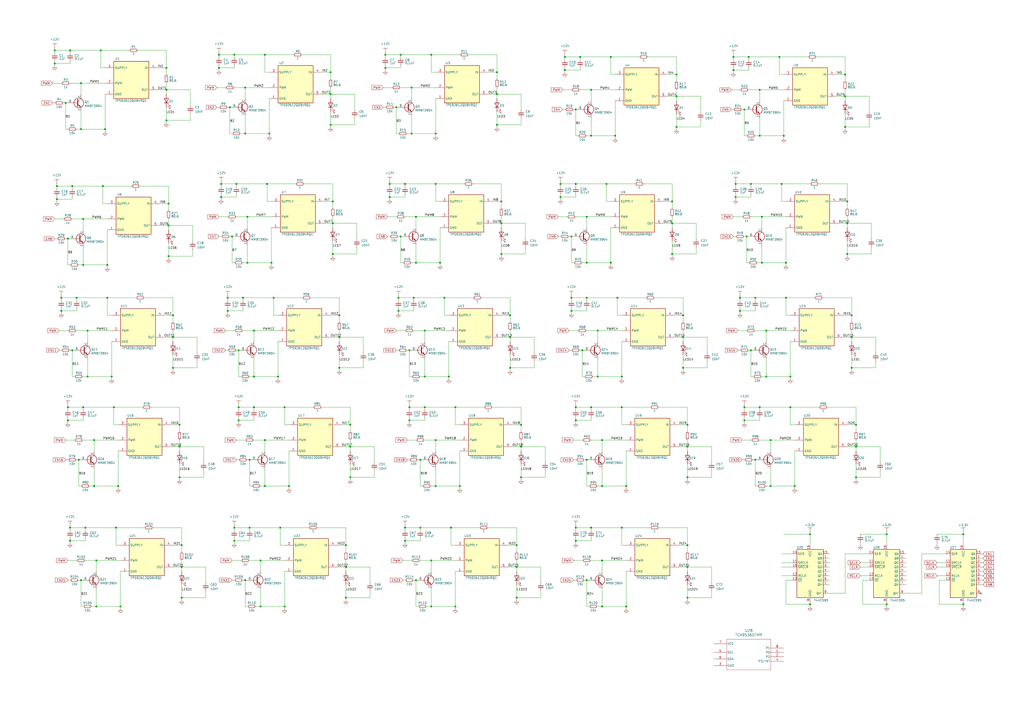
<source format=kicad_sch>
(kicad_sch (version 20250114) (generator "eeschema") (generator_version "9.0")
  (paper "A2")
  (junction (at 200.66 328.93))
  (junction (at 349.25 351.79))
  (junction (at 295.91 195.58))
  (junction (at 250.19 325.12))
  (junction (at 261.62 306.07))
  (junction (at 39.37 138.43))
  (junction (at 334.01 243.84))
  (junction (at 237.49 236.22))
  (junction (at 257.81 172.72))
  (junction (at 299.72 316.23))
  (junction (at 351.79 106.68))
  (junction (at 363.22 351.79))
  (junction (at 59.69 107.95))
  (junction (at 558.8 350.52))
  (junction (at 39.37 243.84))
  (junction (at 105.41 316.23))
  (junction (at 234.95 306.07))
  (junction (at 431.8 236.22))
  (junction (at 334.01 306.07))
  (junction (at 200.66 316.23))
  (junction (at 144.78 306.07))
  (junction (at 105.41 328.93))
  (junction (at 151.13 351.79))
  (junction (at 325.12 106.68))
  (junction (at 290.83 129.54))
  (junction (at 127 31.75))
  (junction (at 104.14 246.38))
  (junction (at 496.57 259.08))
  (junction (at 389.89 147.32))
  (junction (at 431.8 243.84))
  (junction (at 342.9 306.07))
  (junction (at 40.64 306.07))
  (junction (at 232.41 31.75))
  (junction (at 288.29 72.39))
  (junction (at 346.71 191.77))
  (junction (at 431.8 63.5))
  (junction (at 143.51 152.4))
  (junction (at 241.3 336.55))
  (junction (at 392.43 55.88))
  (junction (at 238.76 50.8))
  (junction (at 237.49 203.2))
  (junction (at 455.93 172.72))
  (junction (at 104.14 276.86))
  (junction (at 392.43 73.66))
  (junction (at 363.22 281.94))
  (junction (at 97.79 130.81))
  (junction (at 250.19 31.75))
  (junction (at 229.87 62.23))
  (junction (at 389.89 116.84))
  (junction (at 142.24 336.55))
  (junction (at 193.04 129.54))
  (junction (at 223.52 31.75))
  (junction (at 157.48 152.4))
  (junction (at 96.52 69.85))
  (junction (at 223.52 39.37))
  (junction (at 264.16 236.22))
  (junction (at 349.25 325.12))
  (junction (at 35.56 180.34))
  (junction (at 142.24 50.8))
  (junction (at 246.38 191.77))
  (junction (at 97.79 148.59))
  (junction (at 100.33 213.36))
  (junction (at 252.73 77.47))
  (junction (at 55.88 351.79))
  (junction (at 494.03 182.88))
  (junction (at 469.9 309.88))
  (junction (at 54.61 255.27))
  (junction (at 38.1 59.69))
  (junction (at 203.2 276.86))
  (junction (at 491.49 116.84))
  (junction (at 104.14 259.08))
  (junction (at 45.72 266.7))
  (junction (at 435.61 203.2))
  (junction (at 358.14 172.72))
  (junction (at 147.32 218.44))
  (junction (at 337.82 203.2))
  (junction (at 165.1 351.79))
  (junction (at 290.83 116.84))
  (junction (at 231.14 172.72))
  (junction (at 514.35 309.88))
  (junction (at 154.94 106.68))
  (junction (at 96.52 52.07))
  (junction (at 447.04 255.27))
  (junction (at 396.24 213.36))
  (junction (at 260.35 218.44))
  (junction (at 243.84 306.07))
  (junction (at 165.1 236.22))
  (junction (at 340.36 152.4))
  (junction (at 234.95 106.68))
  (junction (at 100.33 182.88))
  (junction (at 396.24 182.88))
  (junction (at 62.23 153.67))
  (junction (at 49.53 306.07))
  (junction (at 138.43 203.2))
  (junction (at 41.91 203.2))
  (junction (at 138.43 236.22))
  (junction (at 299.72 346.71))
  (junction (at 302.26 259.08))
  (junction (at 299.72 328.93))
  (junction (at 360.68 236.22))
  (junction (at 147.32 191.77))
  (junction (at 360.68 306.07))
  (junction (at 426.72 114.3))
  (junction (at 434.34 33.02))
  (junction (at 252.73 255.27))
  (junction (at 151.13 325.12))
  (junction (at 58.42 29.21))
  (junction (at 392.43 43.18))
  (junction (at 142.24 77.47))
  (junction (at 288.29 54.61))
  (junction (at 226.06 106.68))
  (junction (at 327.66 33.02))
  (junction (at 64.77 218.44))
  (junction (at 237.49 243.84))
  (junction (at 429.26 180.34))
  (junction (at 398.78 316.23))
  (junction (at 55.88 325.12))
  (junction (at 325.12 114.3))
  (junction (at 340.36 125.73))
  (junction (at 354.33 152.4))
  (junction (at 44.45 172.72))
  (junction (at 266.7 281.94))
  (junction (at 430.53 478.79))
  (junction (at 241.3 152.4))
  (junction (at 435.61 106.68))
  (junction (at 100.33 195.58))
  (junction (at 354.33 33.02))
  (junction (at 128.27 114.3))
  (junction (at 490.22 43.18))
  (junction (at 50.8 191.77))
  (junction (at 67.31 306.07))
  (junction (at 132.08 172.72))
  (junction (at 438.15 172.72))
  (junction (at 135.89 306.07))
  (junction (at 360.68 218.44))
  (junction (at 331.47 172.72))
  (junction (at 425.45 33.02))
  (junction (at 429.26 172.72))
  (junction (at 425.45 40.64))
  (junction (at 331.47 137.16))
  (junction (at 252.73 281.94))
  (junction (at 132.08 180.34))
  (junction (at 264.16 351.79))
  (junction (at 156.21 77.47))
  (junction (at 250.19 351.79))
  (junction (at 396.24 195.58))
  (junction (at 440.69 78.74))
  (junction (at 440.69 236.22))
  (junction (at 433.07 137.16))
  (junction (at 226.06 114.3))
  (junction (at 200.66 346.71))
  (junction (at 158.75 172.72))
  (junction (at 66.04 236.22))
  (junction (at 191.77 41.91))
  (junction (at 97.79 118.11))
  (junction (at 447.04 281.94))
  (junction (at 340.36 172.72))
  (junction (at 334.01 63.5))
  (junction (at 455.93 152.4))
  (junction (at 426.72 106.68))
  (junction (at 290.83 147.32))
  (junction (at 96.52 39.37))
  (junction (at 33.02 115.57))
  (junction (at 461.01 281.94))
  (junction (at 334.01 106.68))
  (junction (at 137.16 106.68))
  (junction (at 494.03 213.36))
  (junction (at 60.96 74.93))
  (junction (at 490.22 73.66))
  (junction (at 295.91 213.36))
  (junction (at 469.9 350.52))
  (junction (at 48.26 236.22))
  (junction (at 454.66 78.74))
  (junction (at 342.9 52.07))
  (junction (at 33.02 107.95))
  (junction (at 349.25 255.27))
  (junction (at 147.32 236.22))
  (junction (at 398.78 246.38))
  (junction (at 54.61 281.94))
  (junction (at 138.43 243.84))
  (junction (at 302.26 276.86))
  (junction (at 398.78 328.93))
  (junction (at 453.39 106.68))
  (junction (at 342.9 236.22))
  (junction (at 153.67 31.75))
  (junction (at 140.97 172.72))
  (junction (at 128.27 106.68))
  (junction (at 203.2 246.38))
  (junction (at 35.56 172.72))
  (junction (at 490.22 55.88))
  (junction (at 441.96 152.4))
  (junction (at 196.85 213.36))
  (junction (at 135.89 313.69))
  (junction (at 143.51 125.73))
  (junction (at 334.01 236.22))
  (junction (at 441.96 125.73))
  (junction (at 340.36 266.7))
  (junction (at 68.58 281.94))
  (junction (at 252.73 106.68))
  (junction (at 496.57 276.86))
  (junction (at 438.15 266.7))
  (junction (at 302.26 246.38))
  (junction (at 240.03 172.72))
  (junction (at 193.04 116.84))
  (junction (at 105.41 346.71))
  (junction (at 144.78 266.7))
  (junction (at 327.66 40.64))
  (junction (at 234.95 313.69))
  (junction (at 191.77 54.61))
  (junction (at 494.03 195.58))
  (junction (at 232.41 137.16))
  (junction (at 46.99 336.55))
  (junction (at 440.69 52.07))
  (junction (at 135.89 31.75))
  (junction (at 346.71 218.44))
  (junction (at 444.5 191.77))
  (junction (at 514.35 350.52))
  (junction (at 162.56 306.07))
  (junction (at 39.37 236.22))
  (junction (at 288.29 41.91))
  (junction (at 153.67 281.94))
  (junction (at 133.35 62.23))
  (junction (at 41.91 107.95))
  (junction (at 134.62 137.16))
  (junction (at 48.26 153.67))
  (junction (at 153.67 255.27))
  (junction (at 31.75 36.83))
  (junction (at 444.5 218.44))
  (junction (at 336.55 33.02))
  (junction (at 48.26 127))
  (junction (at 231.14 180.34))
  (junction (at 340.36 336.55))
  (junction (at 191.77 72.39))
  (junction (at 241.3 125.73))
  (junction (at 334.01 313.69))
  (junction (at 491.49 129.54))
  (junction (at 167.64 281.94))
  (junction (at 255.27 152.4))
  (junction (at 349.25 281.94))
  (junction (at 203.2 259.08))
  (junction (at 46.99 48.26))
  (junction (at 196.85 195.58))
  (junction (at 398.78 346.71))
  (junction (at 331.47 180.34))
  (junction (at 356.87 78.74))
  (junction (at 40.64 29.21))
  (junction (at 40.64 313.69))
  (junction (at 46.99 74.93))
  (junction (at 246.38 236.22))
  (junction (at 452.12 33.02))
  (junction (at 398.78 259.08))
  (junction (at 295.91 182.88))
  (junction (at 193.04 147.32))
  (junction (at 31.75 29.21))
  (junction (at 238.76 77.47))
  (junction (at 62.23 172.72))
  (junction (at 246.38 218.44))
  (junction (at 458.47 236.22))
  (junction (at 69.85 351.79))
  (junction (at 389.89 129.54))
  (junction (at 243.84 266.7))
  (junction (at 398.78 276.86))
  (junction (at 458.47 218.44))
  (junction (at 558.8 309.88))
  (junction (at 127 39.37))
  (junction (at 50.8 218.44))
  (junction (at 196.85 182.88))
  (junction (at 161.29 218.44))
  (junction (at 342.9 78.74))
  (junction (at 496.57 246.38))
  (junction (at 491.49 147.32))
  (no_connect (at 568.96 344.17))
  (wire (pts (xy 31.75 36.83) (xy 31.75 38.1)))
  (wire (pts (xy 302.26 63.5) (xy 302.26 54.61)))
  (wire (pts (xy 95.25 195.58) (xy 100.33 195.58)))
  (wire (pts (xy 467.36 474.98) (xy 466.09 474.98)))
  (wire (pts (xy 139.7 77.47) (xy 142.24 77.47)))
  (wire (pts (xy 39.37 243.84) (xy 39.37 245.11)))
  (wire (pts (xy 205.74 63.5) (xy 205.74 54.61)))
  (wire (pts (xy 453.39 321.31) (xy 459.74 321.31)))
  (wire (pts (xy 200.66 346.71) (xy 200.66 347.98)))
  (wire (pts (xy 39.37 138.43) (xy 40.64 138.43)))
  (wire (pts (xy 54.61 255.27) (xy 54.61 261.62)))
  (wire (pts (xy 252.73 106.68) (xy 252.73 116.84)))
  (wire (pts (xy 288.29 72.39) (xy 302.26 72.39)))
  (wire (pts (xy 331.47 172.72) (xy 340.36 172.72)))
  (wire (pts (xy 302.26 259.08) (xy 316.23 259.08)))
  (wire (pts (xy 425.45 39.37) (xy 425.45 40.64)))
  (wire (pts (xy 491.49 129.54) (xy 491.49 125.73)))
  (wire (pts (xy 440.69 78.74) (xy 454.66 78.74)))
  (wire (pts (xy 398.78 328.93) (xy 398.78 331.47)))
  (wire (pts (xy 144.78 266.7) (xy 146.05 266.7)))
  (wire (pts (xy 410.21 204.47) (xy 410.21 195.58)))
  (wire (pts (xy 105.41 346.71) (xy 105.41 347.98)))
  (wire (pts (xy 46.99 351.79) (xy 48.26 351.79)))
  (wire (pts (xy 35.56 180.34) (xy 44.45 180.34)))
  (wire (pts (xy 398.78 269.24) (xy 398.78 276.86)))
  (wire (pts (xy 349.25 271.78) (xy 349.25 281.94)))
  (wire (pts (xy 426.72 114.3) (xy 435.61 114.3)))
  (wire (pts (xy 158.75 182.88) (xy 161.29 182.88)))
  (wire (pts (xy 294.64 328.93) (xy 299.72 328.93)))
  (wire (pts (xy 138.43 236.22) (xy 147.32 236.22)))
  (wire (pts (xy 30.48 59.69) (xy 31.75 59.69)))
  (wire (pts (xy 54.61 255.27) (xy 68.58 255.27)))
  (wire (pts (xy 467.36 454.66) (xy 466.09 454.66)))
  (wire (pts (xy 78.74 172.72) (xy 62.23 172.72)))
  (wire (pts (xy 105.41 346.71) (xy 119.38 346.71)))
  (wire (pts (xy 499.11 309.88) (xy 514.35 309.88)))
  (wire (pts (xy 398.78 328.93) (xy 398.78 325.12)))
  (wire (pts (xy 48.26 153.67) (xy 62.23 153.67)))
  (wire (pts (xy 134.62 137.16) (xy 134.62 152.4)))
  (wire (pts (xy 392.43 33.02) (xy 392.43 43.18)))
  (wire (pts (xy 334.01 307.34) (xy 334.01 306.07)))
  (wire (pts (xy 114.3 213.36) (xy 114.3 209.55)))
  (wire (pts (xy 430.53 478.79) (xy 430.53 481.33)))
  (wire (pts (xy 302.26 276.86) (xy 316.23 276.86)))
  (wire (pts (xy 96.52 39.37) (xy 96.52 43.18)))
  (wire (pts (xy 412.75 267.97) (xy 412.75 259.08)))
  (wire (pts (xy 494.03 195.58) (xy 494.03 198.12)))
  (wire (pts (xy 246.38 191.77) (xy 246.38 198.12)))
  (wire (pts (xy 469.9 106.68) (xy 453.39 106.68)))
  (wire (pts (xy 290.83 195.58) (xy 295.91 195.58)))
  (wire (pts (xy 143.51 142.24) (xy 143.51 152.4)))
  (wire (pts (xy 440.69 52.07) (xy 454.66 52.07)))
  (wire (pts (xy 165.1 353.06) (xy 165.1 351.79)))
  (wire (pts (xy 334.01 313.69) (xy 334.01 314.96)))
  (wire (pts (xy 340.36 281.94) (xy 341.63 281.94)))
  (wire (pts (xy 222.25 62.23) (xy 223.52 62.23)))
  (wire (pts (xy 39.37 237.49) (xy 39.37 236.22)))
  (wire (pts (xy 157.48 152.4) (xy 157.48 132.08)))
  (wire (pts (xy 429.26 172.72) (xy 438.15 172.72)))
  (wire (pts (xy 346.71 281.94) (xy 349.25 281.94)))
  (wire (pts (xy 207.01 138.43) (xy 207.01 129.54)))
  (wire (pts (xy 494.03 205.74) (xy 494.03 213.36)))
  (wire (pts (xy 100.33 328.93) (xy 105.41 328.93)))
  (wire (pts (xy 191.77 54.61) (xy 191.77 50.8)))
  (wire (pts (xy 433.07 474.98) (xy 430.53 474.98)))
  (wire (pts (xy 334.01 236.22) (xy 342.9 236.22)))
  (wire (pts (xy 35.56 171.45) (xy 35.56 172.72)))
  (wire (pts (xy 412.75 346.71) (xy 412.75 342.9)))
  (wire (pts (xy 480.06 331.47) (xy 481.33 331.47)))
  (wire (pts (xy 337.82 203.2) (xy 337.82 218.44)))
  (wire (pts (xy 459.74 336.55) (xy 455.93 336.55)))
  (wire (pts (xy 340.36 142.24) (xy 340.36 152.4)))
  (wire (pts (xy 290.83 116.84) (xy 290.83 120.65)))
  (wire (pts (xy 389.89 147.32) (xy 389.89 148.59)))
  (wire (pts (xy 504.19 336.55) (xy 500.38 336.55)))
  (wire (pts (xy 236.22 255.27) (xy 241.3 255.27)))
  (wire (pts (xy 104.14 259.08) (xy 104.14 261.62)))
  (wire (pts (xy 494.03 213.36) (xy 508 213.36)))
  (wire (pts (xy 433.07 137.16) (xy 433.07 152.4)))
  (wire (pts (xy 377.19 306.07) (xy 360.68 306.07)))
  (wire (pts (xy 246.38 208.28) (xy 246.38 218.44)))
  (wire (pts (xy 266.7 283.21) (xy 266.7 281.94)))
  (wire (pts (xy 454.66 80.01) (xy 454.66 78.74)))
  (wire (pts (xy 433.07 137.16) (xy 434.34 137.16)))
  (wire (pts (xy 62.23 172.72) (xy 62.23 182.88)))
  (wire (pts (xy 340.36 336.55) (xy 340.36 351.79)))
  (wire (pts (xy 127 31.75) (xy 135.89 31.75)))
  (wire (pts (xy 452.12 43.18) (xy 454.66 43.18)))
  (wire (pts (xy 438.15 78.74) (xy 440.69 78.74)))
  (wire (pts (xy 226.06 107.95) (xy 226.06 106.68)))
  (wire (pts (xy 524.51 326.39) (xy 525.78 326.39)))
  (wire (pts (xy 558.8 308.61) (xy 558.8 309.88)))
  (wire (pts (xy 438.15 266.7) (xy 438.15 281.94)))
  (wire (pts (xy 179.07 306.07) (xy 162.56 306.07)))
  (wire (pts (xy 147.32 191.77) (xy 147.32 198.12)))
  (wire (pts (xy 331.47 171.45) (xy 331.47 172.72)))
  (wire (pts (xy 144.78 306.07) (xy 144.78 307.34)))
  (wire (pts (xy 330.2 203.2) (xy 331.47 203.2)))
  (wire (pts (xy 195.58 316.23) (xy 200.66 316.23)))
  (wire (pts (xy 331.47 152.4) (xy 332.74 152.4)))
  (wire (pts (xy 100.33 195.58) (xy 114.3 195.58)))
  (wire (pts (xy 33.02 109.22) (xy 33.02 107.95)))
  (wire (pts (xy 568.96 326.39) (xy 570.23 326.39)))
  (wire (pts (xy 302.26 246.38) (xy 302.26 250.19)))
  (wire (pts (xy 290.83 129.54) (xy 290.83 132.08)))
  (wire (pts (xy 127 39.37) (xy 135.89 39.37)))
  (wire (pts (xy 241.3 351.79) (xy 242.57 351.79)))
  (wire (pts (xy 100.33 213.36) (xy 100.33 214.63)))
  (wire (pts (xy 82.55 236.22) (xy 66.04 236.22)))
  (wire (pts (xy 389.89 129.54) (xy 389.89 132.08)))
  (wire (pts (xy 229.87 77.47) (xy 231.14 77.47)))
  (wire (pts (xy 142.24 336.55) (xy 143.51 336.55)))
  (wire (pts (xy 147.32 236.22) (xy 147.32 237.49)))
  (wire (pts (xy 135.89 313.69) (xy 135.89 314.96)))
  (wire (pts (xy 217.17 276.86) (xy 217.17 273.05)))
  (wire (pts (xy 461.01 281.94) (xy 461.01 261.62)))
  (wire (pts (xy 336.55 203.2) (xy 337.82 203.2)))
  (wire (pts (xy 349.25 351.79) (xy 363.22 351.79)))
  (wire (pts (xy 104.14 276.86) (xy 118.11 276.86)))
  (wire (pts (xy 344.17 218.44) (xy 346.71 218.44)))
  (wire (pts (xy 229.87 62.23) (xy 229.87 77.47)))
  (wire (pts (xy 342.9 306.07) (xy 342.9 307.34)))
  (wire (pts (xy 226.06 114.3) (xy 226.06 115.57)))
  (wire (pts (xy 431.8 234.95) (xy 431.8 236.22)))
  (wire (pts (xy 398.78 276.86) (xy 412.75 276.86)))
  (wire (pts (xy 46.99 74.93) (xy 60.96 74.93)))
  (wire (pts (xy 187.96 116.84) (xy 193.04 116.84)))
  (wire (pts (xy 58.42 29.21) (xy 58.42 39.37)))
  (wire (pts (xy 234.95 125.73) (xy 241.3 125.73)))
  (wire (pts (xy 95.25 182.88) (xy 100.33 182.88)))
  (wire (pts (xy 35.56 172.72) (xy 44.45 172.72)))
  (wire (pts (xy 240.03 180.34) (xy 240.03 179.07)))
  (wire (pts (xy 133.35 62.23) (xy 133.35 77.47)))
  (wire (pts (xy 200.66 328.93) (xy 200.66 325.12)))
  (wire (pts (xy 330.2 191.77) (xy 335.28 191.77)))
  (wire (pts (xy 162.56 306.07) (xy 144.78 306.07)))
  (wire (pts (xy 125.73 62.23) (xy 127 62.23)))
  (wire (pts (xy 429.26 431.8) (xy 429.26 433.07)))
  (wire (pts (xy 92.71 118.11) (xy 97.79 118.11)))
  (wire (pts (xy 490.22 33.02) (xy 490.22 43.18)))
  (wire (pts (xy 406.4 64.77) (xy 406.4 55.88)))
  (wire (pts (xy 44.45 172.72) (xy 44.45 173.99)))
  (wire (pts (xy 431.8 78.74) (xy 433.07 78.74)))
  (wire (pts (xy 398.78 328.93) (xy 412.75 328.93)))
  (wire (pts (xy 363.22 351.79) (xy 363.22 331.47)))
  (wire (pts (xy 96.52 52.07) (xy 110.49 52.07)))
  (wire (pts (xy 316.23 276.86) (xy 316.23 273.05)))
  (wire (pts (xy 360.68 218.44) (xy 360.68 198.12)))
  (wire (pts (xy 447.04 255.27) (xy 461.01 255.27)))
  (wire (pts (xy 167.64 281.94) (xy 167.64 261.62)))
  (wire (pts (xy 193.04 147.32) (xy 193.04 148.59)))
  (wire (pts (xy 403.86 147.32) (xy 403.86 143.51)))
  (wire (pts (xy 105.41 328.93) (xy 105.41 331.47)))
  (wire (pts (xy 326.39 63.5) (xy 327.66 63.5)))
  (wire (pts (xy 110.49 69.85) (xy 110.49 66.04)))
  (wire (pts (xy 91.44 52.07) (xy 96.52 52.07)))
  (wire (pts (xy 313.69 346.71) (xy 313.69 342.9)))
  (wire (pts (xy 297.18 259.08) (xy 302.26 259.08)))
  (wire (pts (xy 349.25 325.12) (xy 363.22 325.12)))
  (wire (pts (xy 237.49 236.22) (xy 246.38 236.22)))
  (wire (pts (xy 290.83 147.32) (xy 304.8 147.32)))
  (wire (pts (xy 234.95 306.07) (xy 243.84 306.07)))
  (wire (pts (xy 429.26 180.34) (xy 438.15 180.34)))
  (wire (pts (xy 49.53 325.12) (xy 55.88 325.12)))
  (wire (pts (xy 252.73 77.47) (xy 252.73 57.15)))
  (wire (pts (xy 349.25 325.12) (xy 349.25 331.47)))
  (wire (pts (xy 264.16 351.79) (xy 264.16 331.47)))
  (wire (pts (xy 295.91 172.72) (xy 295.91 182.88)))
  (wire (pts (xy 200.66 306.07) (xy 200.66 316.23)))
  (wire (pts (xy 45.72 336.55) (xy 46.99 336.55)))
  (wire (pts (xy 226.06 113.03) (xy 226.06 114.3)))
  (wire (pts (xy 356.87 78.74) (xy 356.87 58.42)))
  (wire (pts (xy 340.36 125.73) (xy 340.36 132.08)))
  (wire (pts (xy 153.67 281.94) (xy 167.64 281.94)))
  (wire (pts (xy 246.38 236.22) (xy 246.38 237.49)))
  (wire (pts (xy 91.44 39.37) (xy 96.52 39.37)))
  (wire (pts (xy 238.76 50.8) (xy 252.73 50.8)))
  (wire (pts (xy 48.26 127) (xy 48.26 133.35)))
  (wire (pts (xy 234.95 312.42) (xy 234.95 313.69)))
  (wire (pts (xy 67.31 316.23) (xy 69.85 316.23)))
  (wire (pts (xy 505.46 147.32) (xy 505.46 143.51)))
  (wire (pts (xy 425.45 137.16) (xy 426.72 137.16)))
  (wire (pts (xy 480.06 339.09) (xy 481.33 339.09)))
  (wire (pts (xy 100.33 195.58) (xy 100.33 198.12)))
  (wire (pts (xy 491.49 106.68) (xy 491.49 116.84)))
  (wire (pts (xy 490.22 66.04) (xy 490.22 73.66)))
  (wire (pts (xy 431.8 137.16) (xy 433.07 137.16)))
  (wire (pts (xy 283.21 306.07) (xy 299.72 306.07)))
  (wire (pts (xy 449.58 425.45) (xy 449.58 431.8)))
  (wire (pts (xy 444.5 191.77) (xy 458.47 191.77)))
  (wire (pts (xy 382.27 236.22) (xy 398.78 236.22)))
  (wire (pts (xy 309.88 204.47) (xy 309.88 195.58)))
  (wire (pts (xy 118.11 267.97) (xy 118.11 259.08)))
  (wire (pts (xy 186.69 54.61) (xy 191.77 54.61)))
  (wire (pts (xy 439.42 152.4) (xy 441.96 152.4)))
  (wire (pts (xy 257.81 172.72) (xy 240.03 172.72)))
  (wire (pts (xy 398.78 259.08) (xy 398.78 261.62)))
  (wire (pts (xy 358.14 172.72) (xy 358.14 182.88)))
  (wire (pts (xy 431.8 63.5) (xy 431.8 78.74)))
  (wire (pts (xy 325.12 114.3) (xy 334.01 114.3)))
  (wire (pts (xy 232.41 137.16) (xy 232.41 152.4)))
  (wire (pts (xy 46.99 336.55) (xy 46.99 351.79)))
  (wire (pts (xy 290.83 129.54) (xy 304.8 129.54)))
  (wire (pts (xy 480.06 326.39) (xy 481.33 326.39)))
  (wire (pts (xy 488.95 182.88) (xy 494.03 182.88)))
  (wire (pts (xy 252.73 116.84) (xy 255.27 116.84)))
  (wire (pts (xy 299.72 316.23) (xy 299.72 320.04)))
  (wire (pts (xy 441.96 142.24) (xy 441.96 152.4)))
  (wire (pts (xy 231.14 179.07) (xy 231.14 180.34)))
  (wire (pts (xy 491.49 139.7) (xy 491.49 147.32)))
  (wire (pts (xy 467.36 452.12) (xy 466.09 452.12)))
  (wire (pts (xy 224.79 125.73) (xy 229.87 125.73)))
  (wire (pts (xy 257.81 172.72) (xy 257.81 182.88)))
  (wire (pts (xy 458.47 236.22) (xy 458.47 246.38)))
  (wire (pts (xy 154.94 106.68) (xy 137.16 106.68)))
  (wire (pts (xy 111.76 148.59) (xy 111.76 144.78)))
  (wire (pts (xy 392.43 43.18) (xy 392.43 46.99)))
  (wire (pts (xy 143.51 125.73) (xy 143.51 132.08)))
  (wire (pts (xy 62.23 154.94) (xy 62.23 153.67)))
  (wire (pts (xy 238.76 77.47) (xy 252.73 77.47)))
  (wire (pts (xy 429.26 171.45) (xy 429.26 172.72)))
  (wire (pts (xy 250.19 281.94) (xy 252.73 281.94)))
  (wire (pts (xy 485.14 43.18) (xy 490.22 43.18)))
  (wire (pts (xy 496.57 246.38) (xy 496.57 250.19)))
  (wire (pts (xy 118.11 276.86) (xy 118.11 273.05)))
  (wire (pts (xy 392.43 73.66) (xy 392.43 74.93)))
  (wire (pts (xy 96.52 69.85) (xy 96.52 71.12)))
  (wire (pts (xy 143.51 125.73) (xy 157.48 125.73)))
  (wire (pts (xy 156.21 78.74) (xy 156.21 77.47)))
  (wire (pts (xy 295.91 213.36) (xy 309.88 213.36)))
  (wire (pts (xy 162.56 316.23) (xy 165.1 316.23)))
  (wire (pts (xy 162.56 306.07) (xy 162.56 316.23)))
  (wire (pts (xy 491.49 147.32) (xy 491.49 148.59)))
  (wire (pts (xy 389.89 139.7) (xy 389.89 147.32)))
  (wire (pts (xy 39.37 153.67) (xy 40.64 153.67)))
  (wire (pts (xy 153.67 31.75) (xy 153.67 41.91)))
  (wire (pts (xy 426.72 113.03) (xy 426.72 114.3)))
  (wire (pts (xy 39.37 243.84) (xy 48.26 243.84)))
  (wire (pts (xy 505.46 138.43) (xy 505.46 129.54)))
  (wire (pts (xy 299.72 339.09) (xy 299.72 346.71)))
  (wire (pts (xy 142.24 351.79) (xy 143.51 351.79)))
  (wire (pts (xy 193.04 106.68) (xy 193.04 116.84)))
  (wire (pts (xy 558.8 351.79) (xy 558.8 350.52)))
  (wire (pts (xy 132.08 180.34) (xy 132.08 181.61)))
  (wire (pts (xy 264.16 236.22) (xy 246.38 236.22)))
  (wire (pts (xy 154.94 116.84) (xy 157.48 116.84)))
  (wire (pts (xy 379.73 172.72) (xy 396.24 172.72)))
  (wire (pts (xy 356.87 80.01) (xy 356.87 78.74)))
  (wire (pts (xy 325.12 113.03) (xy 325.12 114.3)))
  (wire (pts (xy 363.22 283.21) (xy 363.22 281.94)))
  (wire (pts (xy 224.79 137.16) (xy 226.06 137.16)))
  (wire (pts (xy 444.5 208.28) (xy 444.5 218.44)))
  (wire (pts (xy 294.64 316.23) (xy 299.72 316.23)))
  (wire (pts (xy 558.8 349.25) (xy 558.8 350.52)))
  (wire (pts (xy 105.41 316.23) (xy 105.41 320.04)))
  (wire (pts (xy 255.27 153.67) (xy 255.27 152.4)))
  (wire (pts (xy 288.29 31.75) (xy 288.29 41.91)))
  (wire (pts (xy 340.36 191.77) (xy 346.71 191.77)))
  (wire (pts (xy 234.95 313.69) (xy 243.84 313.69)))
  (wire (pts (xy 455.93 172.72) (xy 438.15 172.72)))
  (wire (pts (xy 100.33 213.36) (xy 114.3 213.36)))
  (wire (pts (xy 327.66 31.75) (xy 327.66 33.02)))
  (wire (pts (xy 342.9 255.27) (xy 349.25 255.27)))
  (wire (pts (xy 105.41 328.93) (xy 105.41 325.12)))
  (wire (pts (xy 524.51 336.55) (xy 525.78 336.55)))
  (wire (pts (xy 58.42 29.21) (xy 40.64 29.21)))
  (wire (pts (xy 499.11 314.96) (xy 499.11 316.23)))
  (wire (pts (xy 480.06 236.22) (xy 496.57 236.22)))
  (wire (pts (xy 393.7 328.93) (xy 398.78 328.93)))
  (wire (pts (xy 480.06 321.31) (xy 481.33 321.31)))
  (wire (pts (xy 490.22 43.18) (xy 490.22 46.99)))
  (wire (pts (xy 441.96 152.4) (xy 455.93 152.4)))
  (wire (pts (xy 238.76 152.4) (xy 241.3 152.4)))
  (wire (pts (xy 50.8 208.28) (xy 50.8 218.44)))
  (wire (pts (xy 68.58 283.21) (xy 68.58 281.94)))
  (wire (pts (xy 135.89 304.8) (xy 135.89 306.07)))
  (wire (pts (xy 62.23 182.88) (xy 64.77 182.88)))
  (wire (pts (xy 358.14 182.88) (xy 360.68 182.88)))
  (wire (pts (xy 133.35 137.16) (xy 134.62 137.16)))
  (wire (pts (xy 467.36 477.52) (xy 466.09 477.52)))
  (wire (pts (xy 31.75 138.43) (xy 33.02 138.43)))
  (wire (pts (xy 288.29 54.61) (xy 288.29 57.15)))
  (wire (pts (xy 242.57 266.7) (xy 243.84 266.7)))
  (wire (pts (xy 234.95 106.68) (xy 234.95 107.95)))
  (wire (pts (xy 97.79 130.81) (xy 97.79 133.35)))
  (wire (pts (xy 104.14 259.08) (xy 118.11 259.08)))
  (wire (pts (xy 241.3 336.55) (xy 241.3 351.79)))
  (wire (pts (xy 104.14 259.08) (xy 104.14 255.27)))
  (wire (pts (xy 295.91 182.88) (xy 295.91 186.69)))
  (wire (pts (xy 473.71 33.02) (xy 490.22 33.02)))
  (wire (pts (xy 250.19 325.12) (xy 250.19 331.47)))
  (wire (pts (xy 104.14 269.24) (xy 104.14 276.86)))
  (wire (pts (xy 485.14 55.88) (xy 490.22 55.88)))
  (wire (pts (xy 266.7 31.75) (xy 250.19 31.75)))
  (wire (pts (xy 260.35 219.71) (xy 260.35 218.44)))
  (wire (pts (xy 196.85 213.36) (xy 196.85 214.63)))
  (wire (pts (xy 36.83 59.69) (xy 38.1 59.69)))
  (wire (pts (xy 250.19 351.79) (xy 264.16 351.79)))
  (wire (pts (xy 480.06 334.01) (xy 481.33 334.01)))
  (wire (pts (xy 568.96 323.85) (xy 570.23 323.85)))
  (wire (pts (xy 334.01 234.95) (xy 334.01 236.22)))
  (wire (pts (xy 430.53 478.79) (xy 433.07 478.79)))
  (wire (pts (xy 252.73 106.68) (xy 234.95 106.68)))
  (wire (pts (xy 200.66 328.93) (xy 200.66 331.47)))
  (wire (pts (xy 104.14 276.86) (xy 104.14 278.13)))
  (wire (pts (xy 392.43 73.66) (xy 406.4 73.66)))
  (wire (pts (xy 434.34 52.07) (xy 440.69 52.07)))
  (wire (pts (xy 327.66 40.64) (xy 336.55 40.64)))
  (wire (pts (xy 295.91 195.58) (xy 309.88 195.58)))
  (wire (pts (xy 490.22 321.31) (xy 504.19 321.31)))
  (wire (pts (xy 469.9 308.61) (xy 469.9 309.88)))
  (wire (pts (xy 100.33 182.88) (xy 100.33 186.69)))
  (wire (pts (xy 66.04 236.22) (xy 66.04 246.38)))
  (wire (pts (xy 241.3 142.24) (xy 241.3 152.4)))
  (wire (pts (xy 424.18 52.07) (xy 429.26 52.07)))
  (wire (pts (xy 342.9 243.84) (xy 342.9 242.57)))
  (wire (pts (xy 458.47 246.38) (xy 461.01 246.38)))
  (wire (pts (xy 128.27 107.95) (xy 128.27 106.68)))
  (wire (pts (xy 40.64 307.34) (xy 40.64 306.07)))
  (wire (pts (xy 203.2 276.86) (xy 217.17 276.86)))
  (wire (pts (xy 396.24 195.58) (xy 396.24 191.77)))
  (wire (pts (xy 543.56 328.93) (xy 548.64 328.93)))
  (wire (pts (xy 191.77 72.39) (xy 205.74 72.39)))
  (wire (pts (xy 191.77 54.61) (xy 191.77 57.15)))
  (wire (pts (xy 340.36 172.72) (xy 340.36 173.99)))
  (wire (pts (xy 49.53 306.07) (xy 49.53 307.34)))
  (wire (pts (xy 334.01 63.5) (xy 334.01 78.74)))
  (wire (pts (xy 50.8 191.77) (xy 64.77 191.77)))
  (wire (pts (xy 134.62 325.12) (xy 139.7 325.12)))
  (wire (pts (xy 467.36 447.04) (xy 466.09 447.04)))
  (wire (pts (xy 151.13 325.12) (xy 165.1 325.12)))
  (wire (pts (xy 223.52 30.48) (xy 223.52 31.75)))
  (wire (pts (xy 410.21 213.36) (xy 410.21 209.55)))
  (wire (pts (xy 130.81 203.2) (xy 132.08 203.2)))
  (wire (pts (xy 127 33.02) (xy 127 31.75)))
  (wire (pts (xy 96.52 52.07) (xy 96.52 54.61)))
  (wire (pts (xy 496.57 236.22) (xy 496.57 246.38)))
  (wire (pts (xy 480.06 323.85) (xy 481.33 323.85)))
  (wire (pts (xy 334.01 304.8) (xy 334.01 306.07)))
  (wire (pts (xy 246.38 243.84) (xy 246.38 242.57)))
  (wire (pts (xy 40.64 313.69) (xy 49.53 313.69)))
  (wire (pts (xy 175.26 31.75) (xy 191.77 31.75)))
  (wire (pts (xy 504.19 64.77) (xy 504.19 55.88)))
  (wire (pts (xy 323.85 137.16) (xy 325.12 137.16)))
  (wire (pts (xy 31.75 36.83) (xy 40.64 36.83)))
  (wire (pts (xy 92.71 130.81) (xy 97.79 130.81)))
  (wire (pts (xy 435.61 203.2) (xy 435.61 218.44)))
  (wire (pts (xy 295.91 195.58) (xy 295.91 198.12)))
  (wire (pts (xy 346.71 191.77) (xy 360.68 191.77)))
  (wire (pts (xy 346.71 191.77) (xy 346.71 198.12)))
  (wire (pts (xy 288.29 54.61) (xy 302.26 54.61)))
  (wire (pts (xy 425.45 125.73) (xy 430.53 125.73)))
  (wire (pts (xy 290.83 129.54) (xy 290.83 125.73)))
  (wire (pts (xy 435.61 203.2) (xy 436.88 203.2)))
  (wire (pts (xy 58.42 39.37) (xy 60.96 39.37)))
  (wire (pts (xy 398.78 246.38) (xy 398.78 250.19)))
  (wire (pts (xy 453.39 334.01) (xy 459.74 334.01)))
  (wire (pts (xy 302.26 259.08) (xy 302.26 255.27)))
  (wire (pts (xy 368.3 106.68) (xy 351.79 106.68)))
  (wire (pts (xy 97.79 130.81) (xy 111.76 130.81)))
  (wire (pts (xy 96.52 69.85) (xy 110.49 69.85)))
  (wire (pts (xy 285.75 129.54) (xy 290.83 129.54)))
  (wire (pts (xy 250.19 41.91) (xy 252.73 41.91)))
  (wire (pts (xy 283.21 54.61) (xy 288.29 54.61)))
  (wire (pts (xy 431.8 243.84) (xy 440.69 243.84)))
  (wire (pts (xy 363.22 281.94) (xy 363.22 261.62)))
  (wire (pts (xy 200.66 328.93) (xy 214.63 328.93)))
  (wire (pts (xy 237.49 243.84) (xy 237.49 245.11)))
  (wire (pts (xy 137.16 125.73) (xy 143.51 125.73)))
  (wire (pts (xy 128.27 114.3) (xy 128.27 115.57)))
  (wire (pts (xy 144.78 281.94) (xy 146.05 281.94)))
  (wire (pts (xy 138.43 234.95) (xy 138.43 236.22)))
  (wire (pts (xy 334.01 243.84) (xy 342.9 243.84)))
  (wire (pts (xy 231.14 180.34) (xy 240.03 180.34)))
  (wire (pts (xy 288.29 72.39) (xy 288.29 73.66)))
  (wire (pts (xy 30.48 48.26) (xy 35.56 48.26)))
  (wire (pts (xy 127 137.16) (xy 128.27 137.16)))
  (wire (pts (xy 222.25 50.8) (xy 227.33 50.8)))
  (wire (pts (xy 154.94 106.68) (xy 154.94 116.84)))
  (wire (pts (xy 396.24 195.58) (xy 410.21 195.58)))
  (wire (pts (xy 214.63 337.82) (xy 214.63 328.93)))
  (wire (pts (xy 453.39 106.68) (xy 435.61 106.68)))
  (wire (pts (xy 434.34 203.2) (xy 435.61 203.2)))
  (wire (pts (xy 458.47 218.44) (xy 458.47 198.12)))
  (wire (pts (xy 34.29 203.2) (xy 35.56 203.2)))
  (wire (pts (xy 200.66 346.71) (xy 214.63 346.71)))
  (wire (pts (xy 196.85 172.72) (xy 196.85 182.88)))
  (wire (pts (xy 295.91 213.36) (xy 295.91 214.63)))
  (wire (pts (xy 331.47 180.34) (xy 331.47 181.61)))
  (wire (pts (xy 195.58 328.93) (xy 200.66 328.93)))
  (wire (pts (xy 48.26 218.44) (xy 50.8 218.44)))
  (wire (pts (xy 431.8 237.49) (xy 431.8 236.22)))
  (wire (pts (xy 143.51 266.7) (xy 144.78 266.7)))
  (wire (pts (xy 299.72 328.93) (xy 299.72 325.12)))
  (wire (pts (xy 44.45 74.93) (xy 46.99 74.93)))
  (wire (pts (xy 151.13 341.63) (xy 151.13 351.79)))
  (wire (pts (xy 157.48 153.67) (xy 157.48 152.4)))
  (wire (pts (xy 447.04 255.27) (xy 447.04 261.62)))
  (wire (pts (xy 288.29 54.61) (xy 288.29 50.8)))
  (wire (pts (xy 297.18 246.38) (xy 302.26 246.38)))
  (wire (pts (xy 398.78 339.09) (xy 398.78 346.71)))
  (wire (pts (xy 31.75 29.21) (xy 40.64 29.21)))
  (wire (pts (xy 455.93 350.52) (xy 469.9 350.52)))
  (wire (pts (xy 454.66 309.88) (xy 469.9 309.88)))
  (wire (pts (xy 354.33 153.67) (xy 354.33 152.4)))
  (wire (pts (xy 499.11 326.39) (xy 504.19 326.39)))
  (wire (pts (xy 196.85 182.88) (xy 196.85 186.69)))
  (wire (pts (xy 127 125.73) (xy 132.08 125.73)))
  (wire (pts (xy 238.76 50.8) (xy 238.76 57.15)))
  (wire (pts (xy 440.69 68.58) (xy 440.69 78.74)))
  (wire (pts (xy 59.69 118.11) (xy 62.23 118.11)))
  (wire (pts (xy 55.88 325.12) (xy 69.85 325.12)))
  (wire (pts (xy 494.03 213.36) (xy 494.03 214.63)))
  (wire (pts (xy 40.64 29.21) (xy 40.64 30.48)))
  (wire (pts (xy 491.49 129.54) (xy 505.46 129.54)))
  (wire (pts (xy 143.51 152.4) (xy 157.48 152.4)))
  (wire (pts (xy 35.56 173.99) (xy 35.56 172.72)))
  (wire (pts (xy 246.38 218.44) (xy 260.35 218.44)))
  (wire (pts (xy 105.41 339.09) (xy 105.41 346.71)))
  (wire (pts (xy 326.39 52.07) (xy 331.47 52.07)))
  (wire (pts (xy 205.74 72.39) (xy 205.74 68.58)))
  (wire (pts (xy 524.51 334.01) (xy 525.78 334.01)))
  (wire (pts (xy 435.61 218.44) (xy 436.88 218.44)))
  (wire (pts (xy 453.39 328.93) (xy 459.74 328.93)))
  (wire (pts (xy 346.71 218.44) (xy 360.68 218.44)))
  (wire (pts (xy 38.1 59.69) (xy 38.1 74.93)))
  (wire (pts (xy 236.22 77.47) (xy 238.76 77.47)))
  (wire (pts (xy 454.66 78.74) (xy 454.66 58.42)))
  (wire (pts (xy 233.68 336.55) (xy 234.95 336.55)))
  (wire (pts (xy 33.02 106.68) (xy 33.02 107.95)))
  (wire (pts (xy 336.55 40.64) (xy 336.55 39.37)))
  (wire (pts (xy 119.38 337.82) (xy 119.38 328.93)))
  (wire (pts (xy 234.95 313.69) (xy 234.95 314.96)))
  (wire (pts (xy 458.47 236.22) (xy 440.69 236.22)))
  (wire (pts (xy 250.19 341.63) (xy 250.19 351.79)))
  (wire (pts (xy 226.06 106.68) (xy 234.95 106.68)))
  (wire (pts (xy 80.01 29.21) (xy 96.52 29.21)))
  (wire (pts (xy 425.45 33.02) (xy 434.34 33.02)))
  (wire (pts (xy 232.41 137.16) (xy 233.68 137.16)))
  (wire (pts (xy 50.8 191.77) (xy 50.8 198.12)))
  (wire (pts (xy 438.15 281.94) (xy 439.42 281.94)))
  (wire (pts (xy 48.26 236.22) (xy 48.26 237.49)))
  (wire (pts (xy 100.33 316.23) (xy 105.41 316.23)))
  (wire (pts (xy 151.13 351.79) (xy 165.1 351.79)))
  (wire (pts (xy 382.27 306.07) (xy 398.78 306.07)))
  (wire (pts (xy 327.66 39.37) (xy 327.66 40.64)))
  (wire (pts (xy 467.36 441.96) (xy 466.09 441.96)))
  (wire (pts (xy 153.67 31.75) (xy 135.89 31.75)))
  (wire (pts (xy 60.96 74.93) (xy 60.96 54.61)))
  (wire (pts (xy 41.91 127) (xy 48.26 127)))
  (wire (pts (xy 165.1 236.22) (xy 165.1 246.38)))
  (wire (pts (xy 48.26 255.27) (xy 54.61 255.27)))
  (wire (pts (xy 398.78 316.23) (xy 398.78 320.04)))
  (wire (pts (xy 210.82 204.47) (xy 210.82 195.58)))
  (wire (pts (xy 426.72 105.41) (xy 426.72 106.68)))
  (wire (pts (xy 33.02 115.57) (xy 33.02 116.84)))
  (wire (pts (xy 387.35 55.88) (xy 392.43 55.88)))
  (wire (pts (xy 156.21 77.47) (xy 156.21 57.15)))
  (wire (pts (xy 332.74 336.55) (xy 334.01 336.55)))
  (wire (pts (xy 246.38 191.77) (xy 260.35 191.77)))
  (wire (pts (xy 203.2 236.22) (xy 203.2 246.38)))
  (wire (pts (xy 110.49 60.96) (xy 110.49 52.07)))
  (wire (pts (xy 504.19 73.66) (xy 504.19 69.85)))
  (wire (pts (xy 373.38 106.68) (xy 389.89 106.68)))
  (wire (pts (xy 346.71 208.28) (xy 346.71 218.44)))
  (wire (pts (xy 514.35 349.25) (xy 514.35 350.52)))
  (wire (pts (xy 135.89 306.07) (xy 144.78 306.07)))
  (wire (pts (xy 203.2 276.86) (xy 203.2 278.13)))
  (wire (pts (xy 403.86 138.43) (xy 403.86 129.54)))
  (wire (pts (xy 104.14 246.38) (xy 104.14 250.19)))
  (wire (pts (xy 252.73 78.74) (xy 252.73 77.47)))
  (wire (pts (xy 128.27 113.03) (xy 128.27 114.3)))
  (wire (pts (xy 198.12 246.38) (xy 203.2 246.38)))
  (wire (pts (xy 81.28 107.95) (xy 97.79 107.95)))
  (wire (pts (xy 480.06 336.55) (xy 481.33 336.55)))
  (wire (pts (xy 490.22 344.17) (xy 490.22 321.31)))
  (wire (pts (xy 491.49 129.54) (xy 491.49 132.08)))
  (wire (pts (xy 430.53 266.7) (xy 431.8 266.7)))
  (wire (pts (xy 480.06 344.17) (xy 490.22 344.17)))
  (wire (pts (xy 142.24 50.8) (xy 156.21 50.8)))
  (wire (pts (xy 193.04 147.32) (xy 207.01 147.32)))
  (wire (pts (xy 59.69 107.95) (xy 59.69 118.11)))
  (wire (pts (xy 193.04 129.54) (xy 193.04 125.73)))
  (wire (pts (xy 39.37 336.55) (xy 40.64 336.55)))
  (wire (pts (xy 269.24 106.68) (xy 252.73 106.68)))
  (wire (pts (xy 135.89 50.8) (xy 142.24 50.8)))
  (wire (pts (xy 426.72 106.68) (xy 435.61 106.68)))
  (wire (pts (xy 233.68 325.12) (xy 238.76 325.12)))
  (wire (pts (xy 391.16 195.58) (xy 396.24 195.58)))
  (wire (pts (xy 452.12 33.02) (xy 434.34 33.02)))
  (wire (pts (xy 31.75 27.94) (xy 31.75 29.21)))
  (wire (pts (xy 331.47 137.16) (xy 331.47 152.4)))
  (wire (pts (xy 147.32 255.27) (xy 153.67 255.27)))
  (wire (pts (xy 138.43 203.2) (xy 138.43 218.44)))
  (wire (pts (xy 240.03 172.72) (xy 240.03 173.99)))
  (wire (pts (xy 396.24 213.36) (xy 410.21 213.36)))
  (wire (pts (xy 105.41 328.93) (xy 119.38 328.93)))
  (wire (pts (xy 69.85 351.79) (xy 69.85 331.47)))
  (wire (pts (xy 429.26 426.72) (xy 429.26 425.45)))
  (wire (pts (xy 558.8 309.88) (xy 558.8 316.23)))
  (wire (pts (xy 53.34 351.79) (xy 55.88 351.79)))
  (wire (pts (xy 193.04 129.54) (xy 207.01 129.54)))
  (wire (pts (xy 342.9 325.12) (xy 349.25 325.12)))
  (wire (pts (xy 440.69 52.07) (xy 440.69 58.42)))
  (wire (pts (xy 334.01 106.68) (xy 334.01 107.95)))
  (wire (pts (xy 325.12 107.95) (xy 325.12 106.68)))
  (wire (pts (xy 119.38 346.71) (xy 119.38 342.9)))
  (wire (pts (xy 467.36 467.36) (xy 466.09 467.36)))
  (wire (pts (xy 62.23 153.67) (xy 62.23 133.35)))
  (wire (pts (xy 41.91 107.95) (xy 41.91 109.22)))
  (wire (pts (xy 486.41 116.84) (xy 491.49 116.84)))
  (wire (pts (xy 434.34 40.64) (xy 434.34 39.37)))
  (wire (pts (xy 302.26 72.39) (xy 302.26 68.58)))
  (wire (pts (xy 232.41 50.8) (xy 238.76 50.8)))
  (wire (pts (xy 111.76 139.7) (xy 111.76 130.81)))
  (wire (pts (xy 252.73 255.27) (xy 252.73 261.62)))
  (wire (pts (xy 241.3 336.55) (xy 242.57 336.55)))
  (wire (pts (xy 375.92 33.02) (xy 392.43 33.02)))
  (wire (pts (xy 193.04 139.7) (xy 193.04 147.32)))
  (wire (pts (xy 302.26 236.22) (xy 302.26 246.38)))
  (wire (pts (xy 337.82 152.4) (xy 340.36 152.4)))
  (wire (pts (xy 472.44 172.72) (xy 455.93 172.72)))
  (wire (pts (xy 337.82 218.44) (xy 339.09 218.44)))
  (wire (pts (xy 304.8 147.32) (xy 304.8 143.51)))
  (wire (pts (xy 288.29 64.77) (xy 288.29 72.39)))
  (wire (pts (xy 223.52 39.37) (xy 223.52 40.64)))
  (wire (pts (xy 203.2 246.38) (xy 203.2 250.19)))
  (wire (pts (xy 38.1 255.27) (xy 43.18 255.27)))
  (wire (pts (xy 252.73 255.27) (xy 266.7 255.27)))
  (wire (pts (xy 55.88 325.12) (xy 55.88 331.47)))
  (wire (pts (xy 467.36 472.44) (xy 466.09 472.44)))
  (wire (pts (xy 568.96 336.55) (xy 570.23 336.55)))
  (wire (pts (xy 200.66 339.09) (xy 200.66 346.71)))
  (wire (pts (xy 486.41 129.54) (xy 491.49 129.54)))
  (wire (pts (xy 144.78 325.12) (xy 151.13 325.12)))
  (wire (pts (xy 360.68 246.38) (xy 363.22 246.38)))
  (wire (pts (xy 31.75 30.48) (xy 31.75 29.21)))
  (wire (pts (xy 491.49 246.38) (xy 496.57 246.38)))
  (wire (pts (xy 299.72 328.93) (xy 313.69 328.93)))
  (wire (pts (xy 309.88 209.55) (xy 309.88 213.36)))
  (wire (pts (xy 447.04 271.78) (xy 447.04 281.94)))
  (wire (pts (xy 544.83 350.52) (xy 558.8 350.52)))
  (wire (pts (xy 313.69 337.82) (xy 313.69 328.93)))
  (wire (pts (xy 55.88 341.63) (xy 55.88 351.79)))
  (wire (pts (xy 508 204.47) (xy 508 195.58)))
  (wire (pts (xy 360.68 236.22) (xy 360.68 246.38)))
  (wire (pts (xy 467.36 449.58) (xy 466.09 449.58)))
  (wire (pts (xy 494.03 182.88) (xy 494.03 186.69)))
  (wire (pts (xy 342.9 52.07) (xy 356.87 52.07)))
  (wire (pts (xy 431.8 242.57) (xy 431.8 243.84)))
  (wire (pts (xy 360.68 219.71) (xy 360.68 218.44)))
  (wire (pts (xy 494.03 195.58) (xy 494.03 191.77)))
  (wire (pts (xy 261.62 306.07) (xy 243.84 306.07)))
  (wire (pts (xy 264.16 236.22) (xy 264.16 246.38)))
  (wire (pts (xy 524.51 323.85) (xy 525.78 323.85)))
  (wire (pts (xy 274.32 172.72) (xy 257.81 172.72)))
  (wire (pts (xy 452.12 33.02) (xy 452.12 43.18)))
  (wire (pts (xy 132.08 180.34) (xy 140.97 180.34)))
  (wire (pts (xy 45.72 266.7) (xy 46.99 266.7)))
  (wire (pts (xy 280.67 236.22) (xy 264.16 236.22)))
  (wire (pts (xy 398.78 259.08) (xy 412.75 259.08)))
  (wire (pts (xy 140.97 191.77) (xy 147.32 191.77)))
  (wire (pts (xy 299.72 346.71) (xy 299.72 347.98)))
  (wire (pts (xy 271.78 31.75) (xy 288.29 31.75)))
  (wire (pts (xy 510.54 276.86) (xy 510.54 273.05)))
  (wire (pts (xy 243.84 266.7) (xy 245.11 266.7)))
  (wire (pts (xy 130.81 191.77) (xy 135.89 191.77)))
  (wire (pts (xy 137.16 114.3) (xy 137.16 113.03)))
  (wire (pts (xy 187.96 129.54) (xy 193.04 129.54)))
  (wire (pts (xy 45.72 281.94) (xy 46.99 281.94)))
  (wire (pts (xy 252.73 281.94) (xy 266.7 281.94)))
  (wire (pts (xy 491.49 147.32) (xy 505.46 147.32)))
  (wire (pts (xy 97.79 148.59) (xy 97.79 149.86)))
  (wire (pts (xy 237.49 242.57) (xy 237.49 243.84)))
  (wire (pts (xy 342.9 52.07) (xy 342.9 58.42)))
  (wire (pts (xy 243.84 325.12) (xy 250.19 325.12)))
  (wire (pts (xy 31.75 35.56) (xy 31.75 36.83)))
  (wire (pts (xy 422.91 440.69) (xy 433.07 440.69)))
  (wire (pts (xy 232.41 31.75) (xy 232.41 33.02)))
  (wire (pts (xy 334.01 243.84) (xy 334.01 245.11)))
  (wire (pts (xy 133.35 77.47) (xy 134.62 77.47)))
  (wire (pts (xy 500.38 336.55) (xy 500.38 350.52)))
  (wire (pts (xy 74.93 29.21) (xy 58.42 29.21)))
  (wire (pts (xy 436.88 266.7) (xy 438.15 266.7)))
  (wire (pts (xy 33.02 114.3) (xy 33.02 115.57)))
  (wire (pts (xy 203.2 259.08) (xy 203.2 261.62)))
  (wire (pts (xy 237.49 218.44) (xy 238.76 218.44)))
  (wire (pts (xy 175.26 172.72) (xy 158.75 172.72)))
  (wire (pts (xy 99.06 246.38) (xy 104.14 246.38)))
  (wire (pts (xy 231.14 171.45) (xy 231.14 172.72)))
  (wire (pts (xy 331.47 137.16) (xy 332.74 137.16)))
  (wire (pts (xy 406.4 73.66) (xy 406.4 69.85)))
  (wire (pts (xy 132.08 179.07) (xy 132.08 180.34)))
  (wire (pts (xy 490.22 55.88) (xy 490.22 58.42)))
  (wire (pts (xy 543.56 309.88) (xy 558.8 309.88)))
  (wire (pts (xy 332.74 266.7) (xy 334.01 266.7)))
  (wire (pts (xy 304.8 138.43) (xy 304.8 129.54)))
  (wire (pts (xy 340.36 125.73) (xy 354.33 125.73)))
  (wire (pts (xy 431.8 63.5) (xy 433.07 63.5)))
  (wire (pts (xy 196.85 195.58) (xy 210.82 195.58)))
  (wire (pts (xy 252.73 271.78) (xy 252.73 281.94)))
  (wire (pts (xy 468.63 33.02) (xy 452.12 33.02)))
  (wire (pts (xy 261.62 306.07) (xy 261.62 316.23)))
  (wire (pts (xy 31.75 127) (xy 36.83 127)))
  (wire (pts (xy 480.06 328.93) (xy 481.33 328.93)))
  (wire (pts (xy 389.89 116.84) (xy 389.89 120.65)))
  (wire (pts (xy 568.96 334.01) (xy 570.23 334.01)))
  (wire (pts (xy 266.7 281.94) (xy 266.7 261.62)))
  (wire (pts (xy 279.4 172.72) (xy 295.91 172.72)))
  (wire (pts (xy 191.77 54.61) (xy 205.74 54.61)))
  (wire (pts (xy 360.68 236.22) (xy 342.9 236.22)))
  (wire (pts (xy 226.06 114.3) (xy 234.95 114.3)))
  (wire (pts (xy 429.26 425.45) (xy 449.58 425.45)))
  (wire (pts (xy 396.24 195.58) (xy 396.24 198.12)))
  (wire (pts (xy 46.99 64.77) (xy 46.99 74.93)))
  (wire (pts (xy 99.06 259.08) (xy 104.14 259.08)))
  (wire (pts (xy 210.82 213.36) (xy 210.82 209.55)))
  (wire (pts (xy 191.77 72.39) (xy 191.77 73.66)))
  (wire (pts (xy 440.69 243.84) (xy 440.69 242.57)))
  (wire (pts (xy 241.3 152.4) (xy 255.27 152.4)))
  (wire (pts (xy 193.04 116.84) (xy 193.04 120.65)))
  (wire (pts (xy 165.1 246.38) (xy 167.64 246.38)))
  (wire (pts (xy 191.77 41.91) (xy 191.77 45.72)))
  (wire (pts (xy 96.52 29.21) (xy 96.52 39.37)))
  (wire (pts (xy 134.62 336.55) (xy 135.89 336.55)))
  (wire (pts (xy 440.69 236.22) (xy 440.69 237.49)))
  (wire (pts (xy 491.49 259.08) (xy 496.57 259.08)))
  (wire (pts (xy 467.36 459.74) (xy 466.09 459.74)))
  (wire (pts (xy 236.22 203.2) (xy 237.49 203.2)))
  (wire (pts (xy 474.98 106.68) (xy 491.49 106.68)))
  (wire (pts (xy 127 30.48) (xy 127 31.75)))
  (wire (pts (xy 40.64 313.69) (xy 40.64 314.96)))
  (wire (pts (xy 339.09 336.55) (xy 340.36 336.55)))
  (wire (pts (xy 165.1 351.79) (xy 165.1 331.47)))
  (wire (pts (xy 191.77 195.58) (xy 196.85 195.58)))
  (wire (pts (xy 524.51 321.31) (xy 525.78 321.31)))
  (wire (pts (xy 354.33 33.02) (xy 336.55 33.02)))
  (wire (pts (xy 40.64 36.83) (xy 40.64 35.56)))
  (wire (pts (xy 568.96 328.93) (xy 570.23 328.93)))
  (wire (pts (xy 349.25 255.27) (xy 363.22 255.27)))
  (wire (pts (xy 214.63 346.71) (xy 214.63 342.9)))
  (wire (pts (xy 360.68 306.07) (xy 360.68 316.23)))
  (wire (pts (xy 490.22 73.66) (xy 504.19 73.66)))
  (wire (pts (xy 325.12 106.68) (xy 334.01 106.68)))
  (wire (pts (xy 425.45 34.29) (xy 425.45 33.02)))
  (wire (pts (xy 534.67 344.17) (xy 534.67 321.31)))
  (wire (pts (xy 104.14 236.22) (xy 104.14 246.38)))
  (wire (pts (xy 508 213.36) (xy 508 209.55)))
  (wire (pts (xy 396.24 205.74) (xy 396.24 213.36)))
  (wire (pts (xy 151.13 325.12) (xy 151.13 331.47)))
  (wire (pts (xy 370.84 33.02) (xy 354.33 33.02)))
  (wire (pts (xy 46.99 48.26) (xy 46.99 54.61)))
  (wire (pts (xy 140.97 180.34) (xy 140.97 179.07)))
  (wire (pts (xy 186.69 41.91) (xy 191.77 41.91)))
  (wire (pts (xy 429.26 173.99) (xy 429.26 172.72)))
  (wire (pts (xy 316.23 267.97) (xy 316.23 259.08)))
  (wire (pts (xy 389.89 129.54) (xy 389.89 125.73)))
  (wire (pts (xy 474.98 236.22) (xy 458.47 236.22)))
  (wire (pts (xy 496.57 259.08) (xy 510.54 259.08)))
  (wire (pts (xy 55.88 351.79) (xy 69.85 351.79)))
  (wire (pts (xy 500.38 350.52) (xy 514.35 350.52)))
  (wire (pts (xy 140.97 152.4) (xy 143.51 152.4)))
  (wire (pts (xy 444.5 281.94) (xy 447.04 281.94)))
  (wire (pts (xy 393.7 259.08) (xy 398.78 259.08)))
  (wire (pts (xy 455.93 153.67) (xy 455.93 152.4)))
  (wire (pts (xy 398.78 346.71) (xy 412.75 346.71)))
  (wire (pts (xy 327.66 34.29) (xy 327.66 33.02)))
  (wire (pts (xy 342.9 236.22) (xy 342.9 237.49)))
  (wire (pts (xy 496.57 276.86) (xy 496.57 278.13)))
  (wire (pts (xy 514.35 351.79) (xy 514.35 350.52)))
  (wire (pts (xy 290.83 182.88) (xy 295.91 182.88)))
  (wire (pts (xy 39.37 325.12) (xy 44.45 325.12)))
  (wire (pts (xy 64.77 218.44) (xy 64.77 198.12)))
  (wire (pts (xy 240.03 191.77) (xy 246.38 191.77)))
  (wire (pts (xy 430.53 255.27) (xy 435.61 255.27)))
  (wire (pts (xy 250.19 325.12) (xy 264.16 325.12)))
  (wire (pts (xy 231.14 173.99) (xy 231.14 172.72)))
  (wire (pts (xy 64.77 219.71) (xy 64.77 218.44)))
  (wire (pts (xy 135.89 39.37) (xy 135.89 38.1)))
  (wire (pts (xy 39.37 242.57) (xy 39.37 243.84)))
  (wire (pts (xy 132.08 62.23) (xy 133.35 62.23)))
  (wire (pts (xy 38.1 74.93) (xy 39.37 74.93)))
  (wire (pts (xy 340.36 152.4) (xy 354.33 152.4)))
  (wire (pts (xy 33.02 115.57) (xy 41.91 115.57)))
  (wire (pts (xy 469.9 351.79) (xy 469.9 350.52)))
  (wire (pts (xy 396.24 172.72) (xy 396.24 182.88)))
  (wire (pts (xy 327.66 33.02) (xy 336.55 33.02)))
  (wire (pts (xy 377.19 236.22) (xy 360.68 236.22)))
  (wire (pts (xy 147.32 191.77) (xy 161.29 191.77)))
  (wire (pts (xy 302.26 276.86) (xy 302.26 278.13)))
  (wire (pts (xy 100.33 195.58) (xy 100.33 191.77)))
  (wire (pts (xy 35.56 179.07) (xy 35.56 180.34)))
  (wire (pts (xy 340.36 336.55) (xy 341.63 336.55)))
  (wire (pts (xy 39.37 234.95) (xy 39.37 236.22)))
  (wire (pts (xy 238.76 67.31) (xy 238.76 77.47)))
  (wire (pts (xy 392.43 55.88) (xy 392.43 52.07)))
  (wire (pts (xy 229.87 62.23) (xy 231.14 62.23)))
  (wire (pts (xy 424.18 63.5) (xy 425.45 63.5)))
  (wire (pts (xy 342.9 78.74) (xy 356.87 78.74)))
  (wire (pts (xy 231.14 137.16) (xy 232.41 137.16)))
  (wire (pts (xy 48.26 127) (xy 62.23 127)))
  (wire (pts (xy 427.99 203.2) (xy 429.26 203.2)))
  (wire (pts (xy 142.24 336.55) (xy 142.24 351.79)))
  (wire (pts (xy 41.91 115.57) (xy 41.91 114.3)))
  (wire (pts (xy 243.84 306.07) (xy 243.84 307.34)))
  (wire (pts (xy 332.74 325.12) (xy 337.82 325.12)))
  (wire (pts (xy 469.9 309.88) (xy 469.9 316.23)))
  (wire (pts (xy 453.39 106.68) (xy 453.39 116.84)))
  (wire (pts (xy 41.91 218.44) (xy 43.18 218.44)))
  (wire (pts (xy 274.32 106.68) (xy 290.83 106.68)))
  (wire (pts (xy 349.25 255.27) (xy 349.25 261.62)))
  (wire (pts (xy 389.89 129.54) (xy 403.86 129.54)))
  (wire (pts (xy 196.85 195.58) (xy 196.85 198.12)))
  (wire (pts (xy 158.75 172.72) (xy 140.97 172.72)))
  (wire (pts (xy 250.19 31.75) (xy 232.41 31.75)))
  (wire (pts (xy 137.16 203.2) (xy 138.43 203.2)))
  (wire (pts (xy 128.27 105.41) (xy 128.27 106.68)))
  (wire (pts (xy 186.69 236.22) (xy 203.2 236.22)))
  (wire (pts (xy 434.34 33.02) (xy 434.34 34.29)))
  (wire (pts (xy 278.13 306.07) (xy 261.62 306.07)))
  (wire (pts (xy 133.35 62.23) (xy 134.62 62.23)))
  (wire (pts (xy 132.08 173.99) (xy 132.08 172.72)))
  (wire (pts (xy 467.36 457.2) (xy 466.09 457.2)))
  (wire (pts (xy 59.69 107.95) (xy 41.91 107.95)))
  (wire (pts (xy 228.6 62.23) (xy 229.87 62.23)))
  (wire (pts (xy 127 39.37) (xy 127 40.64)))
  (wire (pts (xy 231.14 172.72) (xy 240.03 172.72)))
  (wire (pts (xy 153.67 41.91) (xy 156.21 41.91)))
  (wire (pts (xy 87.63 236.22) (xy 104.14 236.22)))
  (wire (pts (xy 398.78 236.22) (xy 398.78 246.38)))
  (wire (pts (xy 435.61 125.73) (xy 441.96 125.73)))
  (wire (pts (xy 325.12 105.41) (xy 325.12 106.68)))
  (wire (pts (xy 384.81 116.84) (xy 389.89 116.84)))
  (wire (pts (xy 153.67 271.78) (xy 153.67 281.94)))
  (wire (pts (xy 543.56 334.01) (xy 548.64 334.01)))
  (wire (pts (xy 425.45 31.75) (xy 425.45 33.02)))
  (wire (pts (xy 132.08 171.45) (xy 132.08 172.72)))
  (wire (pts (xy 153.67 255.27) (xy 167.64 255.27)))
  (wire (pts (xy 491.49 116.84) (xy 491.49 120.65)))
  (wire (pts (xy 455.93 182.88) (xy 458.47 182.88)))
  (wire (pts (xy 334.01 125.73) (xy 340.36 125.73)))
  (wire (pts (xy 207.01 147.32) (xy 207.01 143.51)))
  (wire (pts (xy 499.11 334.01) (xy 504.19 334.01)))
  (wire (pts (xy 398.78 306.07) (xy 398.78 316.23)))
  (wire (pts (xy 260.35 218.44) (xy 260.35 198.12)))
  (wire (pts (xy 458.47 219.71) (xy 458.47 218.44)))
  (wire (pts (xy 568.96 321.31) (xy 570.23 321.31)))
  (wire (pts (xy 330.2 137.16) (xy 331.47 137.16)))
  (wire (pts (xy 351.79 116.84) (xy 354.33 116.84)))
  (wire (pts (xy 431.8 236.22) (xy 440.69 236.22)))
  (wire (pts (xy 412.75 337.82) (xy 412.75 328.93)))
  (wire (pts (xy 191.77 64.77) (xy 191.77 72.39)))
  (wire (pts (xy 302.26 269.24) (xy 302.26 276.86)))
  (wire (pts (xy 285.75 236.22) (xy 302.26 236.22)))
  (wire (pts (xy 35.56 180.34) (xy 35.56 181.61)))
  (wire (pts (xy 444.5 218.44) (xy 458.47 218.44)))
  (wire (pts (xy 389.89 147.32) (xy 403.86 147.32)))
  (wire (pts (xy 494.03 195.58) (xy 508 195.58)))
  (wire (pts (xy 151.13 281.94) (xy 153.67 281.94)))
  (wire (pts (xy 510.54 267.97) (xy 510.54 259.08)))
  (wire (pts (xy 243.84 218.44) (xy 246.38 218.44)))
  (wire (pts (xy 203.2 259.08) (xy 217.17 259.08)))
  (wire (pts (xy 243.84 266.7) (xy 243.84 281.94)))
  (wire (pts (xy 440.69 255.27) (xy 447.04 255.27)))
  (wire (pts (xy 46.99 336.55) (xy 48.26 336.55)))
  (wire (pts (xy 340.36 266.7) (xy 341.63 266.7)))
  (wire (pts (xy 67.31 306.07) (xy 67.31 316.23)))
  (wire (pts (xy 393.7 316.23) (xy 398.78 316.23)))
  (wire (pts (xy 331.47 173.99) (xy 331.47 172.72)))
  (wire (pts (xy 412.75 276.86) (xy 412.75 273.05)))
  (wire (pts (xy 217.17 267.97) (xy 217.17 259.08)))
  (wire (pts (xy 431.8 243.84) (xy 431.8 245.11)))
  (wire (pts (xy 48.26 243.84) (xy 48.26 242.57)))
  (wire (pts (xy 435.61 106.68) (xy 435.61 107.95)))
  (wire (pts (xy 200.66 316.23) (xy 200.66 320.04)))
  (wire (pts (xy 548.64 336.55) (xy 544.83 336.55)))
  (wire (pts (xy 337.82 203.2) (xy 339.09 203.2)))
  (wire (pts (xy 40.64 48.26) (xy 46.99 48.26)))
  (wire (pts (xy 135.89 313.69) (xy 144.78 313.69)))
  (wire (pts (xy 391.16 182.88) (xy 396.24 182.88)))
  (wire (pts (xy 544.83 336.55) (xy 544.83 350.52)))
  (wire (pts (xy 203.2 259.08) (xy 203.2 255.27)))
  (wire (pts (xy 334.01 306.07) (xy 342.9 306.07)))
  (wire (pts (xy 170.18 31.75) (xy 153.67 31.75)))
  (wire (pts (xy 52.07 281.94) (xy 54.61 281.94)))
  (wire (pts (xy 176.53 106.68) (xy 193.04 106.68)))
  (wire (pts (xy 128.27 114.3) (xy 137.16 114.3)))
  (wire (pts (xy 138.43 203.2) (xy 139.7 203.2)))
  (wire (pts (xy 261.62 316.23) (xy 264.16 316.23)))
  (wire (pts (xy 264.16 353.06) (xy 264.16 351.79)))
  (wire (pts (xy 360.68 306.07) (xy 342.9 306.07)))
  (wire (pts (xy 97.79 140.97) (xy 97.79 148.59)))
  (wire (pts (xy 234.95 304.8) (xy 234.95 306.07)))
  (wire (pts (xy 137.16 106.68) (xy 137.16 107.95)))
  (wire (pts (xy 568.96 339.09) (xy 570.23 339.09)))
  (wire (pts (xy 161.29 218.44) (xy 161.29 198.12)))
  (wire (pts (xy 223.52 33.02) (xy 223.52 31.75)))
  (wire (pts (xy 384.81 129.54) (xy 389.89 129.54)))
  (wire (pts (xy 40.64 304.8) (xy 40.64 306.07)))
  (wire (pts (xy 127 38.1) (xy 127 39.37)))
  (wire (pts (xy 433.07 152.4) (xy 434.34 152.4)))
  (wire (pts (xy 69.85 353.06) (xy 69.85 351.79)))
  (wire (pts (xy 138.43 237.49) (xy 138.43 236.22)))
  (wire (pts (xy 62.23 172.72) (xy 44.45 172.72)))
  (wire (pts (xy 441.96 125.73) (xy 455.93 125.73)))
  (wire (pts (xy 97.79 148.59) (xy 111.76 148.59)))
  (wire (pts (xy 524.51 328.93) (xy 525.78 328.93)))
  (wire (pts (xy 226.06 105.41) (xy 226.06 106.68)))
  (wire (pts (xy 455.93 336.55) (xy 455.93 350.52)))
  (wire (pts (xy 429.26 180.34) (xy 429.26 181.61)))
  (wire (pts (xy 40.64 306.07) (xy 49.53 306.07)))
  (wire (pts (xy 167.64 283.21) (xy 167.64 281.94)))
  (wire (pts (xy 514.35 309.88) (xy 514.35 316.23)))
  (wire (pts (xy 427.99 191.77) (xy 433.07 191.77)))
  (wire (pts (xy 534.67 321.31) (xy 548.64 321.31)))
  (wire (pts (xy 34.29 191.77) (xy 39.37 191.77)))
  (wire (pts (xy 223.52 39.37) (xy 232.41 39.37)))
  (wire (pts (xy 97.79 130.81) (xy 97.79 127)))
  (wire (pts (xy 54.61 281.94) (xy 68.58 281.94)))
  (wire (pts (xy 499.11 328.93) (xy 504.19 328.93)))
  (wire (pts (xy 290.83 106.68) (xy 290.83 116.84)))
  (wire (pts (xy 299.72 328.93) (xy 299.72 331.47)))
  (wire (pts (xy 354.33 33.02) (xy 354.33 43.18)))
  (wire (pts (xy 290.83 147.32) (xy 290.83 148.59)))
  (wire (pts (xy 96.52 62.23) (xy 96.52 69.85)))
  (wire (pts (xy 229.87 203.2) (xy 231.14 203.2)))
  (wire (pts (xy 45.72 153.67) (xy 48.26 153.67)))
  (wire (pts (xy 398.78 346.71) (xy 398.78 347.98)))
  (wire (pts (xy 83.82 306.07) (xy 67.31 306.07)))
  (wire (pts (xy 351.79 106.68) (xy 334.01 106.68)))
  (wire (pts (xy 490.22 55.88) (xy 504.19 55.88)))
  (wire (pts (xy 425.45 40.64) (xy 425.45 41.91)))
  (wire (pts (xy 490.22 73.66) (xy 490.22 74.93)))
  (wire (pts (xy 137.16 255.27) (xy 142.24 255.27)))
  (wire (pts (xy 543.56 314.96) (xy 543.56 316.23)))
  (wire (pts (xy 374.65 172.72) (xy 358.14 172.72)))
  (wire (pts (xy 543.56 326.39) (xy 548.64 326.39)))
  (wire (pts (xy 44.45 191.77) (xy 50.8 191.77)))
  (wire (pts (xy 438.15 266.7) (xy 439.42 266.7)))
  (wire (pts (xy 134.62 137.16) (xy 135.89 137.16)))
  (wire (pts (xy 142.24 67.31) (xy 142.24 77.47)))
  (wire (pts (xy 438.15 180.34) (xy 438.15 179.07)))
  (wire (pts (xy 387.35 43.18) (xy 392.43 43.18)))
  (wire (pts (xy 339.09 266.7) (xy 340.36 266.7)))
  (wire (pts (xy 234.95 114.3) (xy 234.95 113.03)))
  (wire (pts (xy 142.24 77.47) (xy 156.21 77.47)))
  (wire (pts (xy 97.79 118.11) (xy 97.79 121.92)))
  (wire (pts (xy 142.24 50.8) (xy 142.24 57.15)))
  (wire (pts (xy 290.83 139.7) (xy 290.83 147.32)))
  (wire (pts (xy 138.43 243.84) (xy 138.43 245.11)))
  (wire (pts (xy 389.89 106.68) (xy 389.89 116.84)))
  (wire (pts (xy 38.1 138.43) (xy 39.37 138.43)))
  (wire (pts (xy 349.25 281.94) (xy 363.22 281.94)))
  (wire (pts (xy 288.29 41.91) (xy 288.29 45.72)))
  (wire (pts (xy 137.16 266.7) (xy 138.43 266.7)))
  (wire (pts (xy 240.03 336.55) (xy 241.3 336.55)))
  (wire (pts (xy 44.45 266.7) (xy 45.72 266.7)))
  (wire (pts (xy 467.36 439.42) (xy 466.09 439.42)))
  (wire (pts (xy 455.93 152.4) (xy 455.93 132.08)))
  (wire (pts (xy 223.52 31.75) (xy 232.41 31.75)))
  (wire (pts (xy 285.75 116.84) (xy 290.83 116.84)))
  (wire (pts (xy 140.97 336.55) (xy 142.24 336.55)))
  (wire (pts (xy 257.81 182.88) (xy 260.35 182.88)))
  (wire (pts (xy 334.01 237.49) (xy 334.01 236.22)))
  (wire (pts (xy 467.36 444.5) (xy 466.09 444.5)))
  (wire (pts (xy 184.15 306.07) (xy 200.66 306.07)))
  (wire (pts (xy 435.61 114.3) (xy 435.61 113.03)))
  (wire (pts (xy 54.61 271.78) (xy 54.61 281.94)))
  (wire (pts (xy 148.59 351.79) (xy 151.13 351.79)))
  (wire (pts (xy 83.82 172.72) (xy 100.33 172.72)))
  (wire (pts (xy 351.79 106.68) (xy 351.79 116.84)))
  (wire (pts (xy 241.3 125.73) (xy 255.27 125.73)))
  (wire (pts (xy 193.04 129.54) (xy 193.04 132.08)))
  (wire (pts (xy 332.74 255.27) (xy 337.82 255.27)))
  (wire (pts (xy 88.9 306.07) (xy 105.41 306.07)))
  (wire (pts (xy 393.7 246.38) (xy 398.78 246.38)))
  (wire (pts (xy 325.12 114.3) (xy 325.12 115.57)))
  (wire (pts (xy 467.36 469.9) (xy 466.09 469.9)))
  (wire (pts (xy 180.34 172.72) (xy 196.85 172.72)))
  (wire (pts (xy 430.53 63.5) (xy 431.8 63.5)))
  (wire (pts (xy 438.15 172.72) (xy 438.15 173.99)))
  (wire (pts (xy 426.72 107.95) (xy 426.72 106.68)))
  (wire (pts (xy 40.64 203.2) (xy 41.91 203.2)))
  (wire (pts (xy 39.37 236.22) (xy 48.26 236.22)))
  (wire (pts (xy 334.01 242.57) (xy 334.01 243.84)))
  (wire (pts (xy 114.3 204.47) (xy 114.3 195.58)))
  (wire (pts (xy 237.49 203.2) (xy 237.49 218.44)))
  (wire (pts (xy 45.72 266.7) (xy 45.72 281.94)))
  (wire (pts (xy 340.36 351.79) (xy 341.63 351.79)))
  (wire (pts (xy 241.3 125.73) (xy 241.3 132.08)))
  (wire (pts (xy 467.36 462.28) (xy 466.09 462.28)))
  (wire (pts (xy 354.33 152.4) (xy 354.33 132.08)))
  (wire (pts (xy 60.96 76.2) (xy 60.96 74.93)))
  (wire (pts (xy 496.57 269.24) (xy 496.57 276.86)))
  (wire (pts (xy 331.47 179.07) (xy 331.47 180.34)))
  (wire (pts (xy 236.22 266.7) (xy 237.49 266.7)))
  (wire (pts (xy 496.57 259.08) (xy 496.57 255.27)))
  (wire (pts (xy 323.85 125.73) (xy 328.93 125.73)))
  (wire (pts (xy 334.01 312.42) (xy 334.01 313.69)))
  (wire (pts (xy 477.52 172.72) (xy 494.03 172.72)))
  (wire (pts (xy 396.24 213.36) (xy 396.24 214.63)))
  (wire (pts (xy 237.49 243.84) (xy 246.38 243.84)))
  (wire (pts (xy 302.26 259.08) (xy 302.26 261.62)))
  (wire (pts (xy 100.33 172.72) (xy 100.33 182.88)))
  (wire (pts (xy 33.02 107.95) (xy 41.91 107.95)))
  (wire (pts (xy 49.53 313.69) (xy 49.53 312.42)))
  (wire (pts (xy 237.49 237.49) (xy 237.49 236.22)))
  (wire (pts (xy 524.51 344.17) (xy 534.67 344.17)))
  (wire (pts (xy 441.96 125.73) (xy 441.96 132.08)))
  (wire (pts (xy 243.84 281.94) (xy 245.11 281.94)))
  (wire (pts (xy 494.03 172.72) (xy 494.03 182.88)))
  (wire (pts (xy 135.89 312.42) (xy 135.89 313.69)))
  (wire (pts (xy 223.52 38.1) (xy 223.52 39.37)))
  (wire (pts (xy 255.27 152.4) (xy 255.27 132.08)))
  (wire (pts (xy 354.33 43.18) (xy 356.87 43.18)))
  (wire (pts (xy 243.84 313.69) (xy 243.84 312.42)))
  (wire (pts (xy 334.01 78.74) (xy 335.28 78.74)))
  (wire (pts (xy 158.75 172.72) (xy 158.75 182.88)))
  (wire (pts (xy 398.78 276.86) (xy 398.78 278.13)))
  (wire (pts (xy 68.58 281.94) (xy 68.58 261.62)))
  (wire (pts (xy 342.9 68.58) (xy 342.9 78.74)))
  (wire (pts (xy 334.01 63.5) (xy 335.28 63.5)))
  (wire (pts (xy 198.12 259.08) (xy 203.2 259.08)))
  (wire (pts (xy 41.91 203.2) (xy 41.91 218.44)))
  (wire (pts (xy 134.62 152.4) (xy 135.89 152.4)))
  (wire (pts (xy 67.31 306.07) (xy 49.53 306.07)))
  (wire (pts (xy 39.37 138.43) (xy 39.37 153.67)))
  (wire (pts (xy 191.77 31.75) (xy 191.77 41.91)))
  (wire (pts (xy 44.45 180.34) (xy 44.45 179.07)))
  (wire (pts (xy 100.33 205.74) (xy 100.33 213.36)))
  (wire (pts (xy 50.8 218.44) (xy 64.77 218.44)))
  (wire (pts (xy 232.41 152.4) (xy 233.68 152.4)))
  (wire (pts (xy 144.78 313.69) (xy 144.78 312.42)))
  (wire (pts (xy 191.77 182.88) (xy 196.85 182.88)))
  (wire (pts (xy 147.32 218.44) (xy 161.29 218.44)))
  (wire (pts (xy 232.41 39.37) (xy 232.41 38.1)))
  (wire (pts (xy 490.22 55.88) (xy 490.22 52.07)))
  (wire (pts (xy 392.43 66.04) (xy 392.43 73.66)))
  (wire (pts (xy 514.35 308.61) (xy 514.35 309.88)))
  (wire (pts (xy 334.01 114.3) (xy 334.01 113.03)))
  (wire (pts (xy 349.25 341.63) (xy 349.25 351.79)))
  (wire (pts (xy 165.1 236.22) (xy 147.32 236.22)))
  (wire (pts (xy 247.65 351.79) (xy 250.19 351.79)))
  (wire (pts (xy 331.47 180.34) (xy 340.36 180.34)))
  (wire (pts (xy 488.95 195.58) (xy 494.03 195.58)))
  (wire (pts (xy 444.5 191.77) (xy 444.5 198.12)))
  (wire (pts (xy 392.43 55.88) (xy 392.43 58.42)))
  (wire (pts (xy 346.71 351.79) (xy 349.25 351.79)))
  (wire (pts (xy 135.89 31.75) (xy 135.89 33.02)))
  (wire (pts (xy 135.89 307.34) (xy 135.89 306.07)))
  (wire (pts (xy 66.04 236.22) (xy 48.26 236.22)))
  (wire (pts (xy 196.85 213.36) (xy 210.82 213.36)))
  (wire (pts (xy 441.96 218.44) (xy 444.5 218.44)))
  (wire (pts (xy 342.9 313.69) (xy 342.9 312.42)))
  (wire (pts (xy 299.72 306.07) (xy 299.72 316.23)))
  (wire (pts (xy 250.19 31.75) (xy 250.19 41.91)))
  (wire (pts (xy 237.49 203.2) (xy 238.76 203.2)))
  (wire (pts (xy 128.27 106.68) (xy 137.16 106.68)))
  (wire (pts (xy 430.53 474.98) (xy 430.53 478.79)))
  (wire (pts (xy 97.79 107.95) (xy 97.79 118.11)))
  (wire (pts (xy 229.87 191.77) (xy 234.95 191.77)))
  (wire (pts (xy 231.14 180.34) (xy 231.14 181.61)))
  (wire (pts (xy 246.38 255.27) (xy 252.73 255.27)))
  (wire (pts (xy 66.04 246.38) (xy 68.58 246.38)))
  (wire (pts (xy 334.01 313.69) (xy 342.9 313.69)))
  (wire (pts (xy 426.72 114.3) (xy 426.72 115.57)))
  (wire (pts (xy 76.2 107.95) (xy 59.69 107.95)))
  (wire (pts (xy 467.36 464.82) (xy 466.09 464.82)))
  (wire (pts (xy 38.1 59.69) (xy 39.37 59.69)))
  (wire (pts (xy 336.55 33.02) (xy 336.55 34.29)))
  (wire (pts (xy 340.36 78.74) (xy 342.9 78.74)))
  (wire (pts (xy 363.22 353.06) (xy 363.22 351.79)))
  (wire (pts (xy 455.93 172.72) (xy 455.93 182.88)))
  (wire (pts (xy 398.78 259.08) (xy 398.78 255.27)))
  (wire (pts (xy 138.43 242.57) (xy 138.43 243.84)))
  (wire (pts (xy 524.51 331.47) (xy 525.78 331.47)))
  (wire (pts (xy 48.26 143.51) (xy 48.26 153.67)))
  (wire (pts (xy 147.32 208.28) (xy 147.32 218.44)))
  (wire (pts (xy 196.85 195.58) (xy 196.85 191.77)))
  (wire (pts (xy 447.04 281.94) (xy 461.01 281.94)))
  (wire (pts (xy 392.43 55.88) (xy 406.4 55.88)))
  (wire (pts (xy 161.29 219.71) (xy 161.29 218.44)))
  (wire (pts (xy 336.55 52.07) (xy 342.9 52.07)))
  (wire (pts (xy 461.01 283.21) (xy 461.01 281.94)))
  (wire (pts (xy 132.08 172.72) (xy 140.97 172.72)))
  (wire (pts (xy 105.41 306.07) (xy 105.41 316.23)))
  (wire (pts (xy 524.51 339.09) (xy 525.78 339.09)))
  (wire (pts (xy 438.15 191.77) (xy 444.5 191.77)))
  (wire (pts (xy 138.43 243.84) (xy 147.32 243.84)))
  (wire (pts (xy 234.95 307.34) (xy 234.95 306.07)))
  (wire (pts (xy 295.91 195.58) (xy 295.91 191.77)))
  (wire (pts (xy 46.99 48.26) (xy 60.96 48.26)))
  (wire (pts (xy 425.45 40.64) (xy 434.34 40.64)))
  (wire (pts (xy 41.91 203.2) (xy 43.18 203.2)))
  (wire (pts (xy 40.64 312.42) (xy 40.64 313.69)))
  (wire (pts (xy 171.45 106.68) (xy 154.94 106.68)))
  (wire (pts (xy 453.39 116.84) (xy 455.93 116.84)))
  (wire (pts (xy 181.61 236.22) (xy 165.1 236.22)))
  (wire (pts (xy 469.9 349.25) (xy 469.9 350.52)))
  (wire (pts (xy 138.43 218.44) (xy 139.7 218.44)))
  (wire (pts (xy 264.16 246.38) (xy 266.7 246.38)))
  (wire (pts (xy 496.57 259.08) (xy 496.57 261.62)))
  (wire (pts (xy 96.52 52.07) (xy 96.52 48.26)))
  (wire (pts (xy 340.36 266.7) (xy 340.36 281.94)))
  (wire (pts (xy 144.78 218.44) (xy 147.32 218.44)))
  (wire (pts (xy 140.97 172.72) (xy 140.97 173.99)))
  (wire (pts (xy 358.14 172.72) (xy 340.36 172.72)))
  (wire (pts (xy 125.73 50.8) (xy 130.81 50.8)))
  (wire (pts (xy 237.49 234.95) (xy 237.49 236.22)))
  (wire (pts (xy 144.78 266.7) (xy 144.78 281.94)))
  (wire (pts (xy 332.74 63.5) (xy 334.01 63.5)))
  (wire (pts (xy 38.1 266.7) (xy 39.37 266.7)))
  (wire (pts (xy 295.91 205.74) (xy 295.91 213.36)))
  (wire (pts (xy 299.72 346.71) (xy 313.69 346.71)))
  (wire (pts (xy 453.39 326.39) (xy 459.74 326.39)))
  (wire (pts (xy 422.91 443.23) (xy 433.07 443.23)))
  (wire (pts (xy 196.85 205.74) (xy 196.85 213.36)))
  (wire (pts (xy 396.24 182.88) (xy 396.24 186.69)))
  (wire (pts (xy 340.36 180.34) (xy 340.36 179.07)))
  (wire (pts (xy 203.2 269.24) (xy 203.2 276.86)))
  (wire (pts (xy 568.96 331.47) (xy 570.23 331.47)))
  (wire (pts (xy 327.66 40.64) (xy 327.66 41.91)))
  (wire (pts (xy 153.67 255.27) (xy 153.67 261.62)))
  (wire (pts (xy 147.32 243.84) (xy 147.32 242.57)))
  (wire (pts (xy 360.68 316.23) (xy 363.22 316.23)))
  (wire (pts (xy 283.21 41.91) (xy 288.29 41.91)))
  (wire (pts (xy 496.57 276.86) (xy 510.54 276.86)))
  (wire (pts (xy 429.26 179.07) (xy 429.26 180.34)))
  (label "PWM2" (at 147.32 50.8 0))
  (label "B7" (at 134.62 146.05 0))
  (label "LED24" (at 398.78 342.9 0))
  (label "PWM19" (at 354.33 255.27 0))
  (label "B1" (at 38.1 68.58 0))
  (label "PWM15" (at 449.58 191.77 0))
  (label "IN13" (at 290.83 182.88 0))
  (label "B9" (at 331.47 146.05 0))
  (label "IN12" (at 191.77 182.88 0))
  (label "IN15" (at 488.95 182.88 0))
  (label "LED21" (at 105.41 342.9 0))
  (label "LED13" (at 295.91 209.55 0))
  (label "LED14" (at 396.24 209.55 0))
  (label "PWM16" (at 59.69 255.27 0))
  (label "LED16" (at 104.14 273.05 0))
  (label "IN1" (at 91.44 39.37 0))
  (label "OUT1" (at 91.44 52.07 0))
  (label "B15" (at 435.61 212.09 0))
  (label "IN8" (at 285.75 116.84 0))
  (label "B24" (at 340.36 345.44 0))
  (label "OUT15" (at 488.95 195.58 0))
  (label "OUT9" (at 384.81 129.54 0))
  (label "B3" (at 229.87 71.12 0))
  (label "OUT24" (at 393.7 328.93 0))
  (label "B6" (at 39.37 147.32 0))
  (label "B8" (at 232.41 146.05 0))
  (label "IN10" (at 486.41 116.84 0))
  (label "IN7" (at 187.96 116.84 0))
  (label "IN5" (at 485.14 43.18 0))
  (label "OUT16" (at 99.06 259.08 0))
  (label "OUT22" (at 195.58 328.93 0))
  (label "IN18" (at 297.18 246.38 0))
  (label "IN16" (at 99.06 246.38 0))
  (label "OUT11" (at 95.25 195.58 0))
  (label "B14" (at 337.82 212.09 0))
  (label "LED1" (at 96.52 66.04 0))
  (label "PWM21" (at 60.96 325.12 0))
  (label "PWM3" (at 243.84 50.8 0))
  (label "IN3" (at 283.21 41.91 0))
  (label "B10" (at 433.07 146.05 0))
  (label "IN2" (at 186.69 41.91 0))
  (label "OUT18" (at 297.18 259.08 0))
  (label "PWM1" (at 52.07 48.26 0))
  (label "OUT14" (at 391.16 195.58 0))
  (label "IN19" (at 393.7 246.38 0))
  (label "LED11" (at 100.33 209.55 0))
  (label "LED5" (at 490.22 69.85 0))
  (label "B12" (at 138.43 212.09 0))
  (label "OUT10" (at 486.41 129.54 0))
  (label "PWM22" (at 156.21 325.12 0))
  (label "PWM11" (at 55.88 191.77 0))
  (label "PWM17" (at 158.75 255.27 0))
  (label "LED12" (at 196.85 209.55 0))
  (label "B13" (at 237.49 212.09 0))
  (label "PWM23" (at 255.27 325.12 0))
  (label "LED7" (at 193.04 143.51 0))
  (label "IN11" (at 95.25 182.88 0))
  (label "IN20" (at 491.49 246.38 0))
  (label "B16" (at 45.72 275.59 0))
  (label "PWM12" (at 152.4 191.77 0))
  (label "OUT13" (at 290.83 195.58 0))
  (label "OUT2" (at 186.69 54.61 0))
  (label "LED18" (at 302.26 273.05 0))
  (label "LED8" (at 290.83 143.51 0))
  (label "OUT7" (at 187.96 129.54 0))
  (label "B4" (at 334.01 72.39 0))
  (label "PWM10" (at 447.04 125.73 0))
  (label "OUT5" (at 485.14 55.88 0))
  (label "IN24" (at 393.7 316.23 0))
  (label "PWM24" (at 354.33 325.12 0))
  (label "PWM13" (at 251.46 191.77 0))
  (label "IN6" (at 92.71 118.11 0))
  (label "PWM8" (at 246.38 125.73 0))
  (label "LED10" (at 491.49 143.51 0))
  (label "IN4" (at 387.35 43.18 0))
  (label "B23" (at 241.3 345.44 0))
  (label "PWM7" (at 148.59 125.73 0))
  (label "B11" (at 41.91 212.09 0))
  (label "B22" (at 142.24 345.44 0))
  (label "LED19" (at 398.78 273.05 0))
  (label "PWM5" (at 445.77 52.07 0))
  (label "LED1" (at 494.03 209.55 0))
  (label "OUT12" (at 191.77 195.58 0))
  (label "LED6" (at 97.79 144.78 0))
  (label "OUT21" (at 100.33 328.93 0))
  (label "IN9" (at 384.81 116.84 0))
  (label "LED23" (at 299.72 342.9 0))
  (label "LED2" (at 191.77 68.58 0))
  (label "B21" (at 46.99 345.44 0))
  (label "LED4" (at 392.43 69.85 0))
  (label "PWM20" (at 452.12 255.27 0))
  (label "B19" (at 340.36 275.59 0))
  (label "LED9" (at 389.89 143.51 0))
  (label "B2" (at 133.35 71.12 0))
  (label "B5" (at 431.8 72.39 0))
  (label "LED22" (at 200.66 342.9 0))
  (label "OUT6" (at 92.71 130.81 0))
  (label "PWM6" (at 53.34 127 0))
  (label "IN23" (at 294.64 316.23 0))
  (label "OUT23" (at 294.64 328.93 0))
  (label "IN21" (at 100.33 316.23 0))
  (label "B17" (at 144.78 275.59 0))
  (label "PWM9" (at 345.44 125.73 0))
  (label "IN17" (at 198.12 246.38 0))
  (label "OUT17" (at 198.12 259.08 0))
  (label "OUT8" (at 285.75 129.54 0))
  (label "OUT4" (at 387.35 55.88 0))
  (label "LED17" (at 203.2 273.05 0))
  (label "OUT3" (at 283.21 54.61 0))
  (label "LED20" (at 496.57 273.05 0))
  (label "PWM4" (at 347.98 52.07 0))
  (label "OUT20" (at 491.49 259.08 0))
  (label "LED3" (at 288.29 68.58 0))
  (label "IN14" (at 391.16 182.88 0))
  (label "OUT19" (at 393.7 259.08 0))
  (label "PWM14" (at 351.79 191.77 0))
  (label "IN22" (at 195.58 316.23 0))
  (label "B18" (at 243.84 275.59 0))
  (label "B20" (at 438.15 275.59 0))
  (label "PWM18" (at 257.81 255.27 0))
  (global_label "EN4" (shape input) (at 467.36 467.36 0) (property "Intersheetrefs" "${INTERSHEET_REFS}" (effects (hide yes))))
  (global_label "PWM" (shape input) (at 34.29 191.77 180) (property "Intersheetrefs" "${INTERSHEET_REFS}" (effects (hide yes))))
  (global_label "PWM" (shape input) (at 130.81 191.77 180) (property "Intersheetrefs" "${INTERSHEET_REFS}" (effects (hide yes))))
  (global_label "EN2" (shape input) (at 467.36 462.28 0) (property "Intersheetrefs" "${INTERSHEET_REFS}" (effects (hide yes))))
  (global_label "EN8" (shape input) (at 467.36 477.52 0) (property "Intersheetrefs" "${INTERSHEET_REFS}" (effects (hide yes))))
  (global_label "EN7" (shape input) (at 127 137.16 180) (property "Intersheetrefs" "${INTERSHEET_REFS}" (effects (hide yes))))
  (global_label "EN4" (shape input) (at 326.39 63.5 180) (property "Intersheetrefs" "${INTERSHEET_REFS}" (effects (hide yes))))
  (global_label "EN1" (shape input) (at 467.36 459.74 0) (property "Intersheetrefs" "${INTERSHEET_REFS}" (effects (hide yes))))
  (global_label "EN3" (shape input) (at 467.36 444.5 0) (property "Intersheetrefs" "${INTERSHEET_REFS}" (effects (hide yes))))
  (global_label "EN19" (shape input) (at 332.74 266.7 180) (property "Intersheetrefs" "${INTERSHEET_REFS}" (effects (hide yes))))
  (global_label "EN1" (shape input) (at 467.36 439.42 0) (property "Intersheetrefs" "${INTERSHEET_REFS}" (effects (hide yes))))
  (global_label "PWM" (shape input) (at 38.1 255.27 180) (property "Intersheetrefs" "${INTERSHEET_REFS}" (effects (hide yes))))
  (global_label "EN16" (shape input) (at 38.1 266.7 180) (property "Intersheetrefs" "${INTERSHEET_REFS}" (effects (hide yes))))
  (global_label "PWM" (shape input) (at 137.16 255.27 180) (property "Intersheetrefs" "${INTERSHEET_REFS}" (effects (hide yes))))
  (global_label "PWM" (shape input) (at 332.74 255.27 180) (property "Intersheetrefs" "${INTERSHEET_REFS}" (effects (hide yes))))
  (global_label "PWM" (shape input) (at 424.18 52.07 180) (property "Intersheetrefs" "${INTERSHEET_REFS}" (effects (hide yes))))
  (global_label "EN15" (shape input) (at 427.99 203.2 180) (property "Intersheetrefs" "${INTERSHEET_REFS}" (effects (hide yes))))
  (global_label "PWM" (shape input) (at 125.73 50.8 180) (property "Intersheetrefs" "${INTERSHEET_REFS}" (effects (hide yes))))
  (global_label "EN22" (shape input) (at 134.62 336.55 180) (property "Intersheetrefs" "${INTERSHEET_REFS}" (effects (hide yes))))
  (global_label "EN7" (shape input) (at 467.36 474.98 0) (property "Intersheetrefs" "${INTERSHEET_REFS}" (effects (hide yes))))
  (global_label "EN5" (shape input) (at 424.18 63.5 180) (property "Intersheetrefs" "${INTERSHEET_REFS}" (effects (hide yes))))
  (global_label "CLR" (shape input) (at 499.11 328.93 180) (property "Intersheetrefs" "${INTERSHEET_REFS}" (effects (hide yes))))
  (global_label "SDA" (shape input) (at 422.91 443.23 180) (property "Intersheetrefs" "${INTERSHEET_REFS}" (effects (hide yes))))
  (global_label "EN2" (shape input) (at 125.73 62.23 180) (property "Intersheetrefs" "${INTERSHEET_REFS}" (effects (hide yes))))
  (global_label "EN1" (shape input) (at 570.23 321.31 0) (property "Intersheetrefs" "${INTERSHEET_REFS}" (effects (hide yes))))
  (global_label "EN2" (shape input) (at 467.36 441.96 0) (property "Intersheetrefs" "${INTERSHEET_REFS}" (effects (hide yes))))
  (global_label "PWM" (shape input) (at 323.85 125.73 180) (property "Intersheetrefs" "${INTERSHEET_REFS}" (effects (hide yes))))
  (global_label "EN12" (shape input) (at 130.81 203.2 180) (property "Intersheetrefs" "${INTERSHEET_REFS}" (effects (hide yes))))
  (global_label "EN8" (shape input) (at 467.36 457.2 0) (property "Intersheetrefs" "${INTERSHEET_REFS}" (effects (hide yes))))
  (global_label "EN13" (shape input) (at 229.87 203.2 180) (property "Intersheetrefs" "${INTERSHEET_REFS}" (effects (hide yes))))
  (global_label "PWM" (shape input) (at 233.68 325.12 180) (property "Intersheetrefs" "${INTERSHEET_REFS}" (effects (hide yes))))
  (global_label "PWM" (shape input) (at 330.2 191.77 180) (property "Intersheetrefs" "${INTERSHEET_REFS}" (effects (hide yes))))
  (global_label "EN1" (shape input) (at 30.48 59.69 180) (property "Intersheetrefs" "${INTERSHEET_REFS}" (effects (hide yes))))
  (global_label "PWM" (shape input) (at 236.22 255.27 180) (property "Intersheetrefs" "${INTERSHEET_REFS}" (effects (hide yes))))
  (global_label "EN5" (shape input) (at 570.23 331.47 0) (property "Intersheetrefs" "${INTERSHEET_REFS}" (effects (hide yes))))
  (global_label "RCLK" (shape input) (at 499.11 334.01 180) (property "Intersheetrefs" "${INTERSHEET_REFS}" (effects (hide yes))))
  (global_label "PWM" (shape input) (at 425.45 125.73 180) (property "Intersheetrefs" "${INTERSHEET_REFS}" (effects (hide yes))))
  (global_label "EN6" (shape input) (at 467.36 452.12 0) (property "Intersheetrefs" "${INTERSHEET_REFS}" (effects (hide yes))))
  (global_label "EN5" (shape input) (at 467.36 449.58 0) (property "Intersheetrefs" "${INTERSHEET_REFS}" (effects (hide yes))))
  (global_label "EN21" (shape input) (at 39.37 336.55 180) (property "Intersheetrefs" "${INTERSHEET_REFS}" (effects (hide yes))))
  (global_label "PWM" (shape input) (at 134.62 325.12 180) (property "Intersheetrefs" "${INTERSHEET_REFS}" (effects (hide yes))))
  (global_label "PWM" (shape input) (at 222.25 50.8 180) (property "Intersheetrefs" "${INTERSHEET_REFS}" (effects (hide yes))))
  (global_label "RCLK" (shape input) (at 543.56 334.01 180) (property "Intersheetrefs" "${INTERSHEET_REFS}" (effects (hide yes))))
  (global_label "EN3" (shape input) (at 570.23 326.39 0) (property "Intersheetrefs" "${INTERSHEET_REFS}" (effects (hide yes))))
  (global_label "EN5" (shape input) (at 467.36 469.9 0) (property "Intersheetrefs" "${INTERSHEET_REFS}" (effects (hide yes))))
  (global_label "EN4" (shape input) (at 570.23 328.93 0) (property "Intersheetrefs" "${INTERSHEET_REFS}" (effects (hide yes))))
  (global_label "EN8" (shape input) (at 570.23 339.09 0) (property "Intersheetrefs" "${INTERSHEET_REFS}" (effects (hide yes))))
  (global_label "EN6" (shape input) (at 467.36 472.44 0) (property "Intersheetrefs" "${INTERSHEET_REFS}" (effects (hide yes))))
  (global_label "EN10" (shape input) (at 425.45 137.16 180) (property "Intersheetrefs" "${INTERSHEET_REFS}" (effects (hide yes))))
  (global_label "PWM" (shape input) (at 127 125.73 180) (property "Intersheetrefs" "${INTERSHEET_REFS}" (effects (hide yes))))
  (global_label "PWM" (shape input) (at 224.79 125.73 180) (property "Intersheetrefs" "${INTERSHEET_REFS}" (effects (hide yes))))
  (global_label "EN7" (shape input) (at 570.23 336.55 0) (property "Intersheetrefs" "${INTERSHEET_REFS}" (effects (hide yes))))
  (global_label "EN3" (shape input) (at 467.36 464.82 0) (property "Intersheetrefs" "${INTERSHEET_REFS}" (effects (hide yes))))
  (global_label "EN20" (shape input) (at 430.53 266.7 180) (property "Intersheetrefs" "${INTERSHEET_REFS}" (effects (hide yes))))
  (global_label "EN6" (shape input) (at 31.75 138.43 180) (property "Intersheetrefs" "${INTERSHEET_REFS}" (effects (hide yes))))
  (global_label "PWM" (shape input) (at 430.53 255.27 180) (property "Intersheetrefs" "${INTERSHEET_REFS}" (effects (hide yes))))
  (global_label "PWM" (shape input) (at 332.74 325.12 180) (property "Intersheetrefs" "${INTERSHEET_REFS}" (effects (hide yes))))
  (global_label "EN23" (shape input) (at 233.68 336.55 180) (property "Intersheetrefs" "${INTERSHEET_REFS}" (effects (hide yes))))
  (global_label "EN3" (shape input) (at 222.25 62.23 180) (property "Intersheetrefs" "${INTERSHEET_REFS}" (effects (hide yes))))
  (global_label "EN17" (shape input) (at 137.16 266.7 180) (property "Intersheetrefs" "${INTERSHEET_REFS}" (effects (hide yes))))
  (global_label "PWM" (shape input) (at 30.48 48.26 180) (property "Intersheetrefs" "${INTERSHEET_REFS}" (effects (hide yes))))
  (global_label "EN9" (shape input) (at 323.85 137.16 180) (property "Intersheetrefs" "${INTERSHEET_REFS}" (effects (hide yes))))
  (global_label "PWM" (shape input) (at 326.39 52.07 180) (property "Intersheetrefs" "${INTERSHEET_REFS}" (effects (hide yes))))
  (global_label "CLR" (shape input) (at 543.56 328.93 180) (property "Intersheetrefs" "${INTERSHEET_REFS}" (effects (hide yes))))
  (global_label "SCL" (shape input) (at 422.91 440.69 180) (property "Intersheetrefs" "${INTERSHEET_REFS}" (effects (hide yes))))
  (global_label "EN8" (shape input) (at 224.79 137.16 180) (property "Intersheetrefs" "${INTERSHEET_REFS}" (effects (hide yes))))
  (global_label "EN18" (shape input) (at 236.22 266.7 180) (property "Intersheetrefs" "${INTERSHEET_REFS}" (effects (hide yes))))
  (global_label "EN24" (shape input) (at 332.74 336.55 180) (property "Intersheetrefs" "${INTERSHEET_REFS}" (effects (hide yes))))
  (global_label "EN4" (shape input) (at 467.36 447.04 0) (property "Intersheetrefs" "${INTERSHEET_REFS}" (effects (hide yes))))
  (global_label "PWM" (shape input) (at 39.37 325.12 180) (property "Intersheetrefs" "${INTERSHEET_REFS}" (effects (hide yes))))
  (global_label "EN7" (shape input) (at 467.36 454.66 0) (property "Intersheetrefs" "${INTERSHEET_REFS}" (effects (hide yes))))
  (global_label "PWM" (shape input) (at 229.87 191.77 180) (property "Intersheetrefs" "${INTERSHEET_REFS}" (effects (hide yes))))
  (global_label "EN14" (shape input) (at 330.2 203.2 180) (property "Intersheetrefs" "${INTERSHEET_REFS}" (effects (hide yes))))
  (global_label "EN11" (shape input) (at 34.29 203.2 180) (property "Intersheetrefs" "${INTERSHEET_REFS}" (effects (hide yes))))
  (global_label "EN6" (shape input) (at 570.23 334.01 0) (property "Intersheetrefs" "${INTERSHEET_REFS}" (effects (hide yes))))
  (global_label "PWM" (shape input) (at 427.99 191.77 180) (property "Intersheetrefs" "${INTERSHEET_REFS}" (effects (hide yes))))
  (global_label "PWM" (shape input) (at 31.75 127 180) (property "Intersheetrefs" "${INTERSHEET_REFS}" (effects (hide yes))))
  (global_label "SCLK" (shape input) (at 543.56 326.39 180) (property "Intersheetrefs" "${INTERSHEET_REFS}" (effects (hide yes))))
  (global_label "SCLK" (shape input) (at 499.11 326.39 180) (property "Intersheetrefs" "${INTERSHEET_REFS}" (effects (hide yes))))
  (global_label "EN2" (shape input) (at 570.23 323.85 0) (property "Intersheetrefs" "${INTERSHEET_REFS}" (effects (hide yes))))
  (symbol (lib_id "Library:LED") (at 290.83 135.89 90) (unit 1)
    (property "Reference" "D8" (at 293.624 136.144 90))
    (property "Value" "LED" (effects (hide yes)))
    (property "Footprint" "Library:GWJTLRS1EMLVL5XX531" (effects (hide yes)))
    (property "Description" "Light emitting diode" (effects (hide yes)))
    (property "Sim.Pins" "1=K 2=A" (effects (hide yes)))
  )
  (symbol (lib_id "power:GND") (at 196.85 214.63 0) (unit 1)
    (property "Reference" "#PWR040" (effects (hide yes)))
    (property "Value" "GND" (effects (hide yes)))
    (property "Description" "Power symbol creates a global label with name \"GND\" , ground" (effects (hide yes)))
  )
  (symbol (lib_id "Library:MMBT39042-2") (at 247.65 336.55 0) (unit 1)
    (property "Reference" "Q23" (at 252.222 336.042 0) (effects (justify left)))
    (property "Value" "MMBT3904" (at 252.222 338.328 0) (effects (justify left)))
    (property "Footprint" "Package_TO_SOT_SMD:SOT-416" (effects (hide yes)))
    (property "Datasheet" "https://ngspice.sourceforge.io/docs/ngspice-html-manual/manual.xhtml#cha_BJTs" (effects (hide yes)))
    (property "Description" "Bipolar transistor symbol for simulation only, substrate tied to the emitter" (effects (hide yes)))
    (property "Sim.Device" "NPN" (effects (hide yes)))
    (property "Sim.Type" "GUMMELPOON" (effects (hide yes)))
    (property "Sim.Pins" "1=C 2=B 3=E" (effects (hide yes)))
  )
  (symbol (lib_id "Device:R_Small") (at 45.72 255.27 90) (unit 1)
    (property "Reference" "R78" (at 45.72 253.238 90))
    (property "Value" "1k" (at 45.72 257.556 90))
    (property "Footprint" "Resistor_SMD:R_0402_1005Metric" (effects (hide yes)))
    (property "Description" "Resistor, small symbol" (effects (hide yes)))
  )
  (symbol (lib_id "Device:R_Small") (at 34.29 59.69 90) (unit 1)
    (property "Reference" "R4" (at 34.29 57.658 90))
    (property "Value" "10k" (at 34.29 61.976 90))
    (property "Footprint" "Resistor_SMD:R_0402_1005Metric" (effects (hide yes)))
    (property "Description" "Resistor, small symbol" (effects (hide yes)))
  )
  (symbol (lib_id "power:GND") (at 461.01 283.21 0) (unit 1)
    (property "Reference" "#PWR071" (effects (hide yes)))
    (property "Value" "GND" (effects (hide yes)))
    (property "Description" "Power symbol creates a global label with name \"GND\" , ground" (effects (hide yes)))
  )
  (symbol (lib_id "Device:R_Small") (at 35.56 138.43 90) (unit 1)
    (property "Reference" "R29" (at 35.56 136.398 90))
    (property "Value" "10k" (at 35.56 140.716 90))
    (property "Footprint" "Resistor_SMD:R_0402_1005Metric" (effects (hide yes)))
    (property "Description" "Resistor, small symbol" (effects (hide yes)))
  )
  (symbol (lib_id "Library:LED") (at 392.43 62.23 90) (unit 1)
    (property "Reference" "D4" (at 395.224 62.484 90))
    (property "Value" "LED" (effects (hide yes)))
    (property "Footprint" "Library:GWJTLRS1EMLVL5XX531" (effects (hide yes)))
    (property "Description" "Light emitting diode" (effects (hide yes)))
    (property "Sim.Pins" "1=K 2=A" (effects (hide yes)))
  )
  (symbol (lib_id "Library:PCA9685BS,118") (at 433.07 450.85 0) (unit 1)
    (property "Reference" "U29" (at 439.928 435.61 0))
    (property "Value" "PCA9685BS,118" (at 445.77 482.6 0))
    (property "Footprint" "Library:QFN65P600X600X100-29N-D" (effects (hide yes)))
    (property "Datasheet" "http://www.nxp.com/docs/en/data-sheet/PCA9685.pdf" (effects (hide yes)))
    (property "Description" "NXP - PCA9685BS,118 - LED Driver, 16 Bit, I2C Bus, 12-bit PWM 24 Hz to 1526 Hz, RGBA color, 2.3 V to 5.5 V in, HVQFN-28" (effects (hide yes)))
    (property "Height" "1" (effects (hide yes)))
    (property "Manufacturer_Name" "NXP" (effects (hide yes)))
    (property "Manufacturer_Part_Number" "PCA9685BS,118" (effects (hide yes)))
    (property "Mouser Part Number" "771-PCA9685BS118" (effects (hide yes)))
    (property "Mouser Price/Stock" "https://www.mouser.co.uk/ProductDetail/NXP-Semiconductors/PCA9685BS118?qs=beN0Cyoe8Yle51zseU5uxw%3D%3D" (effects (hide yes)))
    (property "Arrow Part Number" "PCA9685BS,118" (effects (hide yes)))
    (property "Arrow Price/Stock" "https://www.arrow.com/en/products/pca9685bs118/nxp-semiconductors?utm_currency=USD&region=nac" (effects (hide yes)))
  )
  (symbol (lib_id "Device:C_Small") (at 135.89 35.56 0) (unit 1)
    (property "Reference" "C5" (at 138.43 34.798 0) (effects (justify left)))
    (property "Value" "0.1uF" (at 138.43 36.576 0) (effects (justify left)))
    (property "Footprint" "Capacitor_SMD:C_0603_1608Metric" (effects (hide yes)))
    (property "Description" "Unpolarized capacitor, small symbol" (effects (hide yes)))
  )
  (symbol (lib_id "Library:MMBT39042-2") (at 238.76 137.16 0) (unit 1)
    (property "Reference" "Q8" (at 243.332 136.652 0) (effects (justify left)))
    (property "Value" "MMBT3904" (at 243.332 138.938 0) (effects (justify left)))
    (property "Footprint" "Package_TO_SOT_SMD:SOT-416" (effects (hide yes)))
    (property "Datasheet" "https://ngspice.sourceforge.io/docs/ngspice-html-manual/manual.xhtml#cha_BJTs" (effects (hide yes)))
    (property "Description" "Bipolar transistor symbol for simulation only, substrate tied to the emitter" (effects (hide yes)))
    (property "Sim.Device" "NPN" (effects (hide yes)))
    (property "Sim.Type" "GUMMELPOON" (effects (hide yes)))
    (property "Sim.Pins" "1=C 2=B 3=E" (effects (hide yes)))
  )
  (symbol (lib_id "Library:+12V") (at 40.64 304.8 0) (unit 1)
    (property "Reference" "#PWR073" (effects (hide yes)))
    (property "Value" "+12V" (at 40.64 299.72 0))
    (property "Description" "Power symbol creates a global label with name \"+3.3V\"" (effects (hide yes)))
  )
  (symbol (lib_id "Device:C_Small") (at 499.11 312.42 0) (unit 1)
    (property "Reference" "C74" (at 501.65 311.658 0) (effects (justify left)))
    (property "Value" "0.1uF" (at 501.65 313.436 0) (effects (justify left)))
    (property "Footprint" "Capacitor_SMD:C_0603_1608Metric" (effects (hide yes)))
    (property "Description" "Unpolarized capacitor, small symbol" (effects (hide yes)))
  )
  (symbol (lib_id "power:GND") (at 156.21 78.74 0) (unit 1)
    (property "Reference" "#PWR0102" (effects (hide yes)))
    (property "Value" "GND" (effects (hide yes)))
    (property "Description" "Power symbol creates a global label with name \"GND\" , ground" (effects (hide yes)))
  )
  (symbol (lib_id "power:GND") (at 430.53 481.33 0) (unit 1)
    (property "Reference" "#PWR098" (effects (hide yes)))
    (property "Value" "GND" (effects (hide yes)))
    (property "Description" "Power symbol creates a global label with name \"GND\" , ground" (effects (hide yes)))
  )
  (symbol (lib_id "power:GND") (at 97.79 149.86 0) (unit 1)
    (property "Reference" "#PWR016" (effects (hide yes)))
    (property "Value" "GND" (effects (hide yes)))
    (property "Description" "Power symbol creates a global label with name \"GND\" , ground" (effects (hide yes)))
  )
  (symbol (lib_id "power:GND") (at 514.35 351.79 0) (unit 1)
    (property "Reference" "#PWR094" (effects (hide yes)))
    (property "Value" "GND" (effects (hide yes)))
    (property "Description" "Power symbol creates a global label with name \"GND\" , ground" (effects (hide yes)))
  )
  (symbol (lib_id "Library:TPS92612QDBVRQ1") (at 360.68 181.61 0) (unit 1)
    (property "Reference" "U14" (at 367.792 177.546 0))
    (property "Value" "TPS92612QDBVRQ1" (at 375.666 201.93 0))
    (property "Footprint" "Library:SOT95P280X145-5N" (effects (hide yes)))
    (property "Datasheet" "http://www.ti.com/lit/gpn/tps92612-q1" (effects (hide yes)))
    (property "Description" "Automotive Single-Channel LED Driver" (effects (hide yes)))
    (property "Height" "1.45" (effects (hide yes)))
    (property "Manufacturer_Name" "Texas Instruments" (effects (hide yes)))
    (property "Manufacturer_Part_Number" "TPS92612QDBVRQ1" (effects (hide yes)))
    (property "Mouser Part Number" "595-TPS92612QDBVRQ1" (effects (hide yes)))
    (property "Mouser Price/Stock" "https://www.mouser.co.uk/ProductDetail/Texas-Instruments/TPS92612QDBVRQ1?qs=rrS6PyfT74dIoMA9LBoZuQ%3D%3D" (effects (hide yes)))
    (property "Arrow Part Number" "TPS92612QDBVRQ1" (effects (hide yes)))
    (property "Arrow Price/Stock" "https://www.arrow.com/en/products/tps92612qdbvrq1/texas-instruments?utm_currency=USD&region=nac" (effects (hide yes)))
  )
  (symbol (lib_id "power:GND") (at 363.22 353.06 0) (unit 1)
    (property "Reference" "#PWR087" (effects (hide yes)))
    (property "Value" "GND" (effects (hide yes)))
    (property "Description" "Power symbol creates a global label with name \"GND\" , ground" (effects (hide yes)))
  )
  (symbol (lib_id "power:GND") (at 167.64 283.21 0) (unit 1)
    (property "Reference" "#PWR059" (effects (hide yes)))
    (property "Value" "GND" (effects (hide yes)))
    (property "Description" "Power symbol creates a global label with name \"GND\" , ground" (effects (hide yes)))
  )
  (symbol (lib_id "Library:+3.3V") (at 469.9 308.61 0) (unit 1)
    (property "Reference" "#PWR089" (effects (hide yes)))
    (property "Value" "+3.3V" (at 469.9 304.546 0))
    (property "Description" "Power symbol creates a global label with name \"+3.3V\"" (effects (hide yes)))
  )
  (symbol (lib_id "Device:R_Small") (at 389.89 123.19 0) (unit 1)
    (property "Reference" "R42" (at 391.414 122.428 0) (effects (justify left)))
    (property "Value" "80.6" (at 391.414 124.206 0) (effects (justify left)))
    (property "Footprint" "Resistor_SMD:R_1210_3225Metric" (effects (hide yes)))
    (property "Description" "Resistor, small symbol" (effects (hide yes)))
  )
  (symbol (lib_id "Device:C_Small") (at 243.84 309.88 0) (unit 1)
    (property "Reference" "C68" (at 246.38 309.118 0) (effects (justify left)))
    (property "Value" "0.1uF" (at 246.38 310.896 0) (effects (justify left)))
    (property "Footprint" "Capacitor_SMD:C_0603_1608Metric" (effects (hide yes)))
    (property "Description" "Unpolarized capacitor, small symbol" (effects (hide yes)))
  )
  (symbol (lib_id "power:GND") (at 35.56 181.61 0) (unit 1)
    (property "Reference" "#PWR034" (effects (hide yes)))
    (property "Value" "GND" (effects (hide yes)))
    (property "Description" "Power symbol creates a global label with name \"GND\" , ground" (effects (hide yes)))
  )
  (symbol (lib_id "Device:C_Small") (at 110.49 63.5 0) (unit 1)
    (property "Reference" "C3" (at 113.03 62.2362 0) (effects (justify left)))
    (property "Value" "10nF" (at 113.03 64.7762 0) (effects (justify left)))
    (property "Footprint" "Capacitor_SMD:C_0402_1005Metric" (effects (hide yes)))
    (property "Description" "Unpolarized capacitor, small symbol" (effects (hide yes)))
  )
  (symbol (lib_id "Device:C_Small") (at 313.69 340.36 0) (unit 1)
    (property "Reference" "C69" (at 316.23 339.0962 0) (effects (justify left)))
    (property "Value" "10nF" (at 316.484 341.122 0) (effects (justify left)))
    (property "Footprint" "Capacitor_SMD:C_0402_1005Metric" (effects (hide yes)))
    (property "Description" "Unpolarized capacitor, small symbol" (effects (hide yes)))
  )
  (symbol (lib_id "Device:C_Small") (at 438.15 176.53 0) (unit 1)
    (property "Reference" "C44" (at 440.69 175.768 0) (effects (justify left)))
    (property "Value" "0.1uF" (at 440.69 177.546 0) (effects (justify left)))
    (property "Footprint" "Capacitor_SMD:C_0603_1608Metric" (effects (hide yes)))
    (property "Description" "Unpolarized capacitor, small symbol" (effects (hide yes)))
  )
  (symbol (lib_id "power:GND") (at 33.02 116.84 0) (unit 1)
    (property "Reference" "#PWR014" (effects (hide yes)))
    (property "Value" "GND" (effects (hide yes)))
    (property "Description" "Power symbol creates a global label with name \"GND\" , ground" (effects (hide yes)))
  )
  (symbol (lib_id "Library:MMBT39042-2") (at 441.96 203.2 0) (unit 1)
    (property "Reference" "Q15" (at 446.532 202.692 0) (effects (justify left)))
    (property "Value" "MMBT3904" (at 446.532 204.978 0) (effects (justify left)))
    (property "Footprint" "Package_TO_SOT_SMD:SOT-416" (effects (hide yes)))
    (property "Datasheet" "https://ngspice.sourceforge.io/docs/ngspice-html-manual/manual.xhtml#cha_BJTs" (effects (hide yes)))
    (property "Description" "Bipolar transistor symbol for simulation only, substrate tied to the emitter" (effects (hide yes)))
    (property "Sim.Device" "NPN" (effects (hide yes)))
    (property "Sim.Type" "GUMMELPOON" (effects (hide yes)))
    (property "Sim.Pins" "1=C 2=B 3=E" (effects (hide yes)))
  )
  (symbol (lib_id "power:GND") (at 128.27 115.57 0) (unit 1)
    (property "Reference" "#PWR018" (effects (hide yes)))
    (property "Value" "GND" (effects (hide yes)))
    (property "Description" "Power symbol creates a global label with name \"GND\" , ground" (effects (hide yes)))
  )
  (symbol (lib_id "Library:LED") (at 200.66 335.28 90) (unit 1)
    (property "Reference" "D22" (at 203.454 335.534 90))
    (property "Value" "LED" (effects (hide yes)))
    (property "Footprint" "Library:GWJTLRS1EMLVL5XX531" (effects (hide yes)))
    (property "Description" "Light emitting diode" (effects (hide yes)))
    (property "Sim.Pins" "1=K 2=A" (effects (hide yes)))
  )
  (symbol (lib_id "Device:R_Small") (at 434.34 266.7 90) (unit 1)
    (property "Reference" "R99" (at 434.34 264.668 90))
    (property "Value" "10k" (at 434.34 268.986 90))
    (property "Footprint" "Resistor_SMD:R_0402_1005Metric" (effects (hide yes)))
    (property "Description" "Resistor, small symbol" (effects (hide yes)))
  )
  (symbol (lib_id "Device:R_Small") (at 228.6 137.16 90) (unit 1)
    (property "Reference" "R39" (at 228.6 135.128 90))
    (property "Value" "10k" (at 228.6 139.446 90))
    (property "Footprint" "Resistor_SMD:R_0402_1005Metric" (effects (hide yes)))
    (property "Description" "Resistor, small symbol" (effects (hide yes)))
  )
  (symbol (lib_id "Device:C_Small") (at 33.02 111.76 0) (unit 1)
    (property "Reference" "C16" (at 35.56 110.998 0) (effects (justify left)))
    (property "Value" "1uF" (at 35.56 112.776 0) (effects (justify left)))
    (property "Footprint" "Capacitor_SMD:C_0805_2012Metric" (effects (hide yes)))
    (property "Description" "Unpolarized capacitor, small symbol" (effects (hide yes)))
  )
  (symbol (lib_id "power:GND") (at 64.77 219.71 0) (unit 1)
    (property "Reference" "#PWR035" (effects (hide yes)))
    (property "Value" "GND" (effects (hide yes)))
    (property "Description" "Power symbol creates a global label with name \"GND\" , ground" (effects (hide yes)))
  )
  (symbol (lib_id "Device:C_Small") (at 138.43 240.03 0) (unit 1)
    (property "Reference" "C49" (at 140.97 239.268 0) (effects (justify left)))
    (property "Value" "1uF" (at 140.97 241.046 0) (effects (justify left)))
    (property "Footprint" "Capacitor_SMD:C_0805_2012Metric" (effects (hide yes)))
    (property "Description" "Unpolarized capacitor, small symbol" (effects (hide yes)))
  )
  (symbol (lib_id "Device:R_Small") (at 134.62 203.2 90) (unit 1)
    (property "Reference" "R59" (at 134.62 201.168 90))
    (property "Value" "10k" (at 134.62 205.486 90))
    (property "Footprint" "Resistor_SMD:R_0402_1005Metric" (effects (hide yes)))
    (property "Description" "Resistor, small symbol" (effects (hide yes)))
  )
  (symbol (lib_id "power:GND") (at 132.08 181.61 0) (unit 1)
    (property "Reference" "#PWR038" (effects (hide yes)))
    (property "Value" "GND" (effects (hide yes)))
    (property "Description" "Power symbol creates a global label with name \"GND\" , ground" (effects (hide yes)))
  )
  (symbol (lib_id "Device:R_Small") (at 379.73 236.22 90) (unit 1)
    (property "Reference" "R91" (at 379.73 234.188 90))
    (property "Value" "1" (at 379.73 238.252 90))
    (property "Footprint" "Resistor_SMD:R_0402_1005Metric" (effects (hide yes)))
    (property "Description" "Resistor, small symbol" (effects (hide yes)))
  )
  (symbol (lib_id "Library:MMBT39042-2") (at 444.5 266.7 0) (unit 1)
    (property "Reference" "Q20" (at 449.072 266.192 0) (effects (justify left)))
    (property "Value" "MMBT3904" (at 449.072 268.478 0) (effects (justify left)))
    (property "Footprint" "Package_TO_SOT_SMD:SOT-416" (effects (hide yes)))
    (property "Datasheet" "https://ngspice.sourceforge.io/docs/ngspice-html-manual/manual.xhtml#cha_BJTs" (effects (hide yes)))
    (property "Description" "Bipolar transistor symbol for simulation only, substrate tied to the emitter" (effects (hide yes)))
    (property "Sim.Device" "NPN" (effects (hide yes)))
    (property "Sim.Type" "GUMMELPOON" (effects (hide yes)))
    (property "Sim.Pins" "1=C 2=B 3=E" (effects (hide yes)))
  )
  (symbol (lib_id "Library:LED") (at 191.77 60.96 90) (unit 1)
    (property "Reference" "D2" (at 194.564 61.214 90))
    (property "Value" "LED" (effects (hide yes)))
    (property "Footprint" "Library:GWJTLRS1EMLVL5XX531" (effects (hide yes)))
    (property "Description" "Light emitting diode" (effects (hide yes)))
    (property "Sim.Pins" "1=K 2=A" (effects (hide yes)))
  )
  (symbol (lib_id "Library:LED") (at 288.29 60.96 90) (unit 1)
    (property "Reference" "D3" (at 291.084 61.214 90))
    (property "Value" "LED" (effects (hide yes)))
    (property "Footprint" "Library:GWJTLRS1EMLVL5XX531" (effects (hide yes)))
    (property "Description" "Light emitting diode" (effects (hide yes)))
    (property "Sim.Pins" "1=K 2=A" (effects (hide yes)))
  )
  (symbol (lib_id "power:GND") (at 234.95 314.96 0) (unit 1)
    (property "Reference" "#PWR082" (effects (hide yes)))
    (property "Value" "GND" (effects (hide yes)))
    (property "Description" "Power symbol creates a global label with name \"GND\" , ground" (effects (hide yes)))
  )
  (symbol (lib_id "Device:C_Small") (at 127 35.56 0) (unit 1)
    (property "Reference" "C4" (at 129.54 34.798 0) (effects (justify left)))
    (property "Value" "1uF" (at 129.54 36.576 0) (effects (justify left)))
    (property "Footprint" "Capacitor_SMD:C_0805_2012Metric" (effects (hide yes)))
    (property "Description" "Unpolarized capacitor, small symbol" (effects (hide yes)))
  )
  (symbol (lib_id "Device:R_Small") (at 431.8 52.07 90) (unit 1)
    (property "Reference" "R23" (at 431.8 50.038 90))
    (property "Value" "1k" (at 431.8 54.356 90))
    (property "Footprint" "Resistor_SMD:R_0402_1005Metric" (effects (hide yes)))
    (property "Description" "Resistor, small symbol" (effects (hide yes)))
  )
  (symbol (lib_id "Library:TPS92612QDBVRQ1") (at 356.87 41.91 0) (unit 1)
    (property "Reference" "U4" (at 363.982 37.846 0))
    (property "Value" "TPS92612QDBVRQ1" (at 371.856 62.23 0))
    (property "Footprint" "Library:SOT95P280X145-5N" (effects (hide yes)))
    (property "Datasheet" "http://www.ti.com/lit/gpn/tps92612-q1" (effects (hide yes)))
    (property "Description" "Automotive Single-Channel LED Driver" (effects (hide yes)))
    (property "Height" "1.45" (effects (hide yes)))
    (property "Manufacturer_Name" "Texas Instruments" (effects (hide yes)))
    (property "Manufacturer_Part_Number" "TPS92612QDBVRQ1" (effects (hide yes)))
    (property "Mouser Part Number" "595-TPS92612QDBVRQ1" (effects (hide yes)))
    (property "Mouser Price/Stock" "https://www.mouser.co.uk/ProductDetail/Texas-Instruments/TPS92612QDBVRQ1?qs=rrS6PyfT74dIoMA9LBoZuQ%3D%3D" (effects (hide yes)))
    (property "Arrow Part Number" "TPS92612QDBVRQ1" (effects (hide yes)))
    (property "Arrow Price/Stock" "https://www.arrow.com/en/products/tps92612qdbvrq1/texas-instruments?utm_currency=USD&region=nac" (effects (hide yes)))
  )
  (symbol (lib_id "power:GND") (at 100.33 214.63 0) (unit 1)
    (property "Reference" "#PWR036" (effects (hide yes)))
    (property "Value" "GND" (effects (hide yes)))
    (property "Description" "Power symbol creates a global label with name \"GND\" , ground" (effects (hide yes)))
  )
  (symbol (lib_id "Device:C_Small") (at 334.01 309.88 0) (unit 1)
    (property "Reference" "C70" (at 336.55 309.118 0) (effects (justify left)))
    (property "Value" "1uF" (at 336.55 310.896 0) (effects (justify left)))
    (property "Footprint" "Capacitor_SMD:C_0805_2012Metric" (effects (hide yes)))
    (property "Description" "Unpolarized capacitor, small symbol" (effects (hide yes)))
  )
  (symbol (lib_id "power:GND") (at 455.93 153.67 0) (unit 1)
    (property "Reference" "#PWR031" (effects (hide yes)))
    (property "Value" "GND" (effects (hide yes)))
    (property "Description" "Power symbol creates a global label with name \"GND\" , ground" (effects (hide yes)))
  )
  (symbol (lib_id "Device:R_Small") (at 433.07 125.73 90) (unit 1)
    (property "Reference" "R48" (at 433.07 123.698 90))
    (property "Value" "1k" (at 433.07 128.016 90))
    (property "Footprint" "Resistor_SMD:R_0402_1005Metric" (effects (hide yes)))
    (property "Description" "Resistor, small symbol" (effects (hide yes)))
  )
  (symbol (lib_id "power:GND") (at 491.49 148.59 0) (unit 1)
    (property "Reference" "#PWR032" (effects (hide yes)))
    (property "Value" "GND" (effects (hide yes)))
    (property "Description" "Power symbol creates a global label with name \"GND\" , ground" (effects (hide yes)))
  )
  (symbol (lib_id "power:GND") (at 39.37 245.11 0) (unit 1)
    (property "Reference" "#PWR054" (effects (hide yes)))
    (property "Value" "GND" (effects (hide yes)))
    (property "Description" "Power symbol creates a global label with name \"GND\" , ground" (effects (hide yes)))
  )
  (symbol (lib_id "Device:R_Small") (at 344.17 281.94 90) (unit 1)
    (property "Reference" "R95" (at 344.17 279.908 90))
    (property "Value" "10k" (at 344.17 284.226 90))
    (property "Footprint" "Resistor_SMD:R_0402_1005Metric" (effects (hide yes)))
    (property "Description" "Resistor, small symbol" (effects (hide yes)))
  )
  (symbol (lib_id "Device:C_Small") (at 431.8 240.03 0) (unit 1)
    (property "Reference" "C58" (at 434.34 239.268 0) (effects (justify left)))
    (property "Value" "1uF" (at 434.34 241.046 0) (effects (justify left)))
    (property "Footprint" "Capacitor_SMD:C_0805_2012Metric" (effects (hide yes)))
    (property "Description" "Unpolarized capacitor, small symbol" (effects (hide yes)))
  )
  (symbol (lib_id "Device:C_Small") (at 205.74 66.04 0) (unit 1)
    (property "Reference" "C6" (at 208.28 64.7762 0) (effects (justify left)))
    (property "Value" "10nF" (at 208.28 67.3162 0) (effects (justify left)))
    (property "Footprint" "Capacitor_SMD:C_0402_1005Metric" (effects (hide yes)))
    (property "Description" "Unpolarized capacitor, small symbol" (effects (hide yes)))
  )
  (symbol (lib_id "Device:C_Small") (at 223.52 35.56 0) (unit 1)
    (property "Reference" "C7" (at 226.06 34.798 0) (effects (justify left)))
    (property "Value" "1uF" (at 226.06 36.576 0) (effects (justify left)))
    (property "Footprint" "Capacitor_SMD:C_0805_2012Metric" (effects (hide yes)))
    (property "Description" "Unpolarized capacitor, small symbol" (effects (hide yes)))
  )
  (symbol (lib_id "Device:R_Small") (at 337.82 191.77 90) (unit 1)
    (property "Reference" "R68" (at 337.82 189.738 90))
    (property "Value" "1k" (at 337.82 194.056 90))
    (property "Footprint" "Resistor_SMD:R_0402_1005Metric" (effects (hide yes)))
    (property "Description" "Resistor, small symbol" (effects (hide yes)))
  )
  (symbol (lib_id "Library:+12V") (at 132.08 171.45 0) (unit 1)
    (property "Reference" "#PWR037" (effects (hide yes)))
    (property "Value" "+12V" (at 132.08 166.37 0))
    (property "Description" "Power symbol creates a global label with name \"+3.3V\"" (effects (hide yes)))
  )
  (symbol (lib_id "Library:+12V") (at 331.47 171.45 0) (unit 1)
    (property "Reference" "#PWR045" (effects (hide yes)))
    (property "Value" "+12V" (at 331.47 166.37 0))
    (property "Description" "Power symbol creates a global label with name \"+3.3V\"" (effects (hide yes)))
  )
  (symbol (lib_id "Device:R_Small") (at 203.2 252.73 0) (unit 1)
    (property "Reference" "R82" (at 204.724 251.968 0) (effects (justify left)))
    (property "Value" "80.6" (at 204.724 253.746 0) (effects (justify left)))
    (property "Footprint" "Resistor_SMD:R_1210_3225Metric" (effects (hide yes)))
    (property "Description" "Resistor, small symbol" (effects (hide yes)))
  )
  (symbol (lib_id "Device:R_Small") (at 232.41 125.73 90) (unit 1)
    (property "Reference" "R38" (at 232.41 123.698 90))
    (property "Value" "1k" (at 232.41 128.016 90))
    (property "Footprint" "Resistor_SMD:R_0402_1005Metric" (effects (hide yes)))
    (property "Description" "Resistor, small symbol" (effects (hide yes)))
  )
  (symbol (lib_id "Device:C_Small") (at 111.76 142.24 0) (unit 1)
    (property "Reference" "C18" (at 114.3 140.9762 0) (effects (justify left)))
    (property "Value" "10nF" (at 114.3 143.5162 0) (effects (justify left)))
    (property "Footprint" "Capacitor_SMD:C_0402_1005Metric" (effects (hide yes)))
    (property "Description" "Unpolarized capacitor, small symbol" (effects (hide yes)))
  )
  (symbol (lib_id "Library:LED") (at 104.14 265.43 90) (unit 1)
    (property "Reference" "D16" (at 106.934 265.684 90))
    (property "Value" "LED" (effects (hide yes)))
    (property "Footprint" "Library:GWJTLRS1EMLVL5XX531" (effects (hide yes)))
    (property "Description" "Light emitting diode" (effects (hide yes)))
    (property "Sim.Pins" "1=K 2=A" (effects (hide yes)))
  )
  (symbol (lib_id "power:GND") (at 105.41 347.98 0) (unit 1)
    (property "Reference" "#PWR076" (effects (hide yes)))
    (property "Value" "GND" (effects (hide yes)))
    (property "Description" "Power symbol creates a global label with name \"GND\" , ground" (effects (hide yes)))
  )
  (symbol (lib_id "Device:C_Small") (at 39.37 240.03 0) (unit 1)
    (property "Reference" "C46" (at 41.91 239.268 0) (effects (justify left)))
    (property "Value" "1uF" (at 41.91 241.046 0) (effects (justify left)))
    (property "Footprint" "Capacitor_SMD:C_0805_2012Metric" (effects (hide yes)))
    (property "Description" "Unpolarized capacitor, small symbol" (effects (hide yes)))
  )
  (symbol (lib_id "Device:C_Small") (at 410.21 207.01 0) (unit 1)
    (property "Reference" "C42" (at 412.75 205.7462 0) (effects (justify left)))
    (property "Value" "10nF" (at 412.75 208.2862 0) (effects (justify left)))
    (property "Footprint" "Capacitor_SMD:C_0402_1005Metric" (effects (hide yes)))
    (property "Description" "Unpolarized capacitor, small symbol" (effects (hide yes)))
  )
  (symbol (lib_id "Device:C_Small") (at 217.17 270.51 0) (unit 1)
    (property "Reference" "C51" (at 219.71 269.2462 0) (effects (justify left)))
    (property "Value" "10nF" (at 219.71 271.7862 0) (effects (justify left)))
    (property "Footprint" "Capacitor_SMD:C_0402_1005Metric" (effects (hide yes)))
    (property "Description" "Unpolarized capacitor, small symbol" (effects (hide yes)))
  )
  (symbol (lib_id "Library:TPS92612QDBVRQ1") (at 167.64 245.11 0) (unit 1)
    (property "Reference" "U17" (at 174.752 241.046 0))
    (property "Value" "TPS92612QDBVRQ1" (at 182.626 265.43 0))
    (property "Footprint" "Library:SOT95P280X145-5N" (effects (hide yes)))
    (property "Datasheet" "http://www.ti.com/lit/gpn/tps92612-q1" (effects (hide yes)))
    (property "Description" "Automotive Single-Channel LED Driver" (effects (hide yes)))
    (property "Height" "1.45" (effects (hide yes)))
    (property "Manufacturer_Name" "Texas Instruments" (effects (hide yes)))
    (property "Manufacturer_Part_Number" "TPS92612QDBVRQ1" (effects (hide yes)))
    (property "Mouser Part Number" "595-TPS92612QDBVRQ1" (effects (hide yes)))
    (property "Mouser Price/Stock" "https://www.mouser.co.uk/ProductDetail/Texas-Instruments/TPS92612QDBVRQ1?qs=rrS6PyfT74dIoMA9LBoZuQ%3D%3D" (effects (hide yes)))
    (property "Arrow Part Number" "TPS92612QDBVRQ1" (effects (hide yes)))
    (property "Arrow Price/Stock" "https://www.arrow.com/en/products/tps92612qdbvrq1/texas-instruments?utm_currency=USD&region=nac" (effects (hide yes)))
  )
  (symbol (lib_id "Device:R_Small") (at 138.43 336.55 90) (unit 1)
    (property "Reference" "R109" (at 138.43 334.518 90))
    (property "Value" "10k" (at 138.43 338.836 90))
    (property "Footprint" "Resistor_SMD:R_0402_1005Metric" (effects (hide yes)))
    (property "Description" "Resistor, small symbol" (effects (hide yes)))
  )
  (symbol (lib_id "power:GND") (at 558.8 351.79 0) (unit 1)
    (property "Reference" "#PWR097" (effects (hide yes)))
    (property "Value" "GND" (effects (hide yes)))
    (property "Description" "Power symbol creates a global label with name \"GND\" , ground" (effects (hide yes)))
  )
  (symbol (lib_id "Device:R_Small") (at 50.8 351.79 90) (unit 1)
    (property "Reference" "R105" (at 50.8 349.758 90))
    (property "Value" "10k" (at 50.8 354.076 90))
    (property "Footprint" "Resistor_SMD:R_0402_1005Metric" (effects (hide yes)))
    (property "Description" "Resistor, small symbol" (effects (hide yes)))
  )
  (symbol (lib_id "Device:R_Small") (at 327.66 137.16 90) (unit 1)
    (property "Reference" "R44" (at 327.66 135.128 90))
    (property "Value" "10k" (at 327.66 139.446 90))
    (property "Footprint" "Resistor_SMD:R_0402_1005Metric" (effects (hide yes)))
    (property "Description" "Resistor, small symbol" (effects (hide yes)))
  )
  (symbol (lib_id "Device:R_Small") (at 130.81 137.16 90) (unit 1)
    (property "Reference" "R34" (at 130.81 135.128 90))
    (property "Value" "10k" (at 130.81 139.446 90))
    (property "Footprint" "Resistor_SMD:R_0402_1005Metric" (effects (hide yes)))
    (property "Description" "Resistor, small symbol" (effects (hide yes)))
  )
  (symbol (lib_id "Library:MMBT39042-2") (at 346.71 266.7 0) (unit 1)
    (property "Reference" "Q19" (at 351.282 266.192 0) (effects (justify left)))
    (property "Value" "MMBT3904" (at 351.282 268.478 0) (effects (justify left)))
    (property "Footprint" "Package_TO_SOT_SMD:SOT-416" (effects (hide yes)))
    (property "Datasheet" "https://ngspice.sourceforge.io/docs/ngspice-html-manual/manual.xhtml#cha_BJTs" (effects (hide yes)))
    (property "Description" "Bipolar transistor symbol for simulation only, substrate tied to the emitter" (effects (hide yes)))
    (property "Sim.Device" "NPN" (effects (hide yes)))
    (property "Sim.Type" "GUMMELPOON" (effects (hide yes)))
    (property "Sim.Pins" "1=C 2=B 3=E" (effects (hide yes)))
  )
  (symbol (lib_id "Device:R_Small") (at 237.49 336.55 90) (unit 1)
    (property "Reference" "R114" (at 237.49 334.518 90))
    (property "Value" "10k" (at 237.49 338.836 90))
    (property "Footprint" "Resistor_SMD:R_0402_1005Metric" (effects (hide yes)))
    (property "Description" "Resistor, small symbol" (effects (hide yes)))
  )
  (symbol (lib_id "Library:TPS92612QDBVRQ1") (at 264.16 314.96 0) (unit 1)
    (property "Reference" "U23" (at 271.272 310.896 0))
    (property "Value" "TPS92612QDBVRQ1" (at 279.146 335.28 0))
    (property "Footprint" "Library:SOT95P280X145-5N" (effects (hide yes)))
    (property "Datasheet" "http://www.ti.com/lit/gpn/tps92612-q1" (effects (hide yes)))
    (property "Description" "Automotive Single-Channel LED Driver" (effects (hide yes)))
    (property "Height" "1.45" (effects (hide yes)))
    (property "Manufacturer_Name" "Texas Instruments" (effects (hide yes)))
    (property "Manufacturer_Part_Number" "TPS92612QDBVRQ1" (effects (hide yes)))
    (property "Mouser Part Number" "595-TPS92612QDBVRQ1" (effects (hide yes)))
    (property "Mouser Price/Stock" "https://www.mouser.co.uk/ProductDetail/Texas-Instruments/TPS92612QDBVRQ1?qs=rrS6PyfT74dIoMA9LBoZuQ%3D%3D" (effects (hide yes)))
    (property "Arrow Part Number" "TPS92612QDBVRQ1" (effects (hide yes)))
    (property "Arrow Price/Stock" "https://www.arrow.com/en/products/tps92612qdbvrq1/texas-instruments?utm_currency=USD&region=nac" (effects (hide yes)))
  )
  (symbol (lib_id "74xx:74HC595") (at 514.35 331.47 0) (unit 1)
    (property "Reference" "U26" (at 506.476 317.5 0) (effects (justify left)))
    (property "Value" "74HC595" (at 516.128 348.234 0) (effects (justify left)))
    (property "Footprint" "Library:74AHC595BQ115" (effects (hide yes)))
    (property "Datasheet" "http://www.ti.com/lit/ds/symlink/sn74hc595.pdf" (effects (hide yes)))
    (property "Description" "8-bit serial in/out Shift Register 3-State Outputs" (effects (hide yes)))
  )
  (symbol (lib_id "Library:MMBT39042-2") (at 48.26 203.2 0) (unit 1)
    (property "Reference" "Q11" (at 52.832 202.692 0) (effects (justify left)))
    (property "Value" "MMBT3904" (at 52.832 204.978 0) (effects (justify left)))
    (property "Footprint" "Package_TO_SOT_SMD:SOT-416" (effects (hide yes)))
    (property "Datasheet" "https://ngspice.sourceforge.io/docs/ngspice-html-manual/manual.xhtml#cha_BJTs" (effects (hide yes)))
    (property "Description" "Bipolar transistor symbol for simulation only, substrate tied to the emitter" (effects (hide yes)))
    (property "Sim.Device" "NPN" (effects (hide yes)))
    (property "Sim.Type" "GUMMELPOON" (effects (hide yes)))
    (property "Sim.Pins" "1=C 2=B 3=E" (effects (hide yes)))
  )
  (symbol (lib_id "power:GND") (at 325.12 115.57 0) (unit 1)
    (property "Reference" "#PWR026" (effects (hide yes)))
    (property "Value" "GND" (effects (hide yes)))
    (property "Description" "Power symbol creates a global label with name \"GND\" , ground" (effects (hide yes)))
  )
  (symbol (lib_id "Library:LED") (at 193.04 135.89 90) (unit 1)
    (property "Reference" "D7" (at 195.834 136.144 90))
    (property "Value" "LED" (effects (hide yes)))
    (property "Footprint" "Library:GWJTLRS1EMLVL5XX531" (effects (hide yes)))
    (property "Description" "Light emitting diode" (effects (hide yes)))
    (property "Sim.Pins" "1=K 2=A" (effects (hide yes)))
  )
  (symbol (lib_id "Device:C_Small") (at 144.78 309.88 0) (unit 1)
    (property "Reference" "C65" (at 147.32 309.118 0) (effects (justify left)))
    (property "Value" "0.1uF" (at 147.32 310.896 0) (effects (justify left)))
    (property "Footprint" "Capacitor_SMD:C_0603_1608Metric" (effects (hide yes)))
    (property "Description" "Unpolarized capacitor, small symbol" (effects (hide yes)))
  )
  (symbol (lib_id "Device:R_Small") (at 41.91 74.93 90) (unit 1)
    (property "Reference" "R5" (at 41.91 72.898 90))
    (property "Value" "10k" (at 41.91 77.216 90))
    (property "Footprint" "Resistor_SMD:R_0402_1005Metric" (effects (hide yes)))
    (property "Description" "Resistor, small symbol" (effects (hide yes)))
  )
  (symbol (lib_id "Device:C_Small") (at 510.54 270.51 0) (unit 1)
    (property "Reference" "C60" (at 513.08 269.2462 0) (effects (justify left)))
    (property "Value" "10nF" (at 513.08 271.7862 0) (effects (justify left)))
    (property "Footprint" "Capacitor_SMD:C_0402_1005Metric" (effects (hide yes)))
    (property "Description" "Unpolarized capacitor, small symbol" (effects (hide yes)))
  )
  (symbol (lib_id "Device:R_Small") (at 373.38 33.02 90) (unit 1)
    (property "Reference" "R16" (at 373.38 30.988 90))
    (property "Value" "1" (at 373.38 35.052 90))
    (property "Footprint" "Resistor_SMD:R_0402_1005Metric" (effects (hide yes)))
    (property "Description" "Resistor, small symbol" (effects (hide yes)))
  )
  (symbol (lib_id "power:GND") (at 203.2 278.13 0) (unit 1)
    (property "Reference" "#PWR060" (effects (hide yes)))
    (property "Value" "GND" (effects (hide yes)))
    (property "Description" "Power symbol creates a global label with name \"GND\" , ground" (effects (hide yes)))
  )
  (symbol (lib_id "Device:R_Small") (at 146.05 351.79 90) (unit 1)
    (property "Reference" "R110" (at 146.05 349.758 90))
    (property "Value" "10k" (at 146.05 354.076 90))
    (property "Footprint" "Resistor_SMD:R_0402_1005Metric" (effects (hide yes)))
    (property "Description" "Resistor, small symbol" (effects (hide yes)))
  )
  (symbol (lib_id "Library:TPS92612QDBVRQ1") (at 454.66 41.91 0) (unit 1)
    (property "Reference" "U5" (at 461.772 37.846 0))
    (property "Value" "TPS92612QDBVRQ1" (at 469.646 62.23 0))
    (property "Footprint" "Library:SOT95P280X145-5N" (effects (hide yes)))
    (property "Datasheet" "http://www.ti.com/lit/gpn/tps92612-q1" (effects (hide yes)))
    (property "Description" "Automotive Single-Channel LED Driver" (effects (hide yes)))
    (property "Height" "1.45" (effects (hide yes)))
    (property "Manufacturer_Name" "Texas Instruments" (effects (hide yes)))
    (property "Manufacturer_Part_Number" "TPS92612QDBVRQ1" (effects (hide yes)))
    (property "Mouser Part Number" "595-TPS92612QDBVRQ1" (effects (hide yes)))
    (property "Mouser Price/Stock" "https://www.mouser.co.uk/ProductDetail/Texas-Instruments/TPS92612QDBVRQ1?qs=rrS6PyfT74dIoMA9LBoZuQ%3D%3D" (effects (hide yes)))
    (property "Arrow Part Number" "TPS92612QDBVRQ1" (effects (hide yes)))
    (property "Arrow Price/Stock" "https://www.arrow.com/en/products/tps92612qdbvrq1/texas-instruments?utm_currency=USD&region=nac" (effects (hide yes)))
  )
  (symbol (lib_id "Device:R_Small") (at 96.52 45.72 0) (unit 1)
    (property "Reference" "R2" (at 98.044 44.958 0) (effects (justify left)))
    (property "Value" "80.6" (at 98.044 46.736 0) (effects (justify left)))
    (property "Footprint" "Resistor_SMD:R_1210_3225Metric" (effects (hide yes)))
    (property "Description" "Resistor, small symbol" (effects (hide yes)))
  )
  (symbol (lib_id "Device:C_Small") (at 147.32 240.03 0) (unit 1)
    (property "Reference" "C50" (at 149.86 239.268 0) (effects (justify left)))
    (property "Value" "0.1uF" (at 149.86 241.046 0) (effects (justify left)))
    (property "Footprint" "Capacitor_SMD:C_0603_1608Metric" (effects (hide yes)))
    (property "Description" "Unpolarized capacitor, small symbol" (effects (hide yes)))
  )
  (symbol (lib_id "Device:R_Small") (at 472.44 106.68 90) (unit 1)
    (property "Reference" "R46" (at 472.44 104.648 90))
    (property "Value" "1" (at 472.44 108.712 90))
    (property "Footprint" "Resistor_SMD:R_0402_1005Metric" (effects (hide yes)))
    (property "Description" "Resistor, small symbol" (effects (hide yes)))
  )
  (symbol (lib_id "Device:R_Small") (at 134.62 125.73 90) (unit 1)
    (property "Reference" "R33" (at 134.62 123.698 90))
    (property "Value" "1k" (at 134.62 128.016 90))
    (property "Footprint" "Resistor_SMD:R_0402_1005Metric" (effects (hide yes)))
    (property "Description" "Resistor, small symbol" (effects (hide yes)))
  )
  (symbol (lib_id "Library:TPS92612QDBVRQ1") (at 363.22 245.11 0) (unit 1)
    (property "Reference" "U19" (at 370.332 241.046 0))
    (property "Value" "TPS92612QDBVRQ1" (at 378.206 265.43 0))
    (property "Footprint" "Library:SOT95P280X145-5N" (effects (hide yes)))
    (property "Datasheet" "http://www.ti.com/lit/gpn/tps92612-q1" (effects (hide yes)))
    (property "Description" "Automotive Single-Channel LED Driver" (effects (hide yes)))
    (property "Height" "1.45" (effects (hide yes)))
    (property "Manufacturer_Name" "Texas Instruments" (effects (hide yes)))
    (property "Manufacturer_Part_Number" "TPS92612QDBVRQ1" (effects (hide yes)))
    (property "Mouser Part Number" "595-TPS92612QDBVRQ1" (effects (hide yes)))
    (property "Mouser Price/Stock" "https://www.mouser.co.uk/ProductDetail/Texas-Instruments/TPS92612QDBVRQ1?qs=rrS6PyfT74dIoMA9LBoZuQ%3D%3D" (effects (hide yes)))
    (property "Arrow Part Number" "TPS92612QDBVRQ1" (effects (hide yes)))
    (property "Arrow Price/Stock" "https://www.arrow.com/en/products/tps92612qdbvrq1/texas-instruments?utm_currency=USD&region=nac" (effects (hide yes)))
  )
  (symbol (lib_id "Library:MMBT39042-2") (at 337.82 137.16 0) (unit 1)
    (property "Reference" "Q9" (at 342.392 136.652 0) (effects (justify left)))
    (property "Value" "MMBT3904" (at 342.392 138.938 0) (effects (justify left)))
    (property "Footprint" "Package_TO_SOT_SMD:SOT-416" (effects (hide yes)))
    (property "Datasheet" "https://ngspice.sourceforge.io/docs/ngspice-html-manual/manual.xhtml#cha_BJTs" (effects (hide yes)))
    (property "Description" "Bipolar transistor symbol for simulation only, substrate tied to the emitter" (effects (hide yes)))
    (property "Sim.Device" "NPN" (effects (hide yes)))
    (property "Sim.Type" "GUMMELPOON" (effects (hide yes)))
    (property "Sim.Pins" "1=C 2=B 3=E" (effects (hide yes)))
  )
  (symbol (lib_id "Device:C_Small") (at 429.26 176.53 0) (unit 1)
    (property "Reference" "C43" (at 431.8 175.768 0) (effects (justify left)))
    (property "Value" "1uF" (at 431.8 177.546 0) (effects (justify left)))
    (property "Footprint" "Capacitor_SMD:C_0805_2012Metric" (effects (hide yes)))
    (property "Description" "Unpolarized capacitor, small symbol" (effects (hide yes)))
  )
  (symbol (lib_id "Device:C_Small") (at 425.45 36.83 0) (unit 1)
    (property "Reference" "C13" (at 427.99 36.068 0) (effects (justify left)))
    (property "Value" "1uF" (at 427.99 37.846 0) (effects (justify left)))
    (property "Footprint" "Capacitor_SMD:C_0805_2012Metric" (effects (hide yes)))
    (property "Description" "Unpolarized capacitor, small symbol" (effects (hide yes)))
  )
  (symbol (lib_id "Device:R_Small") (at 100.33 189.23 0) (unit 1)
    (property "Reference" "R52" (at 101.854 188.468 0) (effects (justify left)))
    (property "Value" "80.6" (at 101.854 190.246 0) (effects (justify left)))
    (property "Footprint" "Resistor_SMD:R_1210_3225Metric" (effects (hide yes)))
    (property "Description" "Resistor, small symbol" (effects (hide yes)))
  )
  (symbol (lib_id "power:GND") (at 454.66 80.01 0) (unit 1)
    (property "Reference" "#PWR011" (effects (hide yes)))
    (property "Value" "GND" (effects (hide yes)))
    (property "Description" "Power symbol creates a global label with name \"GND\" , ground" (effects (hide yes)))
  )
  (symbol (lib_id "Device:R_Small") (at 241.3 218.44 90) (unit 1)
    (property "Reference" "R65" (at 241.3 216.408 90))
    (property "Value" "10k" (at 241.3 220.726 90))
    (property "Footprint" "Resistor_SMD:R_0402_1005Metric" (effects (hide yes)))
    (property "Description" "Resistor, small symbol" (effects (hide yes)))
  )
  (symbol (lib_id "Device:C_Small") (at 240.03 176.53 0) (unit 1)
    (property "Reference" "C38" (at 242.57 175.768 0) (effects (justify left)))
    (property "Value" "0.1uF" (at 242.57 177.546 0) (effects (justify left)))
    (property "Footprint" "Capacitor_SMD:C_0603_1608Metric" (effects (hide yes)))
    (property "Description" "Unpolarized capacitor, small symbol" (effects (hide yes)))
  )
  (symbol (lib_id "Device:R_Small") (at 471.17 33.02 90) (unit 1)
    (property "Reference" "R21" (at 471.17 30.988 90))
    (property "Value" "1" (at 471.17 35.052 90))
    (property "Footprint" "Resistor_SMD:R_0402_1005Metric" (effects (hide yes)))
    (property "Description" "Resistor, small symbol" (effects (hide yes)))
  )
  (symbol (lib_id "Library:LED") (at 302.26 265.43 90) (unit 1)
    (property "Reference" "D18" (at 305.054 265.684 90))
    (property "Value" "LED" (effects (hide yes)))
    (property "Footprint" "Library:GWJTLRS1EMLVL5XX531" (effects (hide yes)))
    (property "Description" "Light emitting diode" (effects (hide yes)))
    (property "Sim.Pins" "1=K 2=A" (effects (hide yes)))
  )
  (symbol (lib_id "power:GND") (at 334.01 314.96 0) (unit 1)
    (property "Reference" "#PWR086" (effects (hide yes)))
    (property "Value" "GND" (effects (hide yes)))
    (property "Description" "Power symbol creates a global label with name \"GND\" , ground" (effects (hide yes)))
  )
  (symbol (lib_id "Device:R_Small") (at 193.04 123.19 0) (unit 1)
    (property "Reference" "R32" (at 194.564 122.428 0) (effects (justify left)))
    (property "Value" "80.6" (at 194.564 124.206 0) (effects (justify left)))
    (property "Footprint" "Resistor_SMD:R_1210_3225Metric" (effects (hide yes)))
    (property "Description" "Resistor, small symbol" (effects (hide yes)))
  )
  (symbol (lib_id "Library:MMBT39042-2") (at 250.19 266.7 0) (unit 1)
    (property "Reference" "Q18" (at 254.762 266.192 0) (effects (justify left)))
    (property "Value" "MMBT3904" (at 254.762 268.478 0) (effects (justify left)))
    (property "Footprint" "Package_TO_SOT_SMD:SOT-416" (effects (hide yes)))
    (property "Datasheet" "https://ngspice.sourceforge.io/docs/ngspice-html-manual/manual.xhtml#cha_BJTs" (effects (hide yes)))
    (property "Description" "Bipolar transistor symbol for simulation only, substrate tied to the emitter" (effects (hide yes)))
    (property "Sim.Device" "NPN" (effects (hide yes)))
    (property "Sim.Type" "GUMMELPOON" (effects (hide yes)))
    (property "Sim.Pins" "1=C 2=B 3=E" (effects (hide yes)))
  )
  (symbol (lib_id "power:GND") (at 302.26 278.13 0) (unit 1)
    (property "Reference" "#PWR064" (effects (hide yes)))
    (property "Value" "GND" (effects (hide yes)))
    (property "Description" "Power symbol creates a global label with name \"GND\" , ground" (effects (hide yes)))
  )
  (symbol (lib_id "Library:+12V") (at 135.89 304.8 0) (unit 1)
    (property "Reference" "#PWR077" (effects (hide yes)))
    (property "Value" "+12V" (at 135.89 299.72 0))
    (property "Description" "Power symbol creates a global label with name \"+3.3V\"" (effects (hide yes)))
  )
  (symbol (lib_id "power:GND") (at 334.01 245.11 0) (unit 1)
    (property "Reference" "#PWR066" (effects (hide yes)))
    (property "Value" "GND" (effects (hide yes)))
    (property "Description" "Power symbol creates a global label with name \"GND\" , ground" (effects (hide yes)))
  )
  (symbol (lib_id "Device:R_Small") (at 496.57 252.73 0) (unit 1)
    (property "Reference" "R97" (at 498.094 251.968 0) (effects (justify left)))
    (property "Value" "80.6" (at 498.094 253.746 0) (effects (justify left)))
    (property "Footprint" "Resistor_SMD:R_1210_3225Metric" (effects (hide yes)))
    (property "Description" "Resistor, small symbol" (effects (hide yes)))
  )
  (symbol (lib_id "Device:R_Small") (at 438.15 255.27 90) (unit 1)
    (property "Reference" "R98" (at 438.15 253.238 90))
    (property "Value" "1k" (at 438.15 257.556 90))
    (property "Footprint" "Resistor_SMD:R_0402_1005Metric" (effects (hide yes)))
    (property "Description" "Resistor, small symbol" (effects (hide yes)))
  )
  (symbol (lib_id "power:GND") (at 392.43 74.93 0) (unit 1)
    (property "Reference" "#PWR08" (effects (hide yes)))
    (property "Value" "GND" (effects (hide yes)))
    (property "Description" "Power symbol creates a global label with name \"GND\" , ground" (effects (hide yes)))
  )
  (symbol (lib_id "Device:R_Small") (at 243.84 255.27 90) (unit 1)
    (property "Reference" "R88" (at 243.84 253.238 90))
    (property "Value" "1k" (at 243.84 257.556 90))
    (property "Footprint" "Resistor_SMD:R_0402_1005Metric" (effects (hide yes)))
    (property "Description" "Resistor, small symbol" (effects (hide yes)))
  )
  (symbol (lib_id "Device:R_Small") (at 181.61 306.07 90) (unit 1)
    (property "Reference" "R106" (at 181.61 304.038 90))
    (property "Value" "1" (at 181.61 308.102 90))
    (property "Footprint" "Resistor_SMD:R_0402_1005Metric" (effects (hide yes)))
    (property "Description" "Resistor, small symbol" (effects (hide yes)))
  )
  (symbol (lib_id "Library:LED") (at 97.79 137.16 90) (unit 1)
    (property "Reference" "D6" (at 100.584 137.414 90))
    (property "Value" "LED" (effects (hide yes)))
    (property "Footprint" "Library:GWJTLRS1EMLVL5XX531" (effects (hide yes)))
    (property "Description" "Light emitting diode" (effects (hide yes)))
    (property "Sim.Pins" "1=K 2=A" (effects (hide yes)))
  )
  (symbol (lib_id "Device:C_Small") (at 342.9 309.88 0) (unit 1)
    (property "Reference" "C71" (at 345.44 309.118 0) (effects (justify left)))
    (property "Value" "0.1uF" (at 345.44 310.896 0) (effects (justify left)))
    (property "Footprint" "Capacitor_SMD:C_0603_1608Metric" (effects (hide yes)))
    (property "Description" "Unpolarized capacitor, small symbol" (effects (hide yes)))
  )
  (symbol (lib_id "Device:C_Small") (at 234.95 110.49 0) (unit 1)
    (property "Reference" "C23" (at 237.49 109.728 0) (effects (justify left)))
    (property "Value" "0.1uF" (at 237.49 111.506 0) (effects (justify left)))
    (property "Footprint" "Capacitor_SMD:C_0603_1608Metric" (effects (hide yes)))
    (property "Description" "Unpolarized capacitor, small symbol" (effects (hide yes)))
  )
  (symbol (lib_id "power:GND") (at 327.66 41.91 0) (unit 1)
    (property "Reference" "#PWR06" (effects (hide yes)))
    (property "Value" "GND" (effects (hide yes)))
    (property "Description" "Power symbol creates a global label with name \"GND\" , ground" (effects (hide yes)))
  )
  (symbol (lib_id "Library:MMBT39042-2") (at 52.07 266.7 0) (unit 1)
    (property "Reference" "Q16" (at 56.642 266.192 0) (effects (justify left)))
    (property "Value" "MMBT3904" (at 56.642 268.478 0) (effects (justify left)))
    (property "Footprint" "Package_TO_SOT_SMD:SOT-416" (effects (hide yes)))
    (property "Datasheet" "https://ngspice.sourceforge.io/docs/ngspice-html-manual/manual.xhtml#cha_BJTs" (effects (hide yes)))
    (property "Description" "Bipolar transistor symbol for simulation only, substrate tied to the emitter" (effects (hide yes)))
    (property "Sim.Device" "NPN" (effects (hide yes)))
    (property "Sim.Type" "GUMMELPOON" (effects (hide yes)))
    (property "Sim.Pins" "1=C 2=B 3=E" (effects (hide yes)))
  )
  (symbol (lib_id "Library:+3.3V") (at 558.8 308.61 0) (unit 1)
    (property "Reference" "#PWR095" (effects (hide yes)))
    (property "Value" "+3.3V" (at 558.8 304.546 0))
    (property "Description" "Power symbol creates a global label with name \"+3.3V\"" (effects (hide yes)))
  )
  (symbol (lib_id "Library:LED") (at 494.03 201.93 90) (unit 1)
    (property "Reference" "D15" (at 496.824 202.184 90))
    (property "Value" "LED" (effects (hide yes)))
    (property "Footprint" "Library:GWJTLRS1EMLVL5XX531" (effects (hide yes)))
    (property "Description" "Light emitting diode" (effects (hide yes)))
    (property "Sim.Pins" "1=K 2=A" (effects (hide yes)))
  )
  (symbol (lib_id "Device:R_Small") (at 331.47 125.73 90) (unit 1)
    (property "Reference" "R43" (at 331.47 123.698 90))
    (property "Value" "1k" (at 331.47 128.016 90))
    (property "Footprint" "Resistor_SMD:R_0402_1005Metric" (effects (hide yes)))
    (property "Description" "Resistor, small symbol" (effects (hide yes)))
  )
  (symbol (lib_id "Device:R_Small") (at 41.91 191.77 90) (unit 1)
    (property "Reference" "R53" (at 41.91 189.738 90))
    (property "Value" "1k" (at 41.91 194.056 90))
    (property "Footprint" "Resistor_SMD:R_0402_1005Metric" (effects (hide yes)))
    (property "Description" "Resistor, small symbol" (effects (hide yes)))
  )
  (symbol (lib_id "power:GND") (at 389.89 148.59 0) (unit 1)
    (property "Reference" "#PWR028" (effects (hide yes)))
    (property "Value" "GND" (effects (hide yes)))
    (property "Description" "Power symbol creates a global label with name \"GND\" , ground" (effects (hide yes)))
  )
  (symbol (lib_id "Device:R_Small") (at 288.29 48.26 0) (unit 1)
    (property "Reference" "R12" (at 289.814 47.498 0) (effects (justify left)))
    (property "Value" "80.6" (at 289.814 49.276 0) (effects (justify left)))
    (property "Footprint" "Resistor_SMD:R_1210_3225Metric" (effects (hide yes)))
    (property "Description" "Resistor, small symbol" (effects (hide yes)))
  )
  (symbol (lib_id "power:GND") (at 165.1 353.06 0) (unit 1)
    (property "Reference" "#PWR079" (effects (hide yes)))
    (property "Value" "GND" (effects (hide yes)))
    (property "Description" "Power symbol creates a global label with name \"GND\" , ground" (effects (hide yes)))
  )
  (symbol (lib_id "power:GND") (at 68.58 283.21 0) (unit 1)
    (property "Reference" "#PWR055" (effects (hide yes)))
    (property "Value" "GND" (effects (hide yes)))
    (property "Description" "Power symbol creates a global label with name \"GND\" , ground" (effects (hide yes)))
  )
  (symbol (lib_id "Device:R_Small") (at 144.78 255.27 90) (unit 1)
    (property "Reference" "R83" (at 144.78 253.238 90))
    (property "Value" "1k" (at 144.78 257.556 90))
    (property "Footprint" "Resistor_SMD:R_0402_1005Metric" (effects (hide yes)))
    (property "Description" "Resistor, small symbol" (effects (hide yes)))
  )
  (symbol (lib_id "Device:R_Small") (at 295.91 189.23 0) (unit 1)
    (property "Reference" "R62" (at 297.434 188.468 0) (effects (justify left)))
    (property "Value" "80.6" (at 297.434 190.246 0) (effects (justify left)))
    (property "Footprint" "Resistor_SMD:R_1210_3225Metric" (effects (hide yes)))
    (property "Description" "Resistor, small symbol" (effects (hide yes)))
  )
  (symbol (lib_id "Library:MMBT39042-2") (at 346.71 336.55 0) (unit 1)
    (property "Reference" "Q24" (at 351.282 336.042 0) (effects (justify left)))
    (property "Value" "MMBT3904" (at 351.282 338.328 0) (effects (justify left)))
    (property "Footprint" "Package_TO_SOT_SMD:SOT-416" (effects (hide yes)))
    (property "Datasheet" "https://ngspice.sourceforge.io/docs/ngspice-html-manual/manual.xhtml#cha_BJTs" (effects (hide yes)))
    (property "Description" "Bipolar transistor symbol for simulation only, substrate tied to the emitter" (effects (hide yes)))
    (property "Sim.Device" "NPN" (effects (hide yes)))
    (property "Sim.Type" "GUMMELPOON" (effects (hide yes)))
    (property "Sim.Pins" "1=C 2=B 3=E" (effects (hide yes)))
  )
  (symbol (lib_id "Device:R_Small") (at 226.06 62.23 90) (unit 1)
    (property "Reference" "R14" (at 226.06 60.198 90))
    (property "Value" "10k" (at 226.06 64.516 90))
    (property "Footprint" "Resistor_SMD:R_0402_1005Metric" (effects (hide yes)))
    (property "Description" "Resistor, small symbol" (effects (hide yes)))
  )
  (symbol (lib_id "Library:MMBT39042-2") (at 140.97 137.16 0) (unit 1)
    (property "Reference" "Q7" (at 145.542 136.652 0) (effects (justify left)))
    (property "Value" "MMBT3904" (at 145.542 138.938 0) (effects (justify left)))
    (property "Footprint" "Package_TO_SOT_SMD:SOT-416" (effects (hide yes)))
    (property "Datasheet" "https://ngspice.sourceforge.io/docs/ngspice-html-manual/manual.xhtml#cha_BJTs" (effects (hide yes)))
    (property "Description" "Bipolar transistor symbol for simulation only, substrate tied to the emitter" (effects (hide yes)))
    (property "Sim.Device" "NPN" (effects (hide yes)))
    (property "Sim.Type" "GUMMELPOON" (effects (hide yes)))
    (property "Sim.Pins" "1=C 2=B 3=E" (effects (hide yes)))
  )
  (symbol (lib_id "Device:R_Small") (at 474.98 172.72 90) (unit 1)
    (property "Reference" "R71" (at 474.98 170.688 90))
    (property "Value" "1" (at 474.98 174.752 90))
    (property "Footprint" "Resistor_SMD:R_0402_1005Metric" (effects (hide yes)))
    (property "Description" "Resistor, small symbol" (effects (hide yes)))
  )
  (symbol (lib_id "Library:TPS92612QDBVRQ1") (at 157.48 115.57 0) (unit 1)
    (property "Reference" "U7" (at 164.592 111.506 0))
    (property "Value" "TPS92612QDBVRQ1" (at 172.466 135.89 0))
    (property "Footprint" "Library:SOT95P280X145-5N" (effects (hide yes)))
    (property "Datasheet" "http://www.ti.com/lit/gpn/tps92612-q1" (effects (hide yes)))
    (property "Description" "Automotive Single-Channel LED Driver" (effects (hide yes)))
    (property "Height" "1.45" (effects (hide yes)))
    (property "Manufacturer_Name" "Texas Instruments" (effects (hide yes)))
    (property "Manufacturer_Part_Number" "TPS92612QDBVRQ1" (effects (hide yes)))
    (property "Mouser Part Number" "595-TPS92612QDBVRQ1" (effects (hide yes)))
    (property "Mouser Price/Stock" "https://www.mouser.co.uk/ProductDetail/Texas-Instruments/TPS92612QDBVRQ1?qs=rrS6PyfT74dIoMA9LBoZuQ%3D%3D" (effects (hide yes)))
    (property "Arrow Part Number" "TPS92612QDBVRQ1" (effects (hide yes)))
    (property "Arrow Price/Stock" "https://www.arrow.com/en/products/tps92612qdbvrq1/texas-instruments?utm_currency=USD&region=nac" (effects (hide yes)))
  )
  (symbol (lib_id "power:GND") (at 426.72 115.57 0) (unit 1)
    (property "Reference" "#PWR030" (effects (hide yes)))
    (property "Value" "GND" (effects (hide yes)))
    (property "Description" "Power symbol creates a global label with name \"GND\" , ground" (effects (hide yes)))
  )
  (symbol (lib_id "Device:C_Small") (at 342.9 240.03 0) (unit 1)
    (property "Reference" "C56" (at 345.44 239.268 0) (effects (justify left)))
    (property "Value" "0.1uF" (at 345.44 241.046 0) (effects (justify left)))
    (property "Footprint" "Capacitor_SMD:C_0603_1608Metric" (effects (hide yes)))
    (property "Description" "Unpolarized capacitor, small symbol" (effects (hide yes)))
  )
  (symbol (lib_id "Library:+12V") (at 138.43 234.95 0) (unit 1)
    (property "Reference" "#PWR057" (effects (hide yes)))
    (property "Value" "+12V" (at 138.43 229.87 0))
    (property "Description" "Power symbol creates a global label with name \"+3.3V\"" (effects (hide yes)))
  )
  (symbol (lib_id "Device:C_Small") (at 309.88 207.01 0) (unit 1)
    (property "Reference" "C39" (at 312.42 205.7462 0) (effects (justify left)))
    (property "Value" "10nF" (at 312.42 208.2862 0) (effects (justify left)))
    (property "Footprint" "Capacitor_SMD:C_0402_1005Metric" (effects (hide yes)))
    (property "Description" "Unpolarized capacitor, small symbol" (effects (hide yes)))
  )
  (symbol (lib_id "Device:R_Small") (at 370.84 106.68 90) (unit 1)
    (property "Reference" "R41" (at 370.84 104.648 90))
    (property "Value" "1" (at 370.84 108.712 90))
    (property "Footprint" "Resistor_SMD:R_0402_1005Metric" (effects (hide yes)))
    (property "Description" "Resistor, small symbol" (effects (hide yes)))
  )
  (symbol (lib_id "Device:R_Small") (at 490.22 49.53 0) (unit 1)
    (property "Reference" "R22" (at 491.744 48.768 0) (effects (justify left)))
    (property "Value" "80.6" (at 491.744 50.546 0) (effects (justify left)))
    (property "Footprint" "Resistor_SMD:R_1210_3225Metric" (effects (hide yes)))
    (property "Description" "Resistor, small symbol" (effects (hide yes)))
  )
  (symbol (lib_id "Device:R_Small") (at 138.43 152.4 90) (unit 1)
    (property "Reference" "R35" (at 138.43 150.368 90))
    (property "Value" "10k" (at 138.43 154.686 90))
    (property "Footprint" "Resistor_SMD:R_0402_1005Metric" (effects (hide yes)))
    (property "Description" "Resistor, small symbol" (effects (hide yes)))
  )
  (symbol (lib_id "power:GND") (at 354.33 153.67 0) (unit 1)
    (property "Reference" "#PWR027" (effects (hide yes)))
    (property "Value" "GND" (effects (hide yes)))
    (property "Description" "Power symbol creates a global label with name \"GND\" , ground" (effects (hide yes)))
  )
  (symbol (lib_id "Library:+12V") (at 31.75 27.94 0) (unit 1)
    (property "Reference" "#PWR0108" (effects (hide yes)))
    (property "Value" "+12V" (at 31.75 22.86 0))
    (property "Description" "Power symbol creates a global label with name \"+3.3V\"" (effects (hide yes)))
  )
  (symbol (lib_id "Device:R_Small") (at 142.24 325.12 90) (unit 1)
    (property "Reference" "R108" (at 142.24 323.088 90))
    (property "Value" "1k" (at 142.24 327.406 90))
    (property "Footprint" "Resistor_SMD:R_0402_1005Metric" (effects (hide yes)))
    (property "Description" "Resistor, small symbol" (effects (hide yes)))
  )
  (symbol (lib_id "Library:TPS92612QDBVRQ1") (at 363.22 314.96 0) (unit 1)
    (property "Reference" "U24" (at 370.332 310.896 0))
    (property "Value" "TPS92612QDBVRQ1" (at 378.206 335.28 0))
    (property "Footprint" "Library:SOT95P280X145-5N" (effects (hide yes)))
    (property "Datasheet" "http://www.ti.com/lit/gpn/tps92612-q1" (effects (hide yes)))
    (property "Description" "Automotive Single-Channel LED Driver" (effects (hide yes)))
    (property "Height" "1.45" (effects (hide yes)))
    (property "Manufacturer_Name" "Texas Instruments" (effects (hide yes)))
    (property "Manufacturer_Part_Number" "TPS92612QDBVRQ1" (effects (hide yes)))
    (property "Mouser Part Number" "595-TPS92612QDBVRQ1" (effects (hide yes)))
    (property "Mouser Price/Stock" "https://www.mouser.co.uk/ProductDetail/Texas-Instruments/TPS92612QDBVRQ1?qs=rrS6PyfT74dIoMA9LBoZuQ%3D%3D" (effects (hide yes)))
    (property "Arrow Part Number" "TPS92612QDBVRQ1" (effects (hide yes)))
    (property "Arrow Price/Stock" "https://www.arrow.com/en/products/tps92612qdbvrq1/texas-instruments?utm_currency=USD&region=nac" (effects (hide yes)))
  )
  (symbol (lib_id "power:GND") (at 104.14 278.13 0) (unit 1)
    (property "Reference" "#PWR056" (effects (hide yes)))
    (property "Value" "GND" (effects (hide yes)))
    (property "Description" "Power symbol creates a global label with name \"GND\" , ground" (effects (hide yes)))
  )
  (symbol (lib_id "Device:R_Small") (at 240.03 266.7 90) (unit 1)
    (property "Reference" "R89" (at 240.03 264.668 90))
    (property "Value" "10k" (at 240.03 268.986 90))
    (property "Footprint" "Resistor_SMD:R_0402_1005Metric" (effects (hide yes)))
    (property "Description" "Resistor, small symbol" (effects (hide yes)))
  )
  (symbol (lib_id "Library:LED") (at 398.78 265.43 90) (unit 1)
    (property "Reference" "D19" (at 401.574 265.684 90))
    (property "Value" "LED" (effects (hide yes)))
    (property "Footprint" "Library:GWJTLRS1EMLVL5XX531" (effects (hide yes)))
    (property "Description" "Light emitting diode" (effects (hide yes)))
    (property "Sim.Pins" "1=K 2=A" (effects (hide yes)))
  )
  (symbol (lib_id "Device:R_Small") (at 200.66 322.58 0) (unit 1)
    (property "Reference" "R107" (at 202.184 321.818 0) (effects (justify left)))
    (property "Value" "80.6" (at 202.184 323.596 0) (effects (justify left)))
    (property "Footprint" "Resistor_SMD:R_1210_3225Metric" (effects (hide yes)))
    (property "Description" "Resistor, small symbol" (effects (hide yes)))
  )
  (symbol (lib_id "Device:R_Small") (at 335.28 152.4 90) (unit 1)
    (property "Reference" "R45" (at 335.28 150.368 90))
    (property "Value" "10k" (at 335.28 154.686 90))
    (property "Footprint" "Resistor_SMD:R_0402_1005Metric" (effects (hide yes)))
    (property "Description" "Resistor, small symbol" (effects (hide yes)))
  )
  (symbol (lib_id "power:GND") (at 458.47 219.71 0) (unit 1)
    (property "Reference" "#PWR051" (effects (hide yes)))
    (property "Value" "GND" (effects (hide yes)))
    (property "Description" "Power symbol creates a global label with name \"GND\" , ground" (effects (hide yes)))
  )
  (symbol (lib_id "power:GND") (at 356.87 80.01 0) (unit 1)
    (property "Reference" "#PWR07" (effects (hide yes)))
    (property "Value" "GND" (effects (hide yes)))
    (property "Description" "Power symbol creates a global label with name \"GND\" , ground" (effects (hide yes)))
  )
  (symbol (lib_id "Library:+12V") (at 425.45 31.75 0) (unit 1)
    (property "Reference" "#PWR09" (effects (hide yes)))
    (property "Value" "+12V" (at 425.45 26.67 0))
    (property "Description" "Power symbol creates a global label with name \"+3.3V\"" (effects (hide yes)))
  )
  (symbol (lib_id "Device:C_Small") (at 35.56 176.53 0) (unit 1)
    (property "Reference" "C31" (at 38.1 175.768 0) (effects (justify left)))
    (property "Value" "1uF" (at 38.1 177.546 0) (effects (justify left)))
    (property "Footprint" "Capacitor_SMD:C_0805_2012Metric" (effects (hide yes)))
    (property "Description" "Unpolarized capacitor, small symbol" (effects (hide yes)))
  )
  (symbol (lib_id "Device:R_Small") (at 133.35 50.8 90) (unit 1)
    (property "Reference" "R8" (at 133.35 48.768 90))
    (property "Value" "1k" (at 133.35 53.086 90))
    (property "Footprint" "Resistor_SMD:R_0402_1005Metric" (effects (hide yes)))
    (property "Description" "Resistor, small symbol" (effects (hide yes)))
  )
  (symbol (lib_id "Device:R_Small") (at 398.78 252.73 0) (unit 1)
    (property "Reference" "R92" (at 400.304 251.968 0) (effects (justify left)))
    (property "Value" "80.6" (at 400.304 253.746 0) (effects (justify left)))
    (property "Footprint" "Resistor_SMD:R_1210_3225Metric" (effects (hide yes)))
    (property "Description" "Resistor, small symbol" (effects (hide yes)))
  )
  (symbol (lib_id "Device:C_Small") (at 403.86 140.97 0) (unit 1)
    (property "Reference" "C27" (at 406.4 139.7062 0) (effects (justify left)))
    (property "Value" "10nF" (at 406.4 142.2462 0) (effects (justify left)))
    (property "Footprint" "Capacitor_SMD:C_0402_1005Metric" (effects (hide yes)))
    (property "Description" "Unpolarized capacitor, small symbol" (effects (hide yes)))
  )
  (symbol (lib_id "power:GND") (at 469.9 351.79 0) (unit 1)
    (property "Reference" "#PWR090" (effects (hide yes)))
    (property "Value" "GND" (effects (hide yes)))
    (property "Description" "Power symbol creates a global label with name \"GND\" , ground" (effects (hide yes)))
  )
  (symbol (lib_id "Device:R_Small") (at 336.55 266.7 90) (unit 1)
    (property "Reference" "R94" (at 336.55 264.668 90))
    (property "Value" "10k" (at 336.55 268.986 90))
    (property "Footprint" "Resistor_SMD:R_0402_1005Metric" (effects (hide yes)))
    (property "Description" "Resistor, small symbol" (effects (hide yes)))
  )
  (symbol (lib_id "Library:+12V") (at 426.72 105.41 0) (unit 1)
    (property "Reference" "#PWR029" (effects (hide yes)))
    (property "Value" "+12V" (at 426.72 100.33 0))
    (property "Description" "Power symbol creates a global label with name \"+3.3V\"" (effects (hide yes)))
  )
  (symbol (lib_id "Device:C_Small") (at 40.64 309.88 0) (unit 1)
    (property "Reference" "C61" (at 43.18 309.118 0) (effects (justify left)))
    (property "Value" "1uF" (at 43.18 310.896 0) (effects (justify left)))
    (property "Footprint" "Capacitor_SMD:C_0805_2012Metric" (effects (hide yes)))
    (property "Description" "Unpolarized capacitor, small symbol" (effects (hide yes)))
  )
  (symbol (lib_id "Device:R_Small") (at 43.18 153.67 90) (unit 1)
    (property "Reference" "R30" (at 43.18 151.638 90))
    (property "Value" "10k" (at 43.18 155.956 90))
    (property "Footprint" "Resistor_SMD:R_0402_1005Metric" (effects (hide yes)))
    (property "Description" "Resistor, small symbol" (effects (hide yes)))
  )
  (symbol (lib_id "Library:TPS92612QDBVRQ1") (at 64.77 181.61 0) (unit 1)
    (property "Reference" "U11" (at 71.882 177.546 0))
    (property "Value" "TPS92612QDBVRQ1" (at 79.756 201.93 0))
    (property "Footprint" "Library:SOT95P280X145-5N" (effects (hide yes)))
    (property "Datasheet" "http://www.ti.com/lit/gpn/tps92612-q1" (effects (hide yes)))
    (property "Description" "Automotive Single-Channel LED Driver" (effects (hide yes)))
    (property "Height" "1.45" (effects (hide yes)))
    (property "Manufacturer_Name" "Texas Instruments" (effects (hide yes)))
    (property "Manufacturer_Part_Number" "TPS92612QDBVRQ1" (effects (hide yes)))
    (property "Mouser Part Number" "595-TPS92612QDBVRQ1" (effects (hide yes)))
    (property "Mouser Price/Stock" "https://www.mouser.co.uk/ProductDetail/Texas-Instruments/TPS92612QDBVRQ1?qs=rrS6PyfT74dIoMA9LBoZuQ%3D%3D" (effects (hide yes)))
    (property "Arrow Part Number" "TPS92612QDBVRQ1" (effects (hide yes)))
    (property "Arrow Price/Stock" "https://www.arrow.com/en/products/tps92612qdbvrq1/texas-instruments?utm_currency=USD&region=nac" (effects (hide yes)))
  )
  (symbol (lib_id "Device:R_Small") (at 43.18 336.55 90) (unit 1)
    (property "Reference" "R104" (at 43.18 334.518 90))
    (property "Value" "10k" (at 43.18 338.836 90))
    (property "Footprint" "Resistor_SMD:R_0402_1005Metric" (effects (hide yes)))
    (property "Description" "Resistor, small symbol" (effects (hide yes)))
  )
  (symbol (lib_id "Library:TPS92612QDBVRQ1") (at 461.01 245.11 0) (unit 1)
    (property "Reference" "U20" (at 468.122 241.046 0))
    (property "Value" "TPS92612QDBVRQ1" (at 475.996 265.43 0))
    (property "Footprint" "Library:SOT95P280X145-5N" (effects (hide yes)))
    (property "Datasheet" "http://www.ti.com/lit/gpn/tps92612-q1" (effects (hide yes)))
    (property "Description" "Automotive Single-Channel LED Driver" (effects (hide yes)))
    (property "Height" "1.45" (effects (hide yes)))
    (property "Manufacturer_Name" "Texas Instruments" (effects (hide yes)))
    (property "Manufacturer_Part_Number" "TPS92612QDBVRQ1" (effects (hide yes)))
    (property "Mouser Part Number" "595-TPS92612QDBVRQ1" (effects (hide yes)))
    (property "Mouser Price/Stock" "https://www.mouser.co.uk/ProductDetail/Texas-Instruments/TPS92612QDBVRQ1?qs=rrS6PyfT74dIoMA9LBoZuQ%3D%3D" (effects (hide yes)))
    (property "Arrow Part Number" "TPS92612QDBVRQ1" (effects (hide yes)))
    (property "Arrow Price/Stock" "https://www.arrow.com/en/products/tps92612qdbvrq1/texas-instruments?utm_currency=USD&region=nac" (effects (hide yes)))
  )
  (symbol (lib_id "Library:+12V") (at 325.12 105.41 0) (unit 1)
    (property "Reference" "#PWR025" (effects (hide yes)))
    (property "Value" "+12V" (at 325.12 100.33 0))
    (property "Description" "Power symbol creates a global label with name \"+3.3V\"" (effects (hide yes)))
  )
  (symbol (lib_id "Device:C_Small") (at 434.34 36.83 0) (unit 1)
    (property "Reference" "C14" (at 436.88 36.068 0) (effects (justify left)))
    (property "Value" "0.1uF" (at 436.88 37.846 0) (effects (justify left)))
    (property "Footprint" "Capacitor_SMD:C_0603_1608Metric" (effects (hide yes)))
    (property "Description" "Unpolarized capacitor, small symbol" (effects (hide yes)))
  )
  (symbol (lib_id "Device:R_Small") (at 377.19 172.72 90) (unit 1)
    (property "Reference" "R66" (at 377.19 170.688 90))
    (property "Value" "1" (at 377.19 174.752 90))
    (property "Footprint" "Resistor_SMD:R_0402_1005Metric" (effects (hide yes)))
    (property "Description" "Resistor, small symbol" (effects (hide yes)))
  )
  (symbol (lib_id "Device:R_Small") (at 334.01 203.2 90) (unit 1)
    (property "Reference" "R69" (at 334.01 201.168 90))
    (property "Value" "10k" (at 334.01 205.486 90))
    (property "Footprint" "Resistor_SMD:R_0402_1005Metric" (effects (hide yes)))
    (property "Description" "Resistor, small symbol" (effects (hide yes)))
  )
  (symbol (lib_id "Library:TPS92612QDBVRQ1") (at 156.21 40.64 0) (unit 1)
    (property "Reference" "U2" (at 163.322 36.576 0))
    (property "Value" "TPS92612QDBVRQ1" (at 171.196 60.96 0))
    (property "Footprint" "Library:SOT95P280X145-5N" (effects (hide yes)))
    (property "Datasheet" "http://www.ti.com/lit/gpn/tps92612-q1" (effects (hide yes)))
    (property "Description" "Automotive Single-Channel LED Driver" (effects (hide yes)))
    (property "Height" "1.45" (effects (hide yes)))
    (property "Manufacturer_Name" "Texas Instruments" (effects (hide yes)))
    (property "Manufacturer_Part_Number" "TPS92612QDBVRQ1" (effects (hide yes)))
    (property "Mouser Part Number" "595-TPS92612QDBVRQ1" (effects (hide yes)))
    (property "Mouser Price/Stock" "https://www.mouser.co.uk/ProductDetail/Texas-Instruments/TPS92612QDBVRQ1?qs=rrS6PyfT74dIoMA9LBoZuQ%3D%3D" (effects (hide yes)))
    (property "Arrow Part Number" "TPS92612QDBVRQ1" (effects (hide yes)))
    (property "Arrow Price/Stock" "https://www.arrow.com/en/products/tps92612qdbvrq1/texas-instruments?utm_currency=USD&region=nac" (effects (hide yes)))
  )
  (symbol (lib_id "power:GND") (at 157.48 153.67 0) (unit 1)
    (property "Reference" "#PWR019" (effects (hide yes)))
    (property "Value" "GND" (effects (hide yes)))
    (property "Description" "Power symbol creates a global label with name \"GND\" , ground" (effects (hide yes)))
  )
  (symbol (lib_id "Library:+12V") (at 334.01 234.95 0) (unit 1)
    (property "Reference" "#PWR065" (effects (hide yes)))
    (property "Value" "+12V" (at 334.01 229.87 0))
    (property "Description" "Power symbol creates a global label with name \"+3.3V\"" (effects (hide yes)))
  )
  (symbol (lib_id "Device:R_Small") (at 334.01 52.07 90) (unit 1)
    (property "Reference" "R18" (at 334.01 50.038 90))
    (property "Value" "1k" (at 334.01 54.356 90))
    (property "Footprint" "Resistor_SMD:R_0402_1005Metric" (effects (hide yes)))
    (property "Description" "Resistor, small symbol" (effects (hide yes)))
  )
  (symbol (lib_id "Device:C_Small") (at 231.14 176.53 0) (unit 1)
    (property "Reference" "C37" (at 233.68 175.768 0) (effects (justify left)))
    (property "Value" "1uF" (at 233.68 177.546 0) (effects (justify left)))
    (property "Footprint" "Capacitor_SMD:C_0805_2012Metric" (effects (hide yes)))
    (property "Description" "Unpolarized capacitor, small symbol" (effects (hide yes)))
  )
  (symbol (lib_id "Device:C_Small") (at 505.46 140.97 0) (unit 1)
    (property "Reference" "C30" (at 508 139.7062 0) (effects (justify left)))
    (property "Value" "10nF" (at 508 142.2462 0) (effects (justify left)))
    (property "Footprint" "Capacitor_SMD:C_0402_1005Metric" (effects (hide yes)))
    (property "Description" "Unpolarized capacitor, small symbol" (effects (hide yes)))
  )
  (symbol (lib_id "power:GND") (at 62.23 154.94 0) (unit 1)
    (property "Reference" "#PWR015" (effects (hide yes)))
    (property "Value" "GND" (effects (hide yes)))
    (property "Description" "Power symbol creates a global label with name \"GND\" , ground" (effects (hide yes)))
  )
  (symbol (lib_id "Library:+12V") (at 234.95 304.8 0) (unit 1)
    (property "Reference" "#PWR081" (effects (hide yes)))
    (property "Value" "+12V" (at 234.95 299.72 0))
    (property "Description" "Power symbol creates a global label with name \"+3.3V\"" (effects (hide yes)))
  )
  (symbol (lib_id "power:GND") (at 499.11 316.23 0) (unit 1)
    (property "Reference" "#PWR093" (effects (hide yes)))
    (property "Value" "GND" (effects (hide yes)))
    (property "Description" "Power symbol creates a global label with name \"GND\" , ground" (effects (hide yes)))
  )
  (symbol (lib_id "power:GND") (at 398.78 278.13 0) (unit 1)
    (property "Reference" "#PWR068" (effects (hide yes)))
    (property "Value" "GND" (effects (hide yes)))
    (property "Description" "Power symbol creates a global label with name \"GND\" , ground" (effects (hide yes)))
  )
  (symbol (lib_id "Library:LED") (at 96.52 58.42 90) (unit 1)
    (property "Reference" "D1" (at 99.314 58.674 90))
    (property "Value" "LED" (effects (hide yes)))
    (property "Footprint" "Library:GWJTLRS1EMLVL5XX531" (effects (hide yes)))
    (property "Description" "Light emitting diode" (effects (hide yes)))
    (property "Sim.Pins" "1=K 2=A" (effects (hide yes)))
  )
  (symbol (lib_id "Library:+12V") (at 334.01 304.8 0) (unit 1)
    (property "Reference" "#PWR085" (effects (hide yes)))
    (property "Value" "+12V" (at 334.01 299.72 0))
    (property "Description" "Power symbol creates a global label with name \"+3.3V\"" (effects (hide yes)))
  )
  (symbol (lib_id "power:GND") (at 31.75 38.1 0) (unit 1)
    (property "Reference" "#PWR0107" (effects (hide yes)))
    (property "Value" "GND" (effects (hide yes)))
    (property "Description" "Power symbol creates a global label with name \"GND\" , ground" (effects (hide yes)))
  )
  (symbol (lib_id "Device:R_Small") (at 429.26 137.16 90) (unit 1)
    (property "Reference" "R49" (at 429.26 135.128 90))
    (property "Value" "10k" (at 429.26 139.446 90))
    (property "Footprint" "Resistor_SMD:R_0402_1005Metric" (effects (hide yes)))
    (property "Description" "Resistor, small symbol" (effects (hide yes)))
  )
  (symbol (lib_id "Library:LED") (at 491.49 135.89 90) (unit 1)
    (property "Reference" "D10" (at 494.284 136.144 90))
    (property "Value" "LED" (effects (hide yes)))
    (property "Footprint" "Library:GWJTLRS1EMLVL5XX531" (effects (hide yes)))
    (property "Description" "Light emitting diode" (effects (hide yes)))
    (property "Sim.Pins" "1=K 2=A" (effects (hide yes)))
  )
  (symbol (lib_id "Device:R_Small") (at 172.72 31.75 90) (unit 1)
    (property "Reference" "R6" (at 172.72 29.718 90))
    (property "Value" "1" (at 172.72 33.782 90))
    (property "Footprint" "Resistor_SMD:R_0402_1005Metric" (effects (hide yes)))
    (property "Description" "Resistor, small symbol" (effects (hide yes)))
  )
  (symbol (lib_id "Device:C_Small") (at 226.06 110.49 0) (unit 1)
    (property "Reference" "C22" (at 228.6 109.728 0) (effects (justify left)))
    (property "Value" "1uF" (at 228.6 111.506 0) (effects (justify left)))
    (property "Footprint" "Capacitor_SMD:C_0805_2012Metric" (effects (hide yes)))
    (property "Description" "Unpolarized capacitor, small symbol" (effects (hide yes)))
  )
  (symbol (lib_id "power:GND") (at 96.52 71.12 0) (unit 1)
    (property "Reference" "#PWR0101" (effects (hide yes)))
    (property "Value" "GND" (effects (hide yes)))
    (property "Description" "Power symbol creates a global label with name \"GND\" , ground" (effects (hide yes)))
  )
  (symbol (lib_id "Library:TPS92612QDBVRQ1") (at 354.33 115.57 0) (unit 1)
    (property "Reference" "U9" (at 361.442 111.506 0))
    (property "Value" "TPS92612QDBVRQ1" (at 369.316 135.89 0))
    (property "Footprint" "Library:SOT95P280X145-5N" (effects (hide yes)))
    (property "Datasheet" "http://www.ti.com/lit/gpn/tps92612-q1" (effects (hide yes)))
    (property "Description" "Automotive Single-Channel LED Driver" (effects (hide yes)))
    (property "Height" "1.45" (effects (hide yes)))
    (property "Manufacturer_Name" "Texas Instruments" (effects (hide yes)))
    (property "Manufacturer_Part_Number" "TPS92612QDBVRQ1" (effects (hide yes)))
    (property "Mouser Part Number" "595-TPS92612QDBVRQ1" (effects (hide yes)))
    (property "Mouser Price/Stock" "https://www.mouser.co.uk/ProductDetail/Texas-Instruments/TPS92612QDBVRQ1?qs=rrS6PyfT74dIoMA9LBoZuQ%3D%3D" (effects (hide yes)))
    (property "Arrow Part Number" "TPS92612QDBVRQ1" (effects (hide yes)))
    (property "Arrow Price/Stock" "https://www.arrow.com/en/products/tps92612qdbvrq1/texas-instruments?utm_currency=USD&region=nac" (effects (hide yes)))
  )
  (symbol (lib_id "Library:LED") (at 389.89 135.89 90) (unit 1)
    (property "Reference" "D9" (at 392.684 136.144 90))
    (property "Value" "LED" (effects (hide yes)))
    (property "Footprint" "Library:GWJTLRS1EMLVL5XX531" (effects (hide yes)))
    (property "Description" "Light emitting diode" (effects (hide yes)))
    (property "Sim.Pins" "1=K 2=A" (effects (hide yes)))
  )
  (symbol (lib_id "power:GND") (at 255.27 153.67 0) (unit 1)
    (property "Reference" "#PWR023" (effects (hide yes)))
    (property "Value" "GND" (effects (hide yes)))
    (property "Description" "Power symbol creates a global label with name \"GND\" , ground" (effects (hide yes)))
  )
  (symbol (lib_id "Device:C_Small") (at 336.55 36.83 0) (unit 1)
    (property "Reference" "C11" (at 339.09 36.068 0) (effects (justify left)))
    (property "Value" "0.1uF" (at 339.09 37.846 0) (effects (justify left)))
    (property "Footprint" "Capacitor_SMD:C_0603_1608Metric" (effects (hide yes)))
    (property "Description" "Unpolarized capacitor, small symbol" (effects (hide yes)))
  )
  (symbol (lib_id "Device:C_Small") (at 48.26 240.03 0) (unit 1)
    (property "Reference" "C47" (at 50.8 239.268 0) (effects (justify left)))
    (property "Value" "0.1uF" (at 50.8 241.046 0) (effects (justify left)))
    (property "Footprint" "Capacitor_SMD:C_0603_1608Metric" (effects (hide yes)))
    (property "Description" "Unpolarized capacitor, small symbol" (effects (hide yes)))
  )
  (symbol (lib_id "Device:R_Small") (at 283.21 236.22 90) (unit 1)
    (property "Reference" "R86" (at 283.21 234.188 90))
    (property "Value" "1" (at 283.21 238.252 90))
    (property "Footprint" "Resistor_SMD:R_0402_1005Metric" (effects (hide yes)))
    (property "Description" "Resistor, small symbol" (effects (hide yes)))
  )
  (symbol (lib_id "Device:C_Small") (at 118.11 270.51 0) (unit 1)
    (property "Reference" "C48" (at 120.65 269.2462 0) (effects (justify left)))
    (property "Value" "10nF" (at 120.65 271.7862 0) (effects (justify left)))
    (property "Footprint" "Capacitor_SMD:C_0402_1005Metric" (effects (hide yes)))
    (property "Description" "Unpolarized capacitor, small symbol" (effects (hide yes)))
  )
  (symbol (lib_id "Device:C_Small") (at 302.26 66.04 0) (unit 1)
    (property "Reference" "C9" (at 304.8 64.7762 0) (effects (justify left)))
    (property "Value" "10nF" (at 304.8 67.3162 0) (effects (justify left)))
    (property "Footprint" "Capacitor_SMD:C_0402_1005Metric" (effects (hide yes)))
    (property "Description" "Unpolarized capacitor, small symbol" (effects (hide yes)))
  )
  (symbol (lib_id "Library:LED") (at 490.22 62.23 90) (unit 1)
    (property "Reference" "D5" (at 493.014 62.484 90))
    (property "Value" "LED" (effects (hide yes)))
    (property "Footprint" "Library:GWJTLRS1EMLVL5XX531" (effects (hide yes)))
    (property "Description" "Light emitting diode" (effects (hide yes)))
    (property "Sim.Pins" "1=K 2=A" (effects (hide yes)))
  )
  (symbol (lib_id "Device:R_Small") (at 276.86 172.72 90) (unit 1)
    (property "Reference" "R61" (at 276.86 170.688 90))
    (property "Value" "1" (at 276.86 174.752 90))
    (property "Footprint" "Resistor_SMD:R_0402_1005Metric" (effects (hide yes)))
    (property "Description" "Resistor, small symbol" (effects (hide yes)))
  )
  (symbol (lib_id "Library:TPS92612QDBVRQ1") (at 165.1 314.96 0) (unit 1)
    (property "Reference" "U22" (at 172.212 310.896 0))
    (property "Value" "TPS92612QDBVRQ1" (at 180.086 335.28 0))
    (property "Footprint" "Library:SOT95P280X145-5N" (effects (hide yes)))
    (property "Datasheet" "http://www.ti.com/lit/gpn/tps92612-q1" (effects (hide yes)))
    (property "Description" "Automotive Single-Channel LED Driver" (effects (hide yes)))
    (property "Height" "1.45" (effects (hide yes)))
    (property "Manufacturer_Name" "Texas Instruments" (effects (hide yes)))
    (property "Manufacturer_Part_Number" "TPS92612QDBVRQ1" (effects (hide yes)))
    (property "Mouser Part Number" "595-TPS92612QDBVRQ1" (effects (hide yes)))
    (property "Mouser Price/Stock" "https://www.mouser.co.uk/ProductDetail/Texas-Instruments/TPS92612QDBVRQ1?qs=rrS6PyfT74dIoMA9LBoZuQ%3D%3D" (effects (hide yes)))
    (property "Arrow Part Number" "TPS92612QDBVRQ1" (effects (hide yes)))
    (property "Arrow Price/Stock" "https://www.arrow.com/en/products/tps92612qdbvrq1/texas-instruments?utm_currency=USD&region=nac" (effects (hide yes)))
  )
  (symbol (lib_id "Device:R_Small") (at 290.83 123.19 0) (unit 1)
    (property "Reference" "R37" (at 292.354 122.428 0) (effects (justify left)))
    (property "Value" "80.6" (at 292.354 124.206 0) (effects (justify left)))
    (property "Footprint" "Resistor_SMD:R_1210_3225Metric" (effects (hide yes)))
    (property "Description" "Resistor, small symbol" (effects (hide yes)))
  )
  (symbol (lib_id "Device:C_Small") (at 31.75 33.02 0) (unit 1)
    (property "Reference" "C1" (at 34.29 32.258 0) (effects (justify left)))
    (property "Value" "1uF" (at 34.29 34.036 0) (effects (justify left)))
    (property "Footprint" "Capacitor_SMD:C_0805_2012Metric" (effects (hide yes)))
    (property "Description" "Unpolarized capacitor, small symbol" (effects (hide yes)))
  )
  (symbol (lib_id "Device:R_Small") (at 269.24 31.75 90) (unit 1)
    (property "Reference" "R11" (at 269.24 29.718 90))
    (property "Value" "1" (at 269.24 33.782 90))
    (property "Footprint" "Resistor_SMD:R_0402_1005Metric" (effects (hide yes)))
    (property "Description" "Resistor, small symbol" (effects (hide yes)))
  )
  (symbol (lib_id "Device:R_Small") (at 105.41 322.58 0) (unit 1)
    (property "Reference" "R102" (at 106.934 321.818 0) (effects (justify left)))
    (property "Value" "80.6" (at 106.934 323.596 0) (effects (justify left)))
    (property "Footprint" "Resistor_SMD:R_1210_3225Metric" (effects (hide yes)))
    (property "Description" "Resistor, small symbol" (effects (hide yes)))
  )
  (symbol (lib_id "power:GND") (at 226.06 115.57 0) (unit 1)
    (property "Reference" "#PWR022" (effects (hide yes)))
    (property "Value" "GND" (effects (hide yes)))
    (property "Description" "Power symbol creates a global label with name \"GND\" , ground" (effects (hide yes)))
  )
  (symbol (lib_id "Library:MMBT39042-2") (at 438.15 63.5 0) (unit 1)
    (property "Reference" "Q5" (at 442.722 62.992 0) (effects (justify left)))
    (property "Value" "MMBT3904" (at 442.722 65.278 0) (effects (justify left)))
    (property "Footprint" "Package_TO_SOT_SMD:SOT-416" (effects (hide yes)))
    (property "Datasheet" "https://ngspice.sourceforge.io/docs/ngspice-html-manual/manual.xhtml#cha_BJTs" (effects (hide yes)))
    (property "Description" "Bipolar transistor symbol for simulation only, substrate tied to the emitter" (effects (hide yes)))
    (property "Sim.Device" "NPN" (effects (hide yes)))
    (property "Sim.Type" "GUMMELPOON" (effects (hide yes)))
    (property "Sim.Pins" "1=C 2=B 3=E" (effects (hide yes)))
  )
  (symbol (lib_id "Library:MMBT39042-2") (at 344.17 203.2 0) (unit 1)
    (property "Reference" "Q14" (at 348.742 202.692 0) (effects (justify left)))
    (property "Value" "MMBT3904" (at 348.742 204.978 0) (effects (justify left)))
    (property "Footprint" "Package_TO_SOT_SMD:SOT-416" (effects (hide yes)))
    (property "Datasheet" "https://ngspice.sourceforge.io/docs/ngspice-html-manual/manual.xhtml#cha_BJTs" (effects (hide yes)))
    (property "Description" "Bipolar transistor symbol for simulation only, substrate tied to the emitter" (effects (hide yes)))
    (property "Sim.Device" "NPN" (effects (hide yes)))
    (property "Sim.Type" "GUMMELPOON" (effects (hide yes)))
    (property "Sim.Pins" "1=C 2=B 3=E" (effects (hide yes)))
  )
  (symbol (lib_id "Device:C_Small") (at 41.91 111.76 0) (unit 1)
    (property "Reference" "C17" (at 44.45 110.998 0) (effects (justify left)))
    (property "Value" "0.1uF" (at 44.45 112.776 0) (effects (justify left)))
    (property "Footprint" "Capacitor_SMD:C_0603_1608Metric" (effects (hide yes)))
    (property "Description" "Unpolarized capacitor, small symbol" (effects (hide yes)))
  )
  (symbol (lib_id "Device:R_Small") (at 436.88 152.4 90) (unit 1)
    (property "Reference" "R50" (at 436.88 150.368 90))
    (property "Value" "10k" (at 436.88 154.686 90))
    (property "Footprint" "Resistor_SMD:R_0402_1005Metric" (effects (hide yes)))
    (property "Description" "Resistor, small symbol" (effects (hide yes)))
  )
  (symbol (lib_id "Library:TPS92612QDBVRQ1") (at 255.27 115.57 0) (unit 1)
    (property "Reference" "U8" (at 262.382 111.506 0))
    (property "Value" "TPS92612QDBVRQ1" (at 270.256 135.89 0))
    (property "Footprint" "Library:SOT95P280X145-5N" (effects (hide yes)))
    (property "Datasheet" "http://www.ti.com/lit/gpn/tps92612-q1" (effects (hide yes)))
    (property "Description" "Automotive Single-Channel LED Driver" (effects (hide yes)))
    (property "Height" "1.45" (effects (hide yes)))
    (property "Manufacturer_Name" "Texas Instruments" (effects (hide yes)))
    (property "Manufacturer_Part_Number" "TPS92612QDBVRQ1" (effects (hide yes)))
    (property "Mouser Part Number" "595-TPS92612QDBVRQ1" (effects (hide yes)))
    (property "Mouser Price/Stock" "https://www.mouser.co.uk/ProductDetail/Texas-Instruments/TPS92612QDBVRQ1?qs=rrS6PyfT74dIoMA9LBoZuQ%3D%3D" (effects (hide yes)))
    (property "Arrow Part Number" "TPS92612QDBVRQ1" (effects (hide yes)))
    (property "Arrow Price/Stock" "https://www.arrow.com/en/products/tps92612qdbvrq1/texas-instruments?utm_currency=USD&region=nac" (effects (hide yes)))
  )
  (symbol (lib_id "Library:+12V") (at 127 30.48 0) (unit 1)
    (property "Reference" "#PWR0104" (effects (hide yes)))
    (property "Value" "+12V" (at 127 25.4 0))
    (property "Description" "Power symbol creates a global label with name \"+3.3V\"" (effects (hide yes)))
  )
  (symbol (lib_id "Library:+12V") (at 223.52 30.48 0) (unit 1)
    (property "Reference" "#PWR01" (effects (hide yes)))
    (property "Value" "+12V" (at 223.52 25.4 0))
    (property "Description" "Power symbol creates a global label with name \"+3.3V\"" (effects (hide yes)))
  )
  (symbol (lib_id "power:GND") (at 490.22 74.93 0) (unit 1)
    (property "Reference" "#PWR012" (effects (hide yes)))
    (property "Value" "GND" (effects (hide yes)))
    (property "Description" "Power symbol creates a global label with name \"GND\" , ground" (effects (hide yes)))
  )
  (symbol (lib_id "Library:TPS92612QDBVRQ1") (at 62.23 116.84 0) (unit 1)
    (property "Reference" "U6" (at 69.342 112.776 0))
    (property "Value" "TPS92612QDBVRQ1" (at 77.216 137.16 0))
    (property "Footprint" "Library:SOT95P280X145-5N" (effects (hide yes)))
    (property "Datasheet" "http://www.ti.com/lit/gpn/tps92612-q1" (effects (hide yes)))
    (property "Description" "Automotive Single-Channel LED Driver" (effects (hide yes)))
    (property "Height" "1.45" (effects (hide yes)))
    (property "Manufacturer_Name" "Texas Instruments" (effects (hide yes)))
    (property "Manufacturer_Part_Number" "TPS92612QDBVRQ1" (effects (hide yes)))
    (property "Mouser Part Number" "595-TPS92612QDBVRQ1" (effects (hide yes)))
    (property "Mouser Price/Stock" "https://www.mouser.co.uk/ProductDetail/Texas-Instruments/TPS92612QDBVRQ1?qs=rrS6PyfT74dIoMA9LBoZuQ%3D%3D" (effects (hide yes)))
    (property "Arrow Part Number" "TPS92612QDBVRQ1" (effects (hide yes)))
    (property "Arrow Price/Stock" "https://www.arrow.com/en/products/tps92612qdbvrq1/texas-instruments?utm_currency=USD&region=nac" (effects (hide yes)))
  )
  (symbol (lib_id "Device:R_Small") (at 337.82 78.74 90) (unit 1)
    (property "Reference" "R20" (at 337.82 76.708 90))
    (property "Value" "10k" (at 337.82 81.026 90))
    (property "Footprint" "Resistor_SMD:R_0402_1005Metric" (effects (hide yes)))
    (property "Description" "Resistor, small symbol" (effects (hide yes)))
  )
  (symbol (lib_id "Library:TPS92612QDBVRQ1") (at 68.58 245.11 0) (unit 1)
    (property "Reference" "U16" (at 75.692 241.046 0))
    (property "Value" "TPS92612QDBVRQ1" (at 83.566 265.43 0))
    (property "Footprint" "Library:SOT95P280X145-5N" (effects (hide yes)))
    (property "Datasheet" "http://www.ti.com/lit/gpn/tps92612-q1" (effects (hide yes)))
    (property "Description" "Automotive Single-Channel LED Driver" (effects (hide yes)))
    (property "Height" "1.45" (effects (hide yes)))
    (property "Manufacturer_Name" "Texas Instruments" (effects (hide yes)))
    (property "Manufacturer_Part_Number" "TPS92612QDBVRQ1" (effects (hide yes)))
    (property "Mouser Part Number" "595-TPS92612QDBVRQ1" (effects (hide yes)))
    (property "Mouser Price/Stock" "https://www.mouser.co.uk/ProductDetail/Texas-Instruments/TPS92612QDBVRQ1?qs=rrS6PyfT74dIoMA9LBoZuQ%3D%3D" (effects (hide yes)))
    (property "Arrow Part Number" "TPS92612QDBVRQ1" (effects (hide yes)))
    (property "Arrow Price/Stock" "https://www.arrow.com/en/products/tps92612qdbvrq1/texas-instruments?utm_currency=USD&region=nac" (effects (hide yes)))
  )
  (symbol (lib_id "Library:+12V") (at 231.14 171.45 0) (unit 1)
    (property "Reference" "#PWR041" (effects (hide yes)))
    (property "Value" "+12V" (at 231.14 166.37 0))
    (property "Description" "Power symbol creates a global label with name \"+3.3V\"" (effects (hide yes)))
  )
  (symbol (lib_id "Device:R_Small") (at 336.55 336.55 90) (unit 1)
    (property "Reference" "R119" (at 336.55 334.518 90))
    (property "Value" "10k" (at 336.55 338.836 90))
    (property "Footprint" "Resistor_SMD:R_0402_1005Metric" (effects (hide yes)))
    (property "Description" "Resistor, small symbol" (effects (hide yes)))
  )
  (symbol (lib_id "Device:R_Small") (at 39.37 127 90) (unit 1)
    (property "Reference" "R28" (at 39.37 124.968 90))
    (property "Value" "1k" (at 39.37 129.286 90))
    (property "Footprint" "Resistor_SMD:R_0402_1005Metric" (effects (hide yes)))
    (property "Description" "Resistor, small symbol" (effects (hide yes)))
  )
  (symbol (lib_id "Device:C_Small") (at 137.16 110.49 0) (unit 1)
    (property "Reference" "C20" (at 139.7 109.728 0) (effects (justify left)))
    (property "Value" "0.1uF" (at 139.7 111.506 0) (effects (justify left)))
    (property "Footprint" "Capacitor_SMD:C_0603_1608Metric" (effects (hide yes)))
    (property "Description" "Unpolarized capacitor, small symbol" (effects (hide yes)))
  )
  (symbol (lib_id "Device:R_Small") (at 241.3 325.12 90) (unit 1)
    (property "Reference" "R113" (at 241.3 323.088 90))
    (property "Value" "1k" (at 241.3 327.406 90))
    (property "Footprint" "Resistor_SMD:R_0402_1005Metric" (effects (hide yes)))
    (property "Description" "Resistor, small symbol" (effects (hide yes)))
  )
  (symbol (lib_id "power:GND") (at 494.03 214.63 0) (unit 1)
    (property "Reference" "#PWR052" (effects (hide yes)))
    (property "Value" "GND" (effects (hide yes)))
    (property "Description" "Power symbol creates a global label with name \"GND\" , ground" (effects (hide yes)))
  )
  (symbol (lib_id "Device:C_Small") (at 504.19 67.31 0) (unit 1)
    (property "Reference" "C15" (at 506.73 66.0462 0) (effects (justify left)))
    (property "Value" "10nF" (at 506.73 68.5862 0) (effects (justify left)))
    (property "Footprint" "Capacitor_SMD:C_0402_1005Metric" (effects (hide yes)))
    (property "Description" "Unpolarized capacitor, small symbol" (effects (hide yes)))
  )
  (symbol (lib_id "power:GND") (at 295.91 214.63 0) (unit 1)
    (property "Reference" "#PWR044" (effects (hide yes)))
    (property "Value" "GND" (effects (hide yes)))
    (property "Description" "Power symbol creates a global label with name \"GND\" , ground" (effects (hide yes)))
  )
  (symbol (lib_id "Library:TPS92612QDBVRQ1") (at 161.29 181.61 0) (unit 1)
    (property "Reference" "U12" (at 168.402 177.546 0))
    (property "Value" "TPS92612QDBVRQ1" (at 176.276 201.93 0))
    (property "Footprint" "Library:SOT95P280X145-5N" (effects (hide yes)))
    (property "Datasheet" "http://www.ti.com/lit/gpn/tps92612-q1" (effects (hide yes)))
    (property "Description" "Automotive Single-Channel LED Driver" (effects (hide yes)))
    (property "Height" "1.45" (effects (hide yes)))
    (property "Manufacturer_Name" "Texas Instruments" (effects (hide yes)))
    (property "Manufacturer_Part_Number" "TPS92612QDBVRQ1" (effects (hide yes)))
    (property "Mouser Part Number" "595-TPS92612QDBVRQ1" (effects (hide yes)))
    (property "Mouser Price/Stock" "https://www.mouser.co.uk/ProductDetail/Texas-Instruments/TPS92612QDBVRQ1?qs=rrS6PyfT74dIoMA9LBoZuQ%3D%3D" (effects (hide yes)))
    (property "Arrow Part Number" "TPS92612QDBVRQ1" (effects (hide yes)))
    (property "Arrow Price/Stock" "https://www.arrow.com/en/products/tps92612qdbvrq1/texas-instruments?utm_currency=USD&region=nac" (effects (hide yes)))
  )
  (symbol (lib_id "Device:C_Small") (at 334.01 240.03 0) (unit 1)
    (property "Reference" "C55" (at 336.55 239.268 0) (effects (justify left)))
    (property "Value" "1uF" (at 336.55 241.046 0) (effects (justify left)))
    (property "Footprint" "Capacitor_SMD:C_0805_2012Metric" (effects (hide yes)))
    (property "Description" "Unpolarized capacitor, small symbol" (effects (hide yes)))
  )
  (symbol (lib_id "Library:MMBT39042-2") (at 144.78 203.2 0) (unit 1)
    (property "Reference" "Q12" (at 149.352 202.692 0) (effects (justify left)))
    (property "Value" "MMBT3904" (at 149.352 204.978 0) (effects (justify left)))
    (property "Footprint" "Package_TO_SOT_SMD:SOT-416" (effects (hide yes)))
    (property "Datasheet" "https://ngspice.sourceforge.io/docs/ngspice-html-manual/manual.xhtml#cha_BJTs" (effects (hide yes)))
    (property "Description" "Bipolar transistor symbol for simulation only, substrate tied to the emitter" (effects (hide yes)))
    (property "Sim.Device" "NPN" (effects (hide yes)))
    (property "Sim.Type" "GUMMELPOON" (effects (hide yes)))
    (property "Sim.Pins" "1=C 2=B 3=E" (effects (hide yes)))
  )
  (symbol (lib_id "Library:+12V") (at 226.06 105.41 0) (unit 1)
    (property "Reference" "#PWR021" (effects (hide yes)))
    (property "Value" "+12V" (at 226.06 100.33 0))
    (property "Description" "Power symbol creates a global label with name \"+3.3V\"" (effects (hide yes)))
  )
  (symbol (lib_id "Device:R_Small") (at 344.17 351.79 90) (unit 1)
    (property "Reference" "R120" (at 344.17 349.758 90))
    (property "Value" "10k" (at 344.17 354.076 90))
    (property "Footprint" "Resistor_SMD:R_0402_1005Metric" (effects (hide yes)))
    (property "Description" "Resistor, small symbol" (effects (hide yes)))
  )
  (symbol (lib_id "Device:R_Small") (at 299.72 322.58 0) (unit 1)
    (property "Reference" "R112" (at 301.244 321.818 0) (effects (justify left)))
    (property "Value" "80.6" (at 301.244 323.596 0) (effects (justify left)))
    (property "Footprint" "Resistor_SMD:R_1210_3225Metric" (effects (hide yes)))
    (property "Description" "Resistor, small symbol" (effects (hide yes)))
  )
  (symbol (lib_id "Library:LED") (at 203.2 265.43 90) (unit 1)
    (property "Reference" "D17" (at 205.994 265.684 90))
    (property "Value" "LED" (effects (hide yes)))
    (property "Footprint" "Library:GWJTLRS1EMLVL5XX531" (effects (hide yes)))
    (property "Description" "Light emitting diode" (effects (hide yes)))
    (property "Sim.Pins" "1=K 2=A" (effects (hide yes)))
  )
  (symbol (lib_id "power:GND") (at 193.04 148.59 0) (unit 1)
    (property "Reference" "#PWR020" (effects (hide yes)))
    (property "Value" "GND" (effects (hide yes)))
    (property "Description" "Power symbol creates a global label with name \"GND\" , ground" (effects (hide yes)))
  )
  (symbol (lib_id "Device:C_Small") (at 207.01 140.97 0) (unit 1)
    (property "Reference" "C21" (at 209.55 139.7062 0) (effects (justify left)))
    (property "Value" "10nF" (at 209.55 142.2462 0) (effects (justify left)))
    (property "Footprint" "Capacitor_SMD:C_0402_1005Metric" (effects (hide yes)))
    (property "Description" "Unpolarized capacitor, small symbol" (effects (hide yes)))
  )
  (symbol (lib_id "Device:R_Small") (at 184.15 236.22 90) (unit 1)
    (property "Reference" "R81" (at 184.15 234.188 90))
    (property "Value" "1" (at 184.15 238.252 90))
    (property "Footprint" "Resistor_SMD:R_0402_1005Metric" (effects (hide yes)))
    (property "Description" "Resistor, small symbol" (effects (hide yes)))
  )
  (symbol (lib_id "Library:+12V") (at 33.02 106.68 0) (unit 1)
    (property "Reference" "#PWR013" (effects (hide yes)))
    (property "Value" "+12V" (at 33.02 101.6 0))
    (property "Description" "Power symbol creates a global label with name \"+3.3V\"" (effects (hide yes)))
  )
  (symbol (lib_id "power:GND") (at 138.43 245.11 0) (unit 1)
    (property "Reference" "#PWR058" (effects (hide yes)))
    (property "Value" "GND" (effects (hide yes)))
    (property "Description" "Power symbol creates a global label with name \"GND\" , ground" (effects (hide yes)))
  )
  (symbol (lib_id "Library:MMBT39042-2") (at 243.84 203.2 0) (unit 1)
    (property "Reference" "Q13" (at 248.412 202.692 0) (effects (justify left)))
    (property "Value" "MMBT3904" (at 248.412 204.978 0) (effects (justify left)))
    (property "Footprint" "Package_TO_SOT_SMD:SOT-416" (effects (hide yes)))
    (property "Datasheet" "https://ngspice.sourceforge.io/docs/ngspice-html-manual/manual.xhtml#cha_BJTs" (effects (hide yes)))
    (property "Description" "Bipolar transistor symbol for simulation only, substrate tied to the emitter" (effects (hide yes)))
    (property "Sim.Device" "NPN" (effects (hide yes)))
    (property "Sim.Type" "GUMMELPOON" (effects (hide yes)))
    (property "Sim.Pins" "1=C 2=B 3=E" (effects (hide yes)))
  )
  (symbol (lib_id "Device:R_Small") (at 271.78 106.68 90) (unit 1)
    (property "Reference" "R36" (at 271.78 104.648 90))
    (property "Value" "1" (at 271.78 108.712 90))
    (property "Footprint" "Resistor_SMD:R_0402_1005Metric" (effects (hide yes)))
    (property "Description" "Resistor, small symbol" (effects (hide yes)))
  )
  (symbol (lib_id "Library:MMBT39042-2") (at 45.72 138.43 0) (unit 1)
    (property "Reference" "Q6" (at 50.292 137.922 0) (effects (justify left)))
    (property "Value" "MMBT3904" (at 50.292 140.208 0) (effects (justify left)))
    (property "Footprint" "Package_TO_SOT_SMD:SOT-416" (effects (hide yes)))
    (property "Datasheet" "https://ngspice.sourceforge.io/docs/ngspice-html-manual/manual.xhtml#cha_BJTs" (effects (hide yes)))
    (property "Description" "Bipolar transistor symbol for simulation only, substrate tied to the emitter" (effects (hide yes)))
    (property "Sim.Device" "NPN" (effects (hide yes)))
    (property "Sim.Type" "GUMMELPOON" (effects (hide yes)))
    (property "Sim.Pins" "1=C 2=B 3=E" (effects (hide yes)))
  )
  (symbol (lib_id "power:GND") (at 363.22 283.21 0) (unit 1)
    (property "Reference" "#PWR067" (effects (hide yes)))
    (property "Value" "GND" (effects (hide yes)))
    (property "Description" "Power symbol creates a global label with name \"GND\" , ground" (effects (hide yes)))
  )
  (symbol (lib_id "power:GND") (at 200.66 347.98 0) (unit 1)
    (property "Reference" "#PWR080" (effects (hide yes)))
    (property "Value" "GND" (effects (hide yes)))
    (property "Description" "Power symbol creates a global label with name \"GND\" , ground" (effects (hide yes)))
  )
  (symbol (lib_id "Device:R_Small") (at 137.16 77.47 90) (unit 1)
    (property "Reference" "R10" (at 137.16 75.438 90))
    (property "Value" "10k" (at 137.16 79.756 90))
    (property "Footprint" "Resistor_SMD:R_0402_1005Metric" (effects (hide yes)))
    (property "Description" "Resistor, small symbol" (effects (hide yes)))
  )
  (symbol (lib_id "Library:MMBT39042-2") (at 44.45 59.69 0) (unit 1)
    (property "Reference" "Q1" (at 49.022 59.182 0) (effects (justify left)))
    (property "Value" "MMBT3904" (at 49.022 61.468 0) (effects (justify left)))
    (property "Footprint" "Package_TO_SOT_SMD:SOT-416" (effects (hide yes)))
    (property "Datasheet" "https://ngspice.sourceforge.io/docs/ngspice-html-manual/manual.xhtml#cha_BJTs" (effects (hide yes)))
    (property "Description" "Bipolar transistor symbol for simulation only, substrate tied to the emitter" (effects (hide yes)))
    (property "Sim.Device" "NPN" (effects (hide yes)))
    (property "Sim.Type" "GUMMELPOON" (effects (hide yes)))
    (property "Sim.Pins" "1=C 2=B 3=E" (effects (hide yes)))
  )
  (symbol (lib_id "Library:TCA9536DTMR") (at 414.02 375.92 0) (unit 1)
    (property "Reference" "U28" (at 434.34 365.76 0) (effects (font (size 1.524 1.524))))
    (property "Value" "TCA9536DTMR" (at 434.34 368.3 0) (effects (font (size 1.524 1.524))))
    (property "Footprint" "Library:X2SON8_DTM_TEX" (effects (hide yes)))
    (property "Datasheet" "https://www.ti.com/lit/gpn/tca9536" (effects (hide yes)))
  )
  (symbol (lib_id "Device:C_Small") (at 44.45 176.53 0) (unit 1)
    (property "Reference" "C32" (at 46.99 175.768 0) (effects (justify left)))
    (property "Value" "0.1uF" (at 46.99 177.546 0) (effects (justify left)))
    (property "Footprint" "Capacitor_SMD:C_0603_1608Metric" (effects (hide yes)))
    (property "Description" "Unpolarized capacitor, small symbol" (effects (hide yes)))
  )
  (symbol (lib_id "Device:R_Small") (at 233.68 203.2 90) (unit 1)
    (property "Reference" "R64" (at 233.68 201.168 90))
    (property "Value" "10k" (at 233.68 205.486 90))
    (property "Footprint" "Resistor_SMD:R_0402_1005Metric" (effects (hide yes)))
    (property "Description" "Resistor, small symbol" (effects (hide yes)))
  )
  (symbol (lib_id "Library:TPS92612QDBVRQ1") (at 60.96 38.1 0) (unit 1)
    (property "Reference" "U1" (at 68.072 34.036 0))
    (property "Value" "TPS92612QDBVRQ1" (at 75.946 58.42 0))
    (property "Footprint" "Library:SOT95P280X145-5N" (effects (hide yes)))
    (property "Datasheet" "http://www.ti.com/lit/gpn/tps92612-q1" (effects (hide yes)))
    (property "Description" "Automotive Single-Channel LED Driver" (effects (hide yes)))
    (property "Height" "1.45" (effects (hide yes)))
    (property "Manufacturer_Name" "Texas Instruments" (effects (hide yes)))
    (property "Manufacturer_Part_Number" "TPS92612QDBVRQ1" (effects (hide yes)))
    (property "Mouser Part Number" "595-TPS92612QDBVRQ1" (effects (hide yes)))
    (property "Mouser Price/Stock" "https://www.mouser.co.uk/ProductDetail/Texas-Instruments/TPS92612QDBVRQ1?qs=rrS6PyfT74dIoMA9LBoZuQ%3D%3D" (effects (hide yes)))
    (property "Arrow Part Number" "TPS92612QDBVRQ1" (effects (hide yes)))
    (property "Arrow Price/Stock" "https://www.arrow.com/en/products/tps92612qdbvrq1/texas-instruments?utm_currency=USD&region=nac" (effects (hide yes)))
  )
  (symbol (lib_id "power:GND") (at 252.73 78.74 0) (unit 1)
    (property "Reference" "#PWR03" (effects (hide yes)))
    (property "Value" "GND" (effects (hide yes)))
    (property "Description" "Power symbol creates a global label with name \"GND\" , ground" (effects (hide yes)))
  )
  (symbol (lib_id "Device:C_Small") (at 412.75 340.36 0) (unit 1)
    (property "Reference" "C72" (at 415.29 339.0962 0) (effects (justify left)))
    (property "Value" "10nF" (at 415.29 341.6362 0) (effects (justify left)))
    (property "Footprint" "Capacitor_SMD:C_0402_1005Metric" (effects (hide yes)))
    (property "Description" "Unpolarized capacitor, small symbol" (effects (hide yes)))
  )
  (symbol (lib_id "Device:R_Small") (at 398.78 322.58 0) (unit 1)
    (property "Reference" "R117" (at 400.304 321.818 0) (effects (justify left)))
    (property "Value" "80.6" (at 400.304 323.596 0) (effects (justify left)))
    (property "Footprint" "Resistor_SMD:R_1210_3225Metric" (effects (hide yes)))
    (property "Description" "Resistor, small symbol" (effects (hide yes)))
  )
  (symbol (lib_id "Device:C_Small") (at 429.26 429.26 0) (unit 1)
    (property "Reference" "C73" (at 431.8 428.498 0) (effects (justify left)))
    (property "Value" "0.1uF" (at 431.8 430.276 0) (effects (justify left)))
    (property "Footprint" "Capacitor_SMD:C_0603_1608Metric" (effects (hide yes)))
    (property "Description" "Unpolarized capacitor, small symbol" (effects (hide yes)))
  )
  (symbol (lib_id "Library:LED") (at 196.85 201.93 90) (unit 1)
    (property "Reference" "D12" (at 199.644 202.184 90))
    (property "Value" "LED" (effects (hide yes)))
    (property "Footprint" "Library:GWJTLRS1EMLVL5XX531" (effects (hide yes)))
    (property "Description" "Light emitting diode" (effects (hide yes)))
    (property "Sim.Pins" "1=K 2=A" (effects (hide yes)))
  )
  (symbol (lib_id "Device:R_Small") (at 38.1 203.2 90) (unit 1)
    (property "Reference" "R54" (at 38.1 201.168 90))
    (property "Value" "10k" (at 38.1 205.486 90))
    (property "Footprint" "Resistor_SMD:R_0402_1005Metric" (effects (hide yes)))
    (property "Description" "Resistor, small symbol" (effects (hide yes)))
  )
  (symbol (lib_id "Library:MMBT39042-2") (at 236.22 62.23 0) (unit 1)
    (property "Reference" "Q3" (at 240.792 61.722 0) (effects (justify left)))
    (property "Value" "MMBT3904" (at 240.792 64.008 0) (effects (justify left)))
    (property "Footprint" "Package_TO_SOT_SMD:SOT-416" (effects (hide yes)))
    (property "Datasheet" "https://ngspice.sourceforge.io/docs/ngspice-html-manual/manual.xhtml#cha_BJTs" (effects (hide yes)))
    (property "Description" "Bipolar transistor symbol for simulation only, substrate tied to the emitter" (effects (hide yes)))
    (property "Sim.Device" "NPN" (effects (hide yes)))
    (property "Sim.Type" "GUMMELPOON" (effects (hide yes)))
    (property "Sim.Pins" "1=C 2=B 3=E" (effects (hide yes)))
  )
  (symbol (lib_id "power:GND") (at 543.56 316.23 0) (unit 1)
    (property "Reference" "#PWR096" (effects (hide yes)))
    (property "Value" "GND" (effects (hide yes)))
    (property "Description" "Power symbol creates a global label with name \"GND\" , ground" (effects (hide yes)))
  )
  (symbol (lib_id "Device:R_Small") (at 46.99 325.12 90) (unit 1)
    (property "Reference" "R103" (at 46.99 323.088 90))
    (property "Value" "1k" (at 46.99 327.406 90))
    (property "Footprint" "Resistor_SMD:R_0402_1005Metric" (effects (hide yes)))
    (property "Description" "Resistor, small symbol" (effects (hide yes)))
  )
  (symbol (lib_id "Device:R_Small") (at 196.85 189.23 0) (unit 1)
    (property "Reference" "R57" (at 198.374 188.468 0) (effects (justify left)))
    (property "Value" "80.6" (at 198.374 190.246 0) (effects (justify left)))
    (property "Footprint" "Resistor_SMD:R_1210_3225Metric" (effects (hide yes)))
    (property "Description" "Resistor, small symbol" (effects (hide yes)))
  )
  (symbol (lib_id "Device:R_Small") (at 435.61 191.77 90) (unit 1)
    (property "Reference" "R73" (at 435.61 189.738 90))
    (property "Value" "1k" (at 435.61 194.056 90))
    (property "Footprint" "Resistor_SMD:R_0402_1005Metric" (effects (hide yes)))
    (property "Description" "Resistor, small symbol" (effects (hide yes)))
  )
  (symbol (lib_id "Device:R_Small") (at 77.47 29.21 90) (unit 1)
    (property "Reference" "R1" (at 77.47 27.178 90))
    (property "Value" "1" (at 77.47 31.242 90))
    (property "Footprint" "Resistor_SMD:R_0402_1005Metric" (effects (hide yes)))
    (property "Description" "Resistor, small symbol" (effects (hide yes)))
  )
  (symbol (lib_id "Library:TPS92612QDBVRQ1") (at 458.47 181.61 0) (unit 1)
    (property "Reference" "U15" (at 465.582 177.546 0))
    (property "Value" "TPS92612QDBVRQ1" (at 473.456 201.93 0))
    (property "Footprint" "Library:SOT95P280X145-5N" (effects (hide yes)))
    (property "Datasheet" "http://www.ti.com/lit/gpn/tps92612-q1" (effects (hide yes)))
    (property "Description" "Automotive Single-Channel LED Driver" (effects (hide yes)))
    (property "Height" "1.45" (effects (hide yes)))
    (property "Manufacturer_Name" "Texas Instruments" (effects (hide yes)))
    (property "Manufacturer_Part_Number" "TPS92612QDBVRQ1" (effects (hide yes)))
    (property "Mouser Part Number" "595-TPS92612QDBVRQ1" (effects (hide yes)))
    (property "Mouser Price/Stock" "https://www.mouser.co.uk/ProductDetail/Texas-Instruments/TPS92612QDBVRQ1?qs=rrS6PyfT74dIoMA9LBoZuQ%3D%3D" (effects (hide yes)))
    (property "Arrow Part Number" "TPS92612QDBVRQ1" (effects (hide yes)))
    (property "Arrow Price/Stock" "https://www.arrow.com/en/products/tps92612qdbvrq1/texas-instruments?utm_currency=USD&region=nac" (effects (hide yes)))
  )
  (symbol (lib_id "power:GND") (at 425.45 41.91 0) (unit 1)
    (property "Reference" "#PWR010" (effects (hide yes)))
    (property "Value" "GND" (effects (hide yes)))
    (property "Description" "Power symbol creates a global label with name \"GND\" , ground" (effects (hide yes)))
  )
  (symbol (lib_id "Device:C_Small") (at 234.95 309.88 0) (unit 1)
    (property "Reference" "C67" (at 237.49 309.118 0) (effects (justify left)))
    (property "Value" "1uF" (at 237.49 310.896 0) (effects (justify left)))
    (property "Footprint" "Capacitor_SMD:C_0805_2012Metric" (effects (hide yes)))
    (property "Description" "Unpolarized capacitor, small symbol" (effects (hide yes)))
  )
  (symbol (lib_id "Device:R_Small") (at 477.52 236.22 90) (unit 1)
    (property "Reference" "R96" (at 477.52 234.188 90))
    (property "Value" "1" (at 477.52 238.252 90))
    (property "Footprint" "Resistor_SMD:R_0402_1005Metric" (effects (hide yes)))
    (property "Description" "Resistor, small symbol" (effects (hide yes)))
  )
  (symbol (lib_id "Library:LED") (at 299.72 335.28 90) (unit 1)
    (property "Reference" "D23" (at 302.514 335.534 90))
    (property "Value" "LED" (effects (hide yes)))
    (property "Footprint" "Library:GWJTLRS1EMLVL5XX531" (effects (hide yes)))
    (property "Description" "Light emitting diode" (effects (hide yes)))
    (property "Sim.Pins" "1=K 2=A" (effects (hide yes)))
  )
  (symbol (lib_id "Device:R_Small") (at 341.63 218.44 90) (unit 1)
    (property "Reference" "R70" (at 341.63 216.408 90))
    (property "Value" "10k" (at 341.63 220.726 90))
    (property "Footprint" "Resistor_SMD:R_0402_1005Metric" (effects (hide yes)))
    (property "Description" "Resistor, small symbol" (effects (hide yes)))
  )
  (symbol (lib_id "Device:R_Small") (at 104.14 252.73 0) (unit 1)
    (property "Reference" "R77" (at 105.664 251.968 0) (effects (justify left)))
    (property "Value" "80.6" (at 105.664 253.746 0) (effects (justify left)))
    (property "Footprint" "Resistor_SMD:R_1210_3225Metric" (effects (hide yes)))
    (property "Description" "Resistor, small symbol" (effects (hide yes)))
  )
  (symbol (lib_id "Device:R_Small") (at 85.09 236.22 90) (unit 1)
    (property "Reference" "R76" (at 85.09 234.188 90))
    (property "Value" "1" (at 85.09 238.252 90))
    (property "Footprint" "Resistor_SMD:R_0402_1005Metric" (effects (hide yes)))
    (property "Description" "Resistor, small symbol" (effects (hide yes)))
  )
  (symbol (lib_id "Device:R_Small") (at 78.74 107.95 90) (unit 1)
    (property "Reference" "R26" (at 78.74 105.918 90))
    (property "Value" "1" (at 78.74 109.982 90))
    (property "Footprint" "Resistor_SMD:R_0402_1005Metric" (effects (hide yes)))
    (property "Description" "Resistor, small symbol" (effects (hide yes)))
  )
  (symbol (lib_id "Device:R_Small") (at 86.36 306.07 90) (unit 1)
    (property "Reference" "R101" (at 86.36 304.038 90))
    (property "Value" "1" (at 86.36 308.102 90))
    (property "Footprint" "Resistor_SMD:R_0402_1005Metric" (effects (hide yes)))
    (property "Description" "Resistor, small symbol" (effects (hide yes)))
  )
  (symbol (lib_id "Device:R_Small") (at 142.24 218.44 90) (unit 1)
    (property "Reference" "R60" (at 142.24 216.408 90))
    (property "Value" "10k" (at 142.24 220.726 90))
    (property "Footprint" "Resistor_SMD:R_0402_1005Metric" (effects (hide yes)))
    (property "Description" "Resistor, small symbol" (effects (hide yes)))
  )
  (symbol (lib_id "Device:C_Small") (at 40.64 33.02 0) (unit 1)
    (property "Reference" "C2" (at 43.18 32.258 0) (effects (justify left)))
    (property "Value" "0.1uF" (at 43.18 34.036 0) (effects (justify left)))
    (property "Footprint" "Capacitor_SMD:C_0603_1608Metric" (effects (hide yes)))
    (property "Description" "Unpolarized capacitor, small symbol" (effects (hide yes)))
  )
  (symbol (lib_id "Library:MMBT39042-2") (at 439.42 137.16 0) (unit 1)
    (property "Reference" "Q10" (at 443.992 136.652 0) (effects (justify left)))
    (property "Value" "MMBT3904" (at 443.992 138.938 0) (effects (justify left)))
    (property "Footprint" "Package_TO_SOT_SMD:SOT-416" (effects (hide yes)))
    (property "Datasheet" "https://ngspice.sourceforge.io/docs/ngspice-html-manual/manual.xhtml#cha_BJTs" (effects (hide yes)))
    (property "Description" "Bipolar transistor symbol for simulation only, substrate tied to the emitter" (effects (hide yes)))
    (property "Sim.Device" "NPN" (effects (hide yes)))
    (property "Sim.Type" "GUMMELPOON" (effects (hide yes)))
    (property "Sim.Pins" "1=C 2=B 3=E" (effects (hide yes)))
  )
  (symbol (lib_id "Device:C_Small") (at 440.69 240.03 0) (unit 1)
    (property "Reference" "C59" (at 443.23 239.268 0) (effects (justify left)))
    (property "Value" "0.1uF" (at 443.23 241.046 0) (effects (justify left)))
    (property "Footprint" "Capacitor_SMD:C_0603_1608Metric" (effects (hide yes)))
    (property "Description" "Unpolarized capacitor, small symbol" (effects (hide yes)))
  )
  (symbol (lib_id "Device:R_Small") (at 435.61 78.74 90) (unit 1)
    (property "Reference" "R25" (at 435.61 76.708 90))
    (property "Value" "10k" (at 435.61 81.026 90))
    (property "Footprint" "Resistor_SMD:R_0402_1005Metric" (effects (hide yes)))
    (property "Description" "Resistor, small symbol" (effects (hide yes)))
  )
  (symbol (lib_id "Library:+12V") (at 327.66 31.75 0) (unit 1)
    (property "Reference" "#PWR05" (effects (hide yes)))
    (property "Value" "+12V" (at 327.66 26.67 0))
    (property "Description" "Power symbol creates a global label with name \"+3.3V\"" (effects (hide yes)))
  )
  (symbol (lib_id "power:GND") (at 266.7 283.21 0) (unit 1)
    (property "Reference" "#PWR063" (effects (hide yes)))
    (property "Value" "GND" (effects (hide yes)))
    (property "Description" "Power symbol creates a global label with name \"GND\" , ground" (effects (hide yes)))
  )
  (symbol (lib_id "power:GND") (at 429.26 181.61 0) (unit 1)
    (property "Reference" "#PWR050" (effects (hide yes)))
    (property "Value" "GND" (effects (hide yes)))
    (property "Description" "Power symbol creates a global label with name \"GND\" , ground" (effects (hide yes)))
  )
  (symbol (lib_id "power:GND") (at 60.96 76.2 0) (unit 1)
    (property "Reference" "#PWR0106" (effects (hide yes)))
    (property "Value" "GND" (effects (hide yes)))
    (property "Description" "Power symbol creates a global label with name \"GND\" , ground" (effects (hide yes)))
  )
  (symbol (lib_id "power:GND") (at 127 40.64 0) (unit 1)
    (property "Reference" "#PWR0105" (effects (hide yes)))
    (property "Value" "GND" (effects (hide yes)))
    (property "Description" "Power symbol creates a global label with name \"GND\" , ground" (effects (hide yes)))
  )
  (symbol (lib_id "Device:R_Small") (at 491.49 123.19 0) (unit 1)
    (property "Reference" "R47" (at 493.014 122.428 0) (effects (justify left)))
    (property "Value" "80.6" (at 493.014 124.206 0) (effects (justify left)))
    (property "Footprint" "Resistor_SMD:R_1210_3225Metric" (effects (hide yes)))
    (property "Description" "Resistor, small symbol" (effects (hide yes)))
  )
  (symbol (lib_id "Library:MMBT39042-2") (at 139.7 62.23 0) (unit 1)
    (property "Reference" "Q2" (at 144.272 61.722 0) (effects (justify left)))
    (property "Value" "MMBT3904" (at 144.272 64.008 0) (effects (justify left)))
    (property "Footprint" "Package_TO_SOT_SMD:SOT-416" (effects (hide yes)))
    (property "Datasheet" "https://ngspice.sourceforge.io/docs/ngspice-html-manual/manual.xhtml#cha_BJTs" (effects (hide yes)))
    (property "Description" "Bipolar transistor symbol for simulation only, substrate tied to the emitter" (effects (hide yes)))
    (property "Sim.Device" "NPN" (effects (hide yes)))
    (property "Sim.Type" "GUMMELPOON" (effects (hide yes)))
    (property "Sim.Pins" "1=C 2=B 3=E" (effects (hide yes)))
  )
  (symbol (lib_id "Device:C_Small") (at 435.61 110.49 0) (unit 1)
    (property "Reference" "C29" (at 438.15 109.728 0) (effects (justify left)))
    (property "Value" "0.1uF" (at 438.15 111.506 0) (effects (justify left)))
    (property "Footprint" "Capacitor_SMD:C_0603_1608Metric" (effects (hide yes)))
    (property "Description" "Unpolarized capacitor, small symbol" (effects (hide yes)))
  )
  (symbol (lib_id "Device:C_Small") (at 49.53 309.88 0) (unit 1)
    (property "Reference" "C62" (at 52.07 309.118 0) (effects (justify left)))
    (property "Value" "0.1uF" (at 52.07 310.896 0) (effects (justify left)))
    (property "Footprint" "Capacitor_SMD:C_0603_1608Metric" (effects (hide yes)))
    (property "Description" "Unpolarized capacitor, small symbol" (effects (hide yes)))
  )
  (symbol (lib_id "Library:LED") (at 398.78 335.28 90) (unit 1)
    (property "Reference" "D24" (at 401.574 335.534 90))
    (property "Value" "LED" (effects (hide yes)))
    (property "Footprint" "Library:GWJTLRS1EMLVL5XX531" (effects (hide yes)))
    (property "Description" "Light emitting diode" (effects (hide yes)))
    (property "Sim.Pins" "1=K 2=A" (effects (hide yes)))
  )
  (symbol (lib_id "Device:R_Small") (at 49.53 281.94 90) (unit 1)
    (property "Reference" "R80" (at 49.53 279.908 90))
    (property "Value" "10k" (at 49.53 284.226 90))
    (property "Footprint" "Resistor_SMD:R_0402_1005Metric" (effects (hide yes)))
    (property "Description" "Resistor, small symbol" (effects (hide yes)))
  )
  (symbol (lib_id "Device:C_Small") (at 135.89 309.88 0) (unit 1)
    (property "Reference" "C64" (at 138.43 309.118 0) (effects (justify left)))
    (property "Value" "1uF" (at 138.43 310.896 0) (effects (justify left)))
    (property "Footprint" "Capacitor_SMD:C_0805_2012Metric" (effects (hide yes)))
    (property "Description" "Unpolarized capacitor, small symbol" (effects (hide yes)))
  )
  (symbol (lib_id "power:GND") (at 237.49 245.11 0) (unit 1)
    (property "Reference" "#PWR062" (effects (hide yes)))
    (property "Value" "GND" (effects (hide yes)))
    (property "Description" "Power symbol creates a global label with name \"GND\" , ground" (effects (hide yes)))
  )
  (symbol (lib_id "Device:R_Small") (at 427.99 63.5 90) (unit 1)
    (property "Reference" "R24" (at 427.99 61.468 90))
    (property "Value" "10k" (at 427.99 65.786 90))
    (property "Footprint" "Resistor_SMD:R_0402_1005Metric" (effects (hide yes)))
    (property "Description" "Resistor, small symbol" (effects (hide yes)))
  )
  (symbol (lib_id "Library:TPS92612QDBVRQ1") (at 260.35 181.61 0) (unit 1)
    (property "Reference" "U13" (at 267.462 177.546 0))
    (property "Value" "TPS92612QDBVRQ1" (at 275.336 201.93 0))
    (property "Footprint" "Library:SOT95P280X145-5N" (effects (hide yes)))
    (property "Datasheet" "http://www.ti.com/lit/gpn/tps92612-q1" (effects (hide yes)))
    (property "Description" "Automotive Single-Channel LED Driver" (effects (hide yes)))
    (property "Height" "1.45" (effects (hide yes)))
    (property "Manufacturer_Name" "Texas Instruments" (effects (hide yes)))
    (property "Manufacturer_Part_Number" "TPS92612QDBVRQ1" (effects (hide yes)))
    (property "Mouser Part Number" "595-TPS92612QDBVRQ1" (effects (hide yes)))
    (property "Mouser Price/Stock" "https://www.mouser.co.uk/ProductDetail/Texas-Instruments/TPS92612QDBVRQ1?qs=rrS6PyfT74dIoMA9LBoZuQ%3D%3D" (effects (hide yes)))
    (property "Arrow Part Number" "TPS92612QDBVRQ1" (effects (hide yes)))
    (property "Arrow Price/Stock" "https://www.arrow.com/en/products/tps92612qdbvrq1/texas-instruments?utm_currency=USD&region=nac" (effects (hide yes)))
  )
  (symbol (lib_id "power:GND") (at 398.78 347.98 0) (unit 1)
    (property "Reference" "#PWR088" (effects (hide yes)))
    (property "Value" "GND" (effects (hide yes)))
    (property "Description" "Power symbol creates a global label with name \"GND\" , ground" (effects (hide yes)))
  )
  (symbol (lib_id "Library:MMBT39042-2") (at 148.59 336.55 0) (unit 1)
    (property "Reference" "Q22" (at 153.162 336.042 0) (effects (justify left)))
    (property "Value" "MMBT3904" (at 153.162 338.328 0) (effects (justify left)))
    (property "Footprint" "Package_TO_SOT_SMD:SOT-416" (effects (hide yes)))
    (property "Datasheet" "https://ngspice.sourceforge.io/docs/ngspice-html-manual/manual.xhtml#cha_BJTs" (effects (hide yes)))
    (property "Description" "Bipolar transistor symbol for simulation only, substrate tied to the emitter" (effects (hide yes)))
    (property "Sim.Device" "NPN" (effects (hide yes)))
    (property "Sim.Type" "GUMMELPOON" (effects (hide yes)))
    (property "Sim.Pins" "1=C 2=B 3=E" (effects (hide yes)))
  )
  (symbol (lib_id "Library:+12V") (at 237.49 234.95 0) (unit 1)
    (property "Reference" "#PWR061" (effects (hide yes)))
    (property "Value" "+12V" (at 237.49 229.87 0))
    (property "Description" "Power symbol creates a global label with name \"+3.3V\"" (effects (hide yes)))
  )
  (symbol (lib_id "power:GND") (at 360.68 219.71 0) (unit 1)
    (property "Reference" "#PWR047" (effects (hide yes)))
    (property "Value" "GND" (effects (hide yes)))
    (property "Description" "Power symbol creates a global label with name \"GND\" , ground" (effects (hide yes)))
  )
  (symbol (lib_id "Device:C_Small") (at 237.49 240.03 0) (unit 1)
    (property "Reference" "C52" (at 240.03 239.268 0) (effects (justify left)))
    (property "Value" "1uF" (at 240.03 241.046 0) (effects (justify left)))
    (property "Footprint" "Capacitor_SMD:C_0805_2012Metric" (effects (hide yes)))
    (property "Description" "Unpolarized capacitor, small symbol" (effects (hide yes)))
  )
  (symbol (lib_id "Device:R_Small") (at 439.42 218.44 90) (unit 1)
    (property "Reference" "R75" (at 439.42 216.408 90))
    (property "Value" "10k" (at 439.42 220.726 90))
    (property "Footprint" "Resistor_SMD:R_0402_1005Metric" (effects (hide yes)))
    (property "Description" "Resistor, small symbol" (effects (hide yes)))
  )
  (symbol (lib_id "power:GND") (at 331.47 181.61 0) (unit 1)
    (property "Reference" "#PWR046" (effects (hide yes)))
    (property "Value" "GND" (effects (hide yes)))
    (property "Description" "Power symbol creates a global label with name \"GND\" , ground" (effects (hide yes)))
  )
  (symbol (lib_id "power:GND") (at 135.89 314.96 0) (unit 1)
    (property "Reference" "#PWR078" (effects (hide yes)))
    (property "Value" "GND" (effects (hide yes)))
    (property "Description" "Power symbol creates a global label with name \"GND\" , ground" (effects (hide yes)))
  )
  (symbol (lib_id "Device:C_Small") (at 543.56 312.42 0) (unit 1)
    (property "Reference" "C75" (at 546.1 311.658 0) (effects (justify left)))
    (property "Value" "0.1uF" (at 546.1 313.436 0) (effects (justify left)))
    (property "Footprint" "Capacitor_SMD:C_0603_1608Metric" (effects (hide yes)))
    (property "Description" "Unpolarized capacitor, small symbol" (effects (hide yes)))
  )
  (symbol (lib_id "Device:R_Small") (at 431.8 203.2 90) (unit 1)
    (property "Reference" "R74" (at 431.8 201.168 90))
    (property "Value" "10k" (at 431.8 205.486 90))
    (property "Footprint" "Resistor_SMD:R_0402_1005Metric" (effects (hide yes)))
    (property "Description" "Resistor, small symbol" (effects (hide yes)))
  )
  (symbol (lib_id "Device:C_Small") (at 406.4 67.31 0) (unit 1)
    (property "Reference" "C12" (at 408.94 66.0462 0) (effects (justify left)))
    (property "Value" "10nF" (at 408.94 68.5862 0) (effects (justify left)))
    (property "Footprint" "Capacitor_SMD:C_0402_1005Metric" (effects (hide yes)))
    (property "Description" "Unpolarized capacitor, small symbol" (effects (hide yes)))
  )
  (symbol (lib_id "Library:+12V") (at 429.26 171.45 0) (unit 1)
    (property "Reference" "#PWR049" (effects (hide yes)))
    (property "Value" "+12V" (at 429.26 166.37 0))
    (property "Description" "Power symbol creates a global label with name \"+3.3V\"" (effects (hide yes)))
  )
  (symbol (lib_id "Library:TPS92612QDBVRQ1") (at 266.7 245.11 0) (unit 1)
    (property "Reference" "U18" (at 273.812 241.046 0))
    (property "Value" "TPS92612QDBVRQ1" (at 281.686 265.43 0))
    (property "Footprint" "Library:SOT95P280X145-5N" (effects (hide yes)))
    (property "Datasheet" "http://www.ti.com/lit/gpn/tps92612-q1" (effects (hide yes)))
    (property "Description" "Automotive Single-Channel LED Driver" (effects (hide yes)))
    (property "Height" "1.45" (effects (hide yes)))
    (property "Manufacturer_Name" "Texas Instruments" (effects (hide yes)))
    (property "Manufacturer_Part_Number" "TPS92612QDBVRQ1" (effects (hide yes)))
    (property "Mouser Part Number" "595-TPS92612QDBVRQ1" (effects (hide yes)))
    (property "Mouser Price/Stock" "https://www.mouser.co.uk/ProductDetail/Texas-Instruments/TPS92612QDBVRQ1?qs=rrS6PyfT74dIoMA9LBoZuQ%3D%3D" (effects (hide yes)))
    (property "Arrow Part Number" "TPS92612QDBVRQ1" (effects (hide yes)))
    (property "Arrow Price/Stock" "https://www.arrow.com/en/products/tps92612qdbvrq1/texas-instruments?utm_currency=USD&region=nac" (effects (hide yes)))
  )
  (symbol (lib_id "Device:C_Small") (at 246.38 240.03 0) (unit 1)
    (property "Reference" "C53" (at 248.92 239.268 0) (effects (justify left)))
    (property "Value" "0.1uF" (at 248.92 241.046 0) (effects (justify left)))
    (property "Footprint" "Capacitor_SMD:C_0603_1608Metric" (effects (hide yes)))
    (property "Description" "Unpolarized capacitor, small symbol" (effects (hide yes)))
  )
  (symbol (lib_id "Device:C_Small") (at 334.01 110.49 0) (unit 1)
    (property "Reference" "C26" (at 336.55 109.728 0) (effects (justify left)))
    (property "Value" "0.1uF" (at 336.55 111.506 0) (effects (justify left)))
    (property "Footprint" "Capacitor_SMD:C_0603_1608Metric" (effects (hide yes)))
    (property "Description" "Unpolarized capacitor, small symbol" (effects (hide yes)))
  )
  (symbol (lib_id "Device:R_Small") (at 191.77 48.26 0) (unit 1)
    (property "Reference" "R7" (at 193.294 47.498 0) (effects (justify left)))
    (property "Value" "80.6" (at 193.294 49.276 0) (effects (justify left)))
    (property "Footprint" "Resistor_SMD:R_1210_3225Metric" (effects (hide yes)))
    (property "Description" "Resistor, small symbol" (effects (hide yes)))
  )
  (symbol (lib_id "power:GND") (at 260.35 219.71 0) (unit 1)
    (property "Reference" "#PWR043" (effects (hide yes)))
    (property "Value" "GND" (effects (hide yes)))
    (property "Description" "Power symbol creates a global label with name \"GND\" , ground" (effects (hide yes)))
  )
  (symbol (lib_id "power:GND") (at 429.26 433.07 0) (unit 1)
    (property "Reference" "#PWR091" (effects (hide yes)))
    (property "Value" "GND" (effects (hide yes)))
    (property "Description" "Power symbol creates a global label with name \"GND\" , ground" (effects (hide yes)))
  )
  (symbol (lib_id "Device:C_Small") (at 210.82 207.01 0) (unit 1)
    (property "Reference" "C36" (at 213.36 205.7462 0) (effects (justify left)))
    (property "Value" "10nF" (at 213.36 208.2862 0) (effects (justify left)))
    (property "Footprint" "Capacitor_SMD:C_0402_1005Metric" (effects (hide yes)))
    (property "Description" "Unpolarized capacitor, small symbol" (effects (hide yes)))
  )
  (symbol (lib_id "Device:R_Small") (at 81.28 172.72 90) (unit 1)
    (property "Reference" "R51" (at 81.28 170.688 90))
    (property "Value" "1" (at 81.28 174.752 90))
    (property "Footprint" "Resistor_SMD:R_0402_1005Metric" (effects (hide yes)))
    (property "Description" "Resistor, small symbol" (effects (hide yes)))
  )
  (symbol (lib_id "Library:LED") (at 295.91 201.93 90) (unit 1)
    (property "Reference" "D13" (at 298.704 202.184 90))
    (property "Value" "LED" (effects (hide yes)))
    (property "Footprint" "Library:GWJTLRS1EMLVL5XX531" (effects (hide yes)))
    (property "Description" "Light emitting diode" (effects (hide yes)))
    (property "Sim.Pins" "1=K 2=A" (effects (hide yes)))
  )
  (symbol (lib_id "power:GND") (at 264.16 353.06 0) (unit 1)
    (property "Reference" "#PWR083" (effects (hide yes)))
    (property "Value" "GND" (effects (hide yes)))
    (property "Description" "Power symbol creates a global label with name \"GND\" , ground" (effects (hide yes)))
  )
  (symbol (lib_id "Library:LED") (at 100.33 201.93 90) (unit 1)
    (property "Reference" "D11" (at 103.124 202.184 90))
    (property "Value" "LED" (effects (hide yes)))
    (property "Footprint" "Library:GWJTLRS1EMLVL5XX531" (effects (hide yes)))
    (property "Description" "Light emitting diode" (effects (hide yes)))
    (property "Sim.Pins" "1=K 2=A" (effects (hide yes)))
  )
  (symbol (lib_id "Device:R_Small") (at 340.36 325.12 90) (unit 1)
    (property "Reference" "R118" (at 340.36 323.088 90))
    (property "Value" "1k" (at 340.36 327.406 90))
    (property "Footprint" "Resistor_SMD:R_0402_1005Metric" (effects (hide yes)))
    (property "Description" "Resistor, small symbol" (effects (hide yes)))
  )
  (symbol (lib_id "74xx:74HC595") (at 469.9 331.47 0) (unit 1)
    (property "Reference" "U25" (at 462.026 317.5 0) (effects (justify left)))
    (property "Value" "74HC595" (at 471.678 348.234 0) (effects (justify left)))
    (property "Footprint" "Library:74AHC595BQ115" (effects (hide yes)))
    (property "Datasheet" "http://www.ti.com/lit/ds/symlink/sn74hc595.pdf" (effects (hide yes)))
    (property "Description" "8-bit serial in/out Shift Register 3-State Outputs" (effects (hide yes)))
  )
  (symbol (lib_id "power:GND") (at 69.85 353.06 0) (unit 1)
    (property "Reference" "#PWR075" (effects (hide yes)))
    (property "Value" "GND" (effects (hide yes)))
    (property "Description" "Power symbol creates a global label with name \"GND\" , ground" (effects (hide yes)))
  )
  (symbol (lib_id "Device:R_Small") (at 97.79 124.46 0) (unit 1)
    (property "Reference" "R27" (at 99.314 123.698 0) (effects (justify left)))
    (property "Value" "80.6" (at 99.314 125.476 0) (effects (justify left)))
    (property "Footprint" "Resistor_SMD:R_1210_3225Metric" (effects (hide yes)))
    (property "Description" "Resistor, small symbol" (effects (hide yes)))
  )
  (symbol (lib_id "Library:TPS92612QDBVRQ1") (at 69.85 314.96 0) (unit 1)
    (property "Reference" "U21" (at 76.962 310.896 0))
    (property "Value" "TPS92612QDBVRQ1" (at 84.836 335.28 0))
    (property "Footprint" "Library:SOT95P280X145-5N" (effects (hide yes)))
    (property "Datasheet" "http://www.ti.com/lit/gpn/tps92612-q1" (effects (hide yes)))
    (property "Description" "Automotive Single-Channel LED Driver" (effects (hide yes)))
    (property "Height" "1.45" (effects (hide yes)))
    (property "Manufacturer_Name" "Texas Instruments" (effects (hide yes)))
    (property "Manufacturer_Part_Number" "TPS92612QDBVRQ1" (effects (hide yes)))
    (property "Mouser Part Number" "595-TPS92612QDBVRQ1" (effects (hide yes)))
    (property "Mouser Price/Stock" "https://www.mouser.co.uk/ProductDetail/Texas-Instruments/TPS92612QDBVRQ1?qs=rrS6PyfT74dIoMA9LBoZuQ%3D%3D" (effects (hide yes)))
    (property "Arrow Part Number" "TPS92612QDBVRQ1" (effects (hide yes)))
    (property "Arrow Price/Stock" "https://www.arrow.com/en/products/tps92612qdbvrq1/texas-instruments?utm_currency=USD&region=nac" (effects (hide yes)))
  )
  (symbol (lib_id "power:GND") (at 223.52 40.64 0) (unit 1)
    (property "Reference" "#PWR02" (effects (hide yes)))
    (property "Value" "GND" (effects (hide yes)))
    (property "Description" "Power symbol creates a global label with name \"GND\" , ground" (effects (hide yes)))
  )
  (symbol (lib_id "power:GND") (at 496.57 278.13 0) (unit 1)
    (property "Reference" "#PWR072" (effects (hide yes)))
    (property "Value" "GND" (effects (hide yes)))
    (property "Description" "Power symbol creates a global label with name \"GND\" , ground" (effects (hide yes)))
  )
  (symbol (lib_id "Device:R_Small") (at 173.99 106.68 90) (unit 1)
    (property "Reference" "R31" (at 173.99 104.648 90))
    (property "Value" "1" (at 173.99 108.712 90))
    (property "Footprint" "Resistor_SMD:R_0402_1005Metric" (effects (hide yes)))
    (property "Description" "Resistor, small symbol" (effects (hide yes)))
  )
  (symbol (lib_id "power:GND") (at 290.83 148.59 0) (unit 1)
    (property "Reference" "#PWR024" (effects (hide yes)))
    (property "Value" "GND" (effects (hide yes)))
    (property "Description" "Power symbol creates a global label with name \"GND\" , ground" (effects (hide yes)))
  )
  (symbol (lib_id "Device:C_Small") (at 426.72 110.49 0) (unit 1)
    (property "Reference" "C28" (at 429.26 109.728 0) (effects (justify left)))
    (property "Value" "1uF" (at 429.26 111.506 0) (effects (justify left)))
    (property "Footprint" "Capacitor_SMD:C_0805_2012Metric" (effects (hide yes)))
    (property "Description" "Unpolarized capacitor, small symbol" (effects (hide yes)))
  )
  (symbol (lib_id "Device:R_Small") (at 233.68 77.47 90) (unit 1)
    (property "Reference" "R15" (at 233.68 75.438 90))
    (property "Value" "10k" (at 233.68 79.756 90))
    (property "Footprint" "Resistor_SMD:R_0402_1005Metric" (effects (hide yes)))
    (property "Description" "Resistor, small symbol" (effects (hide yes)))
  )
  (symbol (lib_id "Library:LED") (at 496.57 265.43 90) (unit 1)
    (property "Reference" "D20" (at 499.364 265.684 90))
    (property "Value" "LED" (effects (hide yes)))
    (property "Footprint" "Library:GWJTLRS1EMLVL5XX531" (effects (hide yes)))
    (property "Description" "Light emitting diode" (effects (hide yes)))
    (property "Sim.Pins" "1=K 2=A" (effects (hide yes)))
  )
  (symbol (lib_id "Library:+3.3V") (at 514.35 308.61 0) (unit 1)
    (property "Reference" "#PWR092" (effects (hide yes)))
    (property "Value" "+3.3V" (at 514.35 304.546 0))
    (property "Description" "Power symbol creates a global label with name \"+3.3V\"" (effects (hide yes)))
  )
  (symbol (lib_id "Device:R_Small") (at 138.43 191.77 90) (unit 1)
    (property "Reference" "R58" (at 138.43 189.738 90))
    (property "Value" "1k" (at 138.43 194.056 90))
    (property "Footprint" "Resistor_SMD:R_0402_1005Metric" (effects (hide yes)))
    (property "Description" "Resistor, small symbol" (effects (hide yes)))
  )
  (symbol (lib_id "Device:R_Small") (at 494.03 189.23 0) (unit 1)
    (property "Reference" "R72" (at 495.554 188.468 0) (effects (justify left)))
    (property "Value" "80.6" (at 495.554 190.246 0) (effects (justify left)))
    (property "Footprint" "Resistor_SMD:R_1210_3225Metric" (effects (hide yes)))
    (property "Description" "Resistor, small symbol" (effects (hide yes)))
  )
  (symbol (lib_id "Device:C_Small") (at 325.12 110.49 0) (unit 1)
    (property "Reference" "C25" (at 327.66 109.728 0) (effects (justify left)))
    (property "Value" "1uF" (at 327.66 111.506 0) (effects (justify left)))
    (property "Footprint" "Capacitor_SMD:C_0805_2012Metric" (effects (hide yes)))
    (property "Description" "Unpolarized capacitor, small symbol" (effects (hide yes)))
  )
  (symbol (lib_id "Device:R_Small") (at 379.73 306.07 90) (unit 1)
    (property "Reference" "R116" (at 379.73 304.038 90))
    (property "Value" "1" (at 379.73 308.102 90))
    (property "Footprint" "Resistor_SMD:R_0402_1005Metric" (effects (hide yes)))
    (property "Description" "Resistor, small symbol" (effects (hide yes)))
  )
  (symbol (lib_id "Device:C_Small") (at 214.63 340.36 0) (unit 1)
    (property "Reference" "C66" (at 217.17 339.0962 0) (effects (justify left)))
    (property "Value" "10nF" (at 217.17 341.6362 0) (effects (justify left)))
    (property "Footprint" "Capacitor_SMD:C_0402_1005Metric" (effects (hide yes)))
    (property "Description" "Unpolarized capacitor, small symbol" (effects (hide yes)))
  )
  (symbol (lib_id "Device:C_Small") (at 508 207.01 0) (unit 1)
    (property "Reference" "C45" (at 510.54 205.7462 0) (effects (justify left)))
    (property "Value" "10nF" (at 510.54 208.2862 0) (effects (justify left)))
    (property "Footprint" "Capacitor_SMD:C_0402_1005Metric" (effects (hide yes)))
    (property "Description" "Unpolarized capacitor, small symbol" (effects (hide yes)))
  )
  (symbol (lib_id "Device:R_Small") (at 41.91 266.7 90) (unit 1)
    (property "Reference" "R79" (at 41.91 264.668 90))
    (property "Value" "10k" (at 41.91 268.986 90))
    (property "Footprint" "Resistor_SMD:R_0402_1005Metric" (effects (hide yes)))
    (property "Description" "Resistor, small symbol" (effects (hide yes)))
  )
  (symbol (lib_id "Device:R_Small") (at 392.43 49.53 0) (unit 1)
    (property "Reference" "R17" (at 393.954 48.768 0) (effects (justify left)))
    (property "Value" "80.6" (at 393.954 50.546 0) (effects (justify left)))
    (property "Footprint" "Resistor_SMD:R_1210_3225Metric" (effects (hide yes)))
    (property "Description" "Resistor, small symbol" (effects (hide yes)))
  )
  (symbol (lib_id "Device:C_Small") (at 114.3 207.01 0) (unit 1)
    (property "Reference" "C33" (at 116.84 205.7462 0) (effects (justify left)))
    (property "Value" "10nF" (at 116.84 208.2862 0) (effects (justify left)))
    (property "Footprint" "Capacitor_SMD:C_0402_1005Metric" (effects (hide yes)))
    (property "Description" "Unpolarized capacitor, small symbol" (effects (hide yes)))
  )
  (symbol (lib_id "Library:MMBT39042-2") (at 340.36 63.5 0) (unit 1)
    (property "Reference" "Q4" (at 344.932 62.992 0) (effects (justify left)))
    (property "Value" "MMBT3904" (at 344.932 65.278 0) (effects (justify left)))
    (property "Footprint" "Package_TO_SOT_SMD:SOT-416" (effects (hide yes)))
    (property "Datasheet" "https://ngspice.sourceforge.io/docs/ngspice-html-manual/manual.xhtml#cha_BJTs" (effects (hide yes)))
    (property "Description" "Bipolar transistor symbol for simulation only, substrate tied to the emitter" (effects (hide yes)))
    (property "Sim.Device" "NPN" (effects (hide yes)))
    (property "Sim.Type" "GUMMELPOON" (effects (hide yes)))
    (property "Sim.Pins" "1=C 2=B 3=E" (effects (hide yes)))
  )
  (symbol (lib_id "Library:LED") (at 105.41 335.28 90) (unit 1)
    (property "Reference" "D21" (at 108.204 335.534 90))
    (property "Value" "LED" (effects (hide yes)))
    (property "Footprint" "Library:GWJTLRS1EMLVL5XX531" (effects (hide yes)))
    (property "Description" "Light emitting diode" (effects (hide yes)))
    (property "Sim.Pins" "1=K 2=A" (effects (hide yes)))
  )
  (symbol (lib_id "Library:LED") (at 396.24 201.93 90) (unit 1)
    (property "Reference" "D14" (at 399.034 202.184 90))
    (property "Value" "LED" (effects (hide yes)))
    (property "Footprint" "Library:GWJTLRS1EMLVL5XX531" (effects (hide yes)))
    (property "Description" "Light emitting diode" (effects (hide yes)))
    (property "Sim.Pins" "1=K 2=A" (effects (hide yes)))
  )
  (symbol (lib_id "Library:TPS92612QDBVRQ1") (at 252.73 40.64 0) (unit 1)
    (property "Reference" "U3" (at 259.842 36.576 0))
    (property "Value" "TPS92612QDBVRQ1" (at 267.716 60.96 0))
    (property "Footprint" "Library:SOT95P280X145-5N" (effects (hide yes)))
    (property "Datasheet" "http://www.ti.com/lit/gpn/tps92612-q1" (effects (hide yes)))
    (property "Description" "Automotive Single-Channel LED Driver" (effects (hide yes)))
    (property "Height" "1.45" (effects (hide yes)))
    (property "Manufacturer_Name" "Texas Instruments" (effects (hide yes)))
    (property "Manufacturer_Part_Number" "TPS92612QDBVRQ1" (effects (hide yes)))
    (property "Mouser Part Number" "595-TPS92612QDBVRQ1" (effects (hide yes)))
    (property "Mouser Price/Stock" "https://www.mouser.co.uk/ProductDetail/Texas-Instruments/TPS92612QDBVRQ1?qs=rrS6PyfT74dIoMA9LBoZuQ%3D%3D" (effects (hide yes)))
    (property "Arrow Part Number" "TPS92612QDBVRQ1" (effects (hide yes)))
    (property "Arrow Price/Stock" "https://www.arrow.com/en/products/tps92612qdbvrq1/texas-instruments?utm_currency=USD&region=nac" (effects (hide yes)))
  )
  (symbol (lib_id "Device:C_Small") (at 316.23 270.51 0) (unit 1)
    (property "Reference" "C54" (at 318.77 269.2462 0) (effects (justify left)))
    (property "Value" "10nF" (at 318.77 271.7862 0) (effects (justify left)))
    (property "Footprint" "Capacitor_SMD:C_0402_1005Metric" (effects (hide yes)))
    (property "Description" "Unpolarized capacitor, small symbol" (effects (hide yes)))
  )
  (symbol (lib_id "power:GND") (at 161.29 219.71 0) (unit 1)
    (property "Reference" "#PWR039" (effects (hide yes)))
    (property "Value" "GND" (effects (hide yes)))
    (property "Description" "Power symbol creates a global label with name \"GND\" , ground" (effects (hide yes)))
  )
  (symbol (lib_id "Device:R_Small") (at 140.97 266.7 90) (unit 1)
    (property "Reference" "R84" (at 140.97 264.668 90))
    (property "Value" "10k" (at 140.97 268.986 90))
    (property "Footprint" "Resistor_SMD:R_0402_1005Metric" (effects (hide yes)))
    (property "Description" "Resistor, small symbol" (effects (hide yes)))
  )
  (symbol (lib_id "Device:C_Small") (at 119.38 340.36 0) (unit 1)
    (property "Reference" "C63" (at 121.92 339.0962 0) (effects (justify left)))
    (property "Value" "10nF" (at 121.92 341.6362 0) (effects (justify left)))
    (property "Footprint" "Capacitor_SMD:C_0402_1005Metric" (effects (hide yes)))
    (property "Description" "Unpolarized capacitor, small symbol" (effects (hide yes)))
  )
  (symbol (lib_id "power:GND") (at 288.29 73.66 0) (unit 1)
    (property "Reference" "#PWR04" (effects (hide yes)))
    (property "Value" "GND" (effects (hide yes)))
    (property "Description" "Power symbol creates a global label with name \"GND\" , ground" (effects (hide yes)))
  )
  (symbol (lib_id "power:GND") (at 396.24 214.63 0) (unit 1)
    (property "Reference" "#PWR048" (effects (hide yes)))
    (property "Value" "GND" (effects (hide yes)))
    (property "Description" "Power symbol creates a global label with name \"GND\" , ground" (effects (hide yes)))
  )
  (symbol (lib_id "power:GND") (at 431.8 245.11 0) (unit 1)
    (property "Reference" "#PWR070" (effects (hide yes)))
    (property "Value" "GND" (effects (hide yes)))
    (property "Description" "Power symbol creates a global label with name \"GND\" , ground" (effects (hide yes)))
  )
  (symbol (lib_id "Device:R_Small") (at 148.59 281.94 90) (unit 1)
    (property "Reference" "R85" (at 148.59 279.908 90))
    (property "Value" "10k" (at 148.59 284.226 90))
    (property "Footprint" "Resistor_SMD:R_0402_1005Metric" (effects (hide yes)))
    (property "Description" "Resistor, small symbol" (effects (hide yes)))
  )
  (symbol (lib_id "Device:R_Small") (at 177.8 172.72 90) (unit 1)
    (property "Reference" "R56" (at 177.8 170.688 90))
    (property "Value" "1" (at 177.8 174.752 90))
    (property "Footprint" "Resistor_SMD:R_0402_1005Metric" (effects (hide yes)))
    (property "Description" "Resistor, small symbol" (effects (hide yes)))
  )
  (symbol (lib_id "Library:MMBT39042-2") (at 53.34 336.55 0) (unit 1)
    (property "Reference" "Q21" (at 57.912 336.042 0) (effects (justify left)))
    (property "Value" "MMBT3904" (at 57.912 338.328 0) (effects (justify left)))
    (property "Footprint" "Package_TO_SOT_SMD:SOT-416" (effects (hide yes)))
    (property "Datasheet" "https://ngspice.sourceforge.io/docs/ngspice-html-manual/manual.xhtml#cha_BJTs" (effects (hide yes)))
    (property "Description" "Bipolar transistor symbol for simulation only, substrate tied to the emitter" (effects (hide yes)))
    (property "Sim.Device" "NPN" (effects (hide yes)))
    (property "Sim.Type" "GUMMELPOON" (effects (hide yes)))
    (property "Sim.Pins" "1=C 2=B 3=E" (effects (hide yes)))
  )
  (symbol (lib_id "Device:R_Small") (at 45.72 218.44 90) (unit 1)
    (property "Reference" "R55" (at 45.72 216.408 90))
    (property "Value" "10k" (at 45.72 220.726 90))
    (property "Footprint" "Resistor_SMD:R_0402_1005Metric" (effects (hide yes)))
    (property "Description" "Resistor, small symbol" (effects (hide yes)))
  )
  (symbol (lib_id "74xx:74HC595") (at 558.8 331.47 0) (unit 1)
    (property "Reference" "U27" (at 550.926 317.5 0) (effects (justify left)))
    (property "Value" "74HC595" (at 560.578 348.234 0) (effects (justify left)))
    (property "Footprint" "Library:74AHC595BQ115" (effects (hide yes)))
    (property "Datasheet" "http://www.ti.com/lit/ds/symlink/sn74hc595.pdf" (effects (hide yes)))
    (property "Description" "8-bit serial in/out Shift Register 3-State Outputs" (effects (hide yes)))
  )
  (symbol (lib_id "Device:R_Small") (at 340.36 255.27 90) (unit 1)
    (property "Reference" "R93" (at 340.36 253.238 90))
    (property "Value" "1k" (at 340.36 257.556 90))
    (property "Footprint" "Resistor_SMD:R_0402_1005Metric" (effects (hide yes)))
    (property "Description" "Resistor, small symbol" (effects (hide yes)))
  )
  (symbol (lib_id "Device:R_Small") (at 330.2 63.5 90) (unit 1)
    (property "Reference" "R19" (at 330.2 61.468 90))
    (property "Value" "10k" (at 330.2 65.786 90))
    (property "Footprint" "Resistor_SMD:R_0402_1005Metric" (effects (hide yes)))
    (property "Description" "Resistor, small symbol" (effects (hide yes)))
  )
  (symbol (lib_id "Device:C_Small") (at 128.27 110.49 0) (unit 1)
    (property "Reference" "C19" (at 130.81 109.728 0) (effects (justify left)))
    (property "Value" "1uF" (at 130.81 111.506 0) (effects (justify left)))
    (property "Footprint" "Capacitor_SMD:C_0805_2012Metric" (effects (hide yes)))
    (property "Description" "Unpolarized capacitor, small symbol" (effects (hide yes)))
  )
  (symbol (lib_id "power:GND") (at 231.14 181.61 0) (unit 1)
    (property "Reference" "#PWR042" (effects (hide yes)))
    (property "Value" "GND" (effects (hide yes)))
    (property "Description" "Power symbol creates a global label with name \"GND\" , ground" (effects (hide yes)))
  )
  (symbol (lib_id "Library:+12V") (at 431.8 234.95 0) (unit 1)
    (property "Reference" "#PWR069" (effects (hide yes)))
    (property "Value" "+12V" (at 431.8 229.87 0))
    (property "Description" "Power symbol creates a global label with name \"+3.3V\"" (effects (hide yes)))
  )
  (symbol (lib_id "Device:R_Small") (at 441.96 281.94 90) (unit 1)
    (property "Reference" "R100" (at 441.96 279.908 90))
    (property "Value" "10k" (at 441.96 284.226 90))
    (property "Footprint" "Resistor_SMD:R_0402_1005Metric" (effects (hide yes)))
    (property "Description" "Resistor, small symbol" (effects (hide yes)))
  )
  (symbol (lib_id "Device:R_Small") (at 302.26 252.73 0) (unit 1)
    (property "Reference" "R87" (at 303.784 251.968 0) (effects (justify left)))
    (property "Value" "80.6" (at 303.784 253.746 0) (effects (justify left)))
    (property "Footprint" "Resistor_SMD:R_1210_3225Metric" (effects (hide yes)))
    (property "Description" "Resistor, small symbol" (effects (hide yes)))
  )
  (symbol (lib_id "power:GND") (at 40.64 314.96 0) (unit 1)
    (property "Reference" "#PWR074" (effects (hide yes)))
    (property "Value" "GND" (effects (hide yes)))
    (property "Description" "Power symbol creates a global label with name \"GND\" , ground" (effects (hide yes)))
  )
  (symbol (lib_id "Device:R_Small") (at 237.49 191.77 90) (unit 1)
    (property "Reference" "R63" (at 237.49 189.738 90))
    (property "Value" "1k" (at 237.49 194.056 90))
    (property "Footprint" "Resistor_SMD:R_0402_1005Metric" (effects (hide yes)))
    (property "Description" "Resistor, small symbol" (effects (hide yes)))
  )
  (symbol (lib_id "Device:C_Small") (at 327.66 36.83 0) (unit 1)
    (property "Reference" "C10" (at 330.2 36.068 0) (effects (justify left)))
    (property "Value" "1uF" (at 330.2 37.846 0) (effects (justify left)))
    (property "Footprint" "Capacitor_SMD:C_0805_2012Metric" (effects (hide yes)))
    (property "Description" "Unpolarized capacitor, small symbol" (effects (hide yes)))
  )
  (symbol (lib_id "Device:C_Small") (at 232.41 35.56 0) (unit 1)
    (property "Reference" "C8" (at 234.95 34.798 0) (effects (justify left)))
    (property "Value" "0.1uF" (at 234.95 36.576 0) (effects (justify left)))
    (property "Footprint" "Capacitor_SMD:C_0603_1608Metric" (effects (hide yes)))
    (property "Description" "Unpolarized capacitor, small symbol" (effects (hide yes)))
  )
  (symbol (lib_id "Device:R_Small") (at 236.22 152.4 90) (unit 1)
    (property "Reference" "R40" (at 236.22 150.368 90))
    (property "Value" "10k" (at 236.22 154.686 90))
    (property "Footprint" "Resistor_SMD:R_0402_1005Metric" (effects (hide yes)))
    (property "Description" "Resistor, small symbol" (effects (hide yes)))
  )
  (symbol (lib_id "power:GND") (at 299.72 347.98 0) (unit 1)
    (property "Reference" "#PWR084" (effects (hide yes)))
    (property "Value" "GND" (effects (hide yes)))
    (property "Description" "Power symbol creates a global label with name \"GND\" , ground" (effects (hide yes)))
  )
  (symbol (lib_id "power:GND") (at 191.77 73.66 0) (unit 1)
    (property "Reference" "#PWR0103" (effects (hide yes)))
    (property "Value" "GND" (effects (hide yes)))
    (property "Description" "Power symbol creates a global label with name \"GND\" , ground" (effects (hide yes)))
  )
  (symbol (lib_id "Library:+12V") (at 35.56 171.45 0) (unit 1)
    (property "Reference" "#PWR033" (effects (hide yes)))
    (property "Value" "+12V" (at 35.56 166.37 0))
    (property "Description" "Power symbol creates a global label with name \"+3.3V\"" (effects (hide yes)))
  )
  (symbol (lib_id "Device:C_Small") (at 331.47 176.53 0) (unit 1)
    (property "Reference" "C40" (at 334.01 175.768 0) (effects (justify left)))
    (property "Value" "1uF" (at 334.01 177.546 0) (effects (justify left)))
    (property "Footprint" "Capacitor_SMD:C_0805_2012Metric" (effects (hide yes)))
    (property "Description" "Unpolarized capacitor, small symbol" (effects (hide yes)))
  )
  (symbol (lib_id "Device:R_Small") (at 229.87 50.8 90) (unit 1)
    (property "Reference" "R13" (at 229.87 48.768 90))
    (property "Value" "1k" (at 229.87 53.086 90))
    (property "Footprint" "Resistor_SMD:R_0402_1005Metric" (effects (hide yes)))
    (property "Description" "Resistor, small symbol" (effects (hide yes)))
  )
  (symbol (lib_id "Library:MMBT39042-2") (at 151.13 266.7 0) (unit 1)
    (property "Reference" "Q17" (at 155.702 266.192 0) (effects (justify left)))
    (property "Value" "MMBT3904" (at 155.702 268.478 0) (effects (justify left)))
    (property "Footprint" "Package_TO_SOT_SMD:SOT-416" (effects (hide yes)))
    (property "Datasheet" "https://ngspice.sourceforge.io/docs/ngspice-html-manual/manual.xhtml#cha_BJTs" (effects (hide yes)))
    (property "Description" "Bipolar transistor symbol for simulation only, substrate tied to the emitter" (effects (hide yes)))
    (property "Sim.Device" "NPN" (effects (hide yes)))
    (property "Sim.Type" "GUMMELPOON" (effects (hide yes)))
    (property "Sim.Pins" "1=C 2=B 3=E" (effects (hide yes)))
  )
  (symbol (lib_id "Device:C_Small") (at 132.08 176.53 0) (unit 1)
    (property "Reference" "C34" (at 134.62 175.768 0) (effects (justify left)))
    (property "Value" "1uF" (at 134.62 177.546 0) (effects (justify left)))
    (property "Footprint" "Capacitor_SMD:C_0805_2012Metric" (effects (hide yes)))
    (property "Description" "Unpolarized capacitor, small symbol" (effects (hide yes)))
  )
  (symbol (lib_id "Device:C_Small") (at 412.75 270.51 0) (unit 1)
    (property "Reference" "C57" (at 415.29 269.2462 0) (effects (justify left)))
    (property "Value" "10nF" (at 415.29 271.7862 0) (effects (justify left)))
    (property "Footprint" "Capacitor_SMD:C_0402_1005Metric" (effects (hide yes)))
    (property "Description" "Unpolarized capacitor, small symbol" (effects (hide yes)))
  )
  (symbol (lib_id "Device:R_Small") (at 38.1 48.26 90) (unit 1)
    (property "Reference" "R3" (at 38.1 46.228 90))
    (property "Value" "1k" (at 38.1 50.546 90))
    (property "Footprint" "Resistor_SMD:R_0402_1005Metric" (effects (hide yes)))
    (property "Description" "Resistor, small symbol" (effects (hide yes)))
  )
  (symbol (lib_id "Device:R_Small") (at 396.24 189.23 0) (unit 1)
    (property "Reference" "R67" (at 397.764 188.468 0) (effects (justify left)))
    (property "Value" "80.6" (at 397.764 190.246 0) (effects (justify left)))
    (property "Footprint" "Resistor_SMD:R_1210_3225Metric" (effects (hide yes)))
    (property "Description" "Resistor, small symbol" (effects (hide yes)))
  )
  (symbol (lib_id "Device:R_Small") (at 245.11 351.79 90) (unit 1)
    (property "Reference" "R115" (at 245.11 349.758 90))
    (property "Value" "10k" (at 245.11 354.076 90))
    (property "Footprint" "Resistor_SMD:R_0402_1005Metric" (effects (hide yes)))
    (property "Description" "Resistor, small symbol" (effects (hide yes)))
  )
  (symbol (lib_id "Library:+12V") (at 128.27 105.41 0) (unit 1)
    (property "Reference" "#PWR017" (effects (hide yes)))
    (property "Value" "+12V" (at 128.27 100.33 0))
    (property "Description" "Power symbol creates a global label with name \"+3.3V\"" (effects (hide yes)))
  )
  (symbol (lib_id "Device:R_Small") (at 247.65 281.94 90) (unit 1)
    (property "Reference" "R90" (at 247.65 279.908 90))
    (property "Value" "10k" (at 247.65 284.226 90))
    (property "Footprint" "Resistor_SMD:R_0402_1005Metric" (effects (hide yes)))
    (property "Description" "Resistor, small symbol" (effects (hide yes)))
  )
  (symbol (lib_id "Device:C_Small") (at 340.36 176.53 0) (unit 1)
    (property "Reference" "C41" (at 342.9 175.768 0) (effects (justify left)))
    (property "Value" "0.1uF" (at 342.9 177.546 0) (effects (justify left)))
    (property "Footprint" "Capacitor_SMD:C_0603_1608Metric" (effects (hide yes)))
    (property "Description" "Unpolarized capacitor, small symbol" (effects (hide yes)))
  )
  (symbol (lib_id "Device:R_Small") (at 280.67 306.07 90) (unit 1)
    (property "Reference" "R111" (at 280.67 304.038 90))
    (property "Value" "1" (at 280.67 308.102 90))
    (property "Footprint" "Resistor_SMD:R_0402_1005Metric" (effects (hide yes)))
    (property "Description" "Resistor, small symbol" (effects (hide yes)))
  )
  (symbol (lib_id "Library:+12V") (at 39.37 234.95 0) (unit 1)
    (property "Reference" "#PWR053" (effects (hide yes)))
    (property "Value" "+12V" (at 39.37 229.87 0))
    (property "Description" "Power symbol creates a global label with name \"+3.3V\"" (effects (hide yes)))
  )
  (symbol (lib_id "Device:C_Small") (at 304.8 140.97 0) (unit 1)
    (property "Reference" "C24" (at 307.34 139.7062 0) (effects (justify left)))
    (property "Value" "10nF" (at 307.34 142.2462 0) (effects (justify left)))
    (property "Footprint" "Capacitor_SMD:C_0402_1005Metric" (effects (hide yes)))
    (property "Description" "Unpolarized capacitor, small symbol" (effects (hide yes)))
  )
  (symbol (lib_id "Device:C_Small") (at 140.97 176.53 0) (unit 1)
    (property "Reference" "C35" (at 143.51 175.768 0) (effects (justify left)))
    (property "Value" "0.1uF" (at 143.51 177.546 0) (effects (justify left)))
    (property "Footprint" "Capacitor_SMD:C_0603_1608Metric" (effects (hide yes)))
    (property "Description" "Unpolarized capacitor, small symbol" (effects (hide yes)))
  )
  (symbol (lib_id "Library:TPS92612QDBVRQ1") (at 455.93 115.57 0) (unit 1)
    (property "Reference" "U10" (at 463.042 111.506 0))
    (property "Value" "TPS92612QDBVRQ1" (at 470.916 135.89 0))
    (property "Footprint" "Library:SOT95P280X145-5N" (effects (hide yes)))
    (property "Datasheet" "http://www.ti.com/lit/gpn/tps92612-q1" (effects (hide yes)))
    (property "Description" "Automotive Single-Channel LED Driver" (effects (hide yes)))
    (property "Height" "1.45" (effects (hide yes)))
    (property "Manufacturer_Name" "Texas Instruments" (effects (hide yes)))
    (property "Manufacturer_Part_Number" "TPS92612QDBVRQ1" (effects (hide yes)))
    (property "Mouser Part Number" "595-TPS92612QDBVRQ1" (effects (hide yes)))
    (property "Mouser Price/Stock" "https://www.mouser.co.uk/ProductDetail/Texas-Instruments/TPS92612QDBVRQ1?qs=rrS6PyfT74dIoMA9LBoZuQ%3D%3D" (effects (hide yes)))
    (property "Arrow Part Number" "TPS92612QDBVRQ1" (effects (hide yes)))
    (property "Arrow Price/Stock" "https://www.arrow.com/en/products/tps92612qdbvrq1/texas-instruments?utm_currency=USD&region=nac" (effects (hide yes)))
  )
  (symbol (lib_id "Device:R_Small") (at 129.54 62.23 90) (unit 1)
    (property "Reference" "R9" (at 129.54 60.198 90))
    (property "Value" "10k" (at 129.54 64.516 90))
    (property "Footprint" "Resistor_SMD:R_0402_1005Metric" (effects (hide yes)))
    (property "Description" "Resistor, small symbol" (effects (hide yes)))
  )
)
</source>
